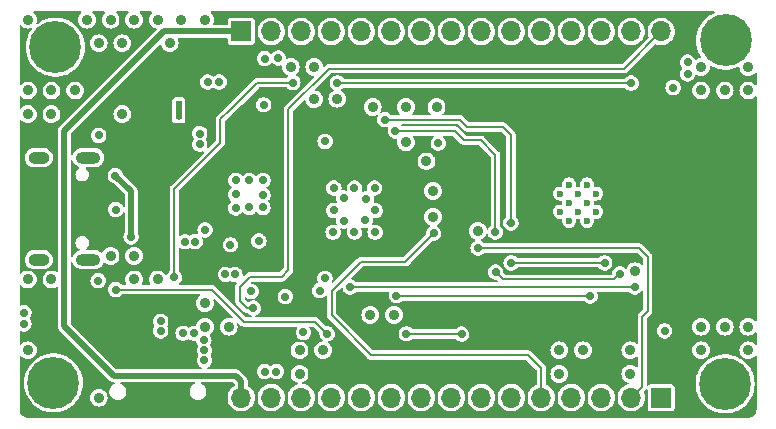
<source format=gbr>
%TF.GenerationSoftware,KiCad,Pcbnew,7.0.5-0*%
%TF.CreationDate,2024-04-27T19:16:13+02:00*%
%TF.ProjectId,esp32-eter,65737033-322d-4657-9465-722e6b696361,rev?*%
%TF.SameCoordinates,Original*%
%TF.FileFunction,Copper,L4,Bot*%
%TF.FilePolarity,Positive*%
%FSLAX46Y46*%
G04 Gerber Fmt 4.6, Leading zero omitted, Abs format (unit mm)*
G04 Created by KiCad (PCBNEW 7.0.5-0) date 2024-04-27 19:16:13*
%MOMM*%
%LPD*%
G01*
G04 APERTURE LIST*
%TA.AperFunction,ComponentPad*%
%ADD10R,1.700000X1.700000*%
%TD*%
%TA.AperFunction,ComponentPad*%
%ADD11O,1.700000X1.700000*%
%TD*%
%TA.AperFunction,HeatsinkPad*%
%ADD12C,0.600000*%
%TD*%
%TA.AperFunction,ComponentPad*%
%ADD13C,0.500000*%
%TD*%
%TA.AperFunction,SMDPad,CuDef*%
%ADD14R,0.500000X1.600000*%
%TD*%
%TA.AperFunction,ComponentPad*%
%ADD15C,0.700000*%
%TD*%
%TA.AperFunction,ComponentPad*%
%ADD16C,4.400000*%
%TD*%
%TA.AperFunction,ComponentPad*%
%ADD17O,2.100000X1.000000*%
%TD*%
%TA.AperFunction,ComponentPad*%
%ADD18O,1.800000X1.000000*%
%TD*%
%TA.AperFunction,ViaPad*%
%ADD19C,0.700000*%
%TD*%
%TA.AperFunction,ViaPad*%
%ADD20C,0.900000*%
%TD*%
%TA.AperFunction,Conductor*%
%ADD21C,0.500000*%
%TD*%
%TA.AperFunction,Conductor*%
%ADD22C,0.190000*%
%TD*%
G04 APERTURE END LIST*
D10*
%TO.P,J2,1,Pin_1*%
%TO.N,IO23*%
X121620000Y-83000000D03*
D11*
%TO.P,J2,2,Pin_2*%
%TO.N,IO22*%
X119080000Y-83000000D03*
%TO.P,J2,3,Pin_3*%
%TO.N,TXD0*%
X116540000Y-83000000D03*
%TO.P,J2,4,Pin_4*%
%TO.N,RXD0*%
X114000000Y-83000000D03*
%TO.P,J2,5,Pin_5*%
%TO.N,IO21*%
X111460000Y-83000000D03*
%TO.P,J2,6,Pin_6*%
%TO.N,IO19*%
X108920000Y-83000000D03*
%TO.P,J2,7,Pin_7*%
%TO.N,IO18*%
X106380000Y-83000000D03*
%TO.P,J2,8,Pin_8*%
%TO.N,IO5*%
X103840000Y-83000000D03*
%TO.P,J2,9,Pin_9*%
%TO.N,UART2_TX*%
X101300000Y-83000000D03*
%TO.P,J2,10,Pin_10*%
%TO.N,UART2_RX*%
X98760000Y-83000000D03*
%TO.P,J2,11,Pin_11*%
%TO.N,IO4*%
X96220000Y-83000000D03*
%TO.P,J2,12,Pin_12*%
%TO.N,IO2*%
X93680000Y-83000000D03*
%TO.P,J2,13,Pin_13*%
%TO.N,IO15*%
X91140000Y-83000000D03*
%TO.P,J2,14,Pin_14*%
%TO.N,GND*%
X88600000Y-83000000D03*
%TO.P,J2,15,Pin_15*%
%TO.N,+BATT*%
X86060000Y-83000000D03*
%TD*%
D10*
%TO.P,J3,1,Pin_1*%
%TO.N,+BATT*%
X86060000Y-52000000D03*
D11*
%TO.P,J3,2,Pin_2*%
%TO.N,GND*%
X88600000Y-52000000D03*
%TO.P,J3,3,Pin_3*%
%TO.N,IO13*%
X91140000Y-52000000D03*
%TO.P,J3,4,Pin_4*%
%TO.N,IO12*%
X93680000Y-52000000D03*
%TO.P,J3,5,Pin_5*%
%TO.N,IO14*%
X96220000Y-52000000D03*
%TO.P,J3,6,Pin_6*%
%TO.N,IO27*%
X98760000Y-52000000D03*
%TO.P,J3,7,Pin_7*%
%TO.N,IO26*%
X101300000Y-52000000D03*
%TO.P,J3,8,Pin_8*%
%TO.N,IO25*%
X103840000Y-52000000D03*
%TO.P,J3,9,Pin_9*%
%TO.N,IO33*%
X106380000Y-52000000D03*
%TO.P,J3,10,Pin_10*%
%TO.N,IO32*%
X108920000Y-52000000D03*
%TO.P,J3,11,Pin_11*%
%TO.N,IO35*%
X111460000Y-52000000D03*
%TO.P,J3,12,Pin_12*%
%TO.N,IO34*%
X114000000Y-52000000D03*
%TO.P,J3,13,Pin_13*%
%TO.N,VN*%
X116540000Y-52000000D03*
%TO.P,J3,14,Pin_14*%
%TO.N,VP*%
X119080000Y-52000000D03*
%TO.P,J3,15,Pin_15*%
%TO.N,BME280_ADDRESS*%
X121620000Y-52000000D03*
%TD*%
D12*
%TO.P,U1,39,GND*%
%TO.N,GND*%
X115342500Y-64965000D03*
X113817500Y-64965000D03*
X116105000Y-65727500D03*
X114580000Y-65727500D03*
X113055000Y-65727500D03*
X115342500Y-66490000D03*
X113817500Y-66490000D03*
X116105000Y-67252500D03*
X114580000Y-67252500D03*
X113055000Y-67252500D03*
X115342500Y-68015000D03*
X113817500Y-68015000D03*
%TD*%
D13*
%TO.P,U4,7,PAD*%
%TO.N,GND*%
X80762500Y-59240000D03*
D14*
X80762500Y-58690000D03*
D13*
X80762500Y-58140000D03*
%TD*%
D15*
%TO.P,H4,1,1*%
%TO.N,GND*%
X125383274Y-81833274D03*
X125866548Y-80666548D03*
X125866548Y-83000000D03*
X127033274Y-80183274D03*
D16*
X127033274Y-81833274D03*
D15*
X127033274Y-83483274D03*
X128200000Y-80666548D03*
X128200000Y-83000000D03*
X128683274Y-81833274D03*
%TD*%
D17*
%TO.P,J1,S1,SHIELD*%
%TO.N,GND*%
X73105000Y-62680000D03*
D18*
X68925000Y-62680000D03*
D17*
X73105000Y-71320000D03*
D18*
X68925000Y-71320000D03*
%TD*%
D15*
%TO.P,H2,1,1*%
%TO.N,GND*%
X125430000Y-52750000D03*
X125913274Y-51583274D03*
X125913274Y-53916726D03*
X127080000Y-51100000D03*
D16*
X127080000Y-52750000D03*
D15*
X127080000Y-54400000D03*
X128246726Y-51583274D03*
X128246726Y-53916726D03*
X128730000Y-52750000D03*
%TD*%
%TO.P,H3,1,1*%
%TO.N,GND*%
X68516726Y-81750000D03*
X69000000Y-80583274D03*
X69000000Y-82916726D03*
X70166726Y-80100000D03*
D16*
X70166726Y-81750000D03*
D15*
X70166726Y-83400000D03*
X71333452Y-80583274D03*
X71333452Y-82916726D03*
X71816726Y-81750000D03*
%TD*%
%TO.P,H1,1,1*%
%TO.N,GND*%
X68683274Y-53333274D03*
X69166548Y-52166548D03*
X69166548Y-54500000D03*
X70333274Y-51683274D03*
D16*
X70333274Y-53333274D03*
D15*
X70333274Y-54983274D03*
X71500000Y-52166548D03*
X71500000Y-54500000D03*
X71983274Y-53333274D03*
%TD*%
D19*
%TO.N,+3V3*%
X121010000Y-59870000D03*
X85370000Y-60620000D03*
X86350000Y-60620000D03*
X87040000Y-80410000D03*
X81290000Y-65930000D03*
X120170000Y-59880000D03*
X82040000Y-65900000D03*
X90850000Y-73060000D03*
X94430000Y-61210000D03*
X78350000Y-75300000D03*
%TO.N,GND*%
X93850000Y-69000000D03*
X102750000Y-61460000D03*
D20*
X94200000Y-57700000D03*
D19*
X121910000Y-77350000D03*
X94750000Y-68050000D03*
X122640000Y-56750000D03*
X82550000Y-61550000D03*
X87560000Y-69750000D03*
D20*
X129000000Y-77000000D03*
D19*
X82950000Y-79000000D03*
X85150000Y-70060000D03*
D20*
X77000000Y-51000000D03*
X79000000Y-51000000D03*
X102300000Y-67700000D03*
D19*
X82150000Y-69800000D03*
X75440000Y-67080000D03*
D20*
X77000000Y-73000000D03*
D19*
X91325000Y-77485000D03*
D20*
X75000000Y-51000000D03*
D19*
X82950000Y-79850000D03*
D20*
X79000000Y-73000000D03*
D19*
X73950000Y-73100000D03*
D20*
X125000000Y-57000000D03*
X100000000Y-58400000D03*
D19*
X92700000Y-73950000D03*
X93900000Y-67150000D03*
X87970000Y-58210000D03*
X84730000Y-72560000D03*
D20*
X129000000Y-79000000D03*
X92250000Y-55000000D03*
D19*
X87900000Y-66900000D03*
D20*
X99000000Y-76000000D03*
X75000000Y-71000000D03*
X113000000Y-81000000D03*
X119000000Y-79000000D03*
X127000000Y-57000000D03*
X76000000Y-59000000D03*
D19*
X88050000Y-80800000D03*
D20*
X80000000Y-53000000D03*
D19*
X84200000Y-56270000D03*
D20*
X83000000Y-75000000D03*
D19*
X94750000Y-66100000D03*
D20*
X74000000Y-53000000D03*
X77000000Y-71000000D03*
D19*
X93170000Y-61300000D03*
X87900000Y-65850000D03*
X82550000Y-60650000D03*
X74000000Y-60800000D03*
D20*
X97000000Y-76000000D03*
X92250000Y-57750000D03*
D19*
X96650000Y-66150000D03*
X86750000Y-64600000D03*
D20*
X83000000Y-77000000D03*
X74000000Y-83000000D03*
X85000000Y-77000000D03*
D19*
X85600000Y-66950000D03*
X123850000Y-54600000D03*
D20*
X97200000Y-58400000D03*
X68000000Y-59000000D03*
X70000000Y-57000000D03*
D19*
X95650000Y-65250000D03*
D20*
X127000000Y-77000000D03*
X102600000Y-58400000D03*
D19*
X83220000Y-56280000D03*
X89200000Y-54250000D03*
X97400000Y-69000000D03*
D20*
X129000000Y-57000000D03*
D19*
X95650000Y-69000000D03*
X83000000Y-68800000D03*
X81150000Y-77550000D03*
D20*
X119000000Y-81000000D03*
X115000000Y-79000000D03*
D19*
X79250000Y-77350000D03*
D20*
X68000000Y-57000000D03*
X70000000Y-73000000D03*
X125000000Y-79000000D03*
D19*
X85600000Y-65800000D03*
D20*
X68000000Y-73000000D03*
X129000000Y-55000000D03*
D19*
X97400000Y-67150000D03*
X82900000Y-78150000D03*
D20*
X68000000Y-79000000D03*
X72000000Y-57000000D03*
X125000000Y-55000000D03*
D19*
X123850000Y-55600000D03*
D20*
X81000000Y-51000000D03*
D19*
X86750000Y-66900000D03*
X82100000Y-77550000D03*
D20*
X93000000Y-79000000D03*
X68000000Y-51000000D03*
D19*
X85530000Y-72560000D03*
D20*
X102300000Y-65500000D03*
D19*
X87900000Y-64600000D03*
X86900000Y-74000000D03*
X89050000Y-80800000D03*
X96550000Y-68000000D03*
D20*
X101750000Y-63000000D03*
X100000000Y-61400000D03*
X106100000Y-68900000D03*
X113000000Y-79000000D03*
D19*
X89800000Y-74450000D03*
X88050000Y-54300000D03*
D20*
X90250000Y-55000000D03*
X91000000Y-79000000D03*
X125000000Y-77000000D03*
D19*
X85600000Y-64600000D03*
D20*
X76000000Y-53000000D03*
X70000000Y-59000000D03*
D19*
X67670000Y-76760000D03*
X93150000Y-72900000D03*
D20*
X73000000Y-51000000D03*
X119400000Y-72300000D03*
D19*
X79250000Y-76550000D03*
D20*
X83000000Y-51000000D03*
D19*
X97350000Y-65250000D03*
D20*
X91000000Y-81000000D03*
D19*
X67670000Y-75810000D03*
X81300000Y-69810000D03*
X93900000Y-65250000D03*
%TO.N,+5V*%
X75405000Y-64205000D03*
X76740000Y-69390000D03*
%TO.N,IO22*%
X106120000Y-70330000D03*
%TO.N,TXD0*%
X107580000Y-68980000D03*
X99120000Y-60430000D03*
X107600000Y-72370000D03*
X118120000Y-72530000D03*
%TO.N,RXD0*%
X98230000Y-59470000D03*
X108900000Y-68210000D03*
X108920000Y-71590000D03*
X116840000Y-71590000D03*
%TO.N,IO21*%
X102350000Y-69080000D03*
%TO.N,BME280_ADDRESS*%
X87100000Y-75430000D03*
%TO.N,I2C0_SCL*%
X95290000Y-73630000D03*
X119370000Y-73640000D03*
%TO.N,I2C0_SDA*%
X115600000Y-74400000D03*
X99200000Y-74375000D03*
%TO.N,/BOOT*%
X93340000Y-77600000D03*
X104720000Y-77630000D03*
X75450000Y-73850000D03*
X100040000Y-77600000D03*
%TO.N,/EN*%
X80400000Y-72810000D03*
X90430000Y-56330000D03*
X94200000Y-56350000D03*
X119080000Y-56380000D03*
%TD*%
D21*
%TO.N,+5V*%
X76740000Y-69390000D02*
X76740000Y-65540000D01*
X76740000Y-65540000D02*
X75405000Y-64205000D01*
%TO.N,+BATT*%
X79510000Y-52000000D02*
X86060000Y-52000000D01*
X85580000Y-81150000D02*
X75290000Y-81150000D01*
X71100000Y-76960000D02*
X71100000Y-60410000D01*
X71100000Y-60410000D02*
X79510000Y-52000000D01*
X75290000Y-81150000D02*
X71100000Y-76960000D01*
X86060000Y-83000000D02*
X86060000Y-81630000D01*
X86060000Y-81630000D02*
X85580000Y-81150000D01*
D22*
%TO.N,IO22*%
X120470000Y-71060000D02*
X119740000Y-70330000D01*
X120470000Y-75680000D02*
X120470000Y-71060000D01*
X119740000Y-70330000D02*
X106120000Y-70330000D01*
X120015000Y-82065000D02*
X120015000Y-76135000D01*
X120015000Y-76135000D02*
X120470000Y-75680000D01*
X119080000Y-83000000D02*
X120015000Y-82065000D01*
%TO.N,TXD0*%
X107580000Y-62430000D02*
X107580000Y-68980000D01*
X104160000Y-60430000D02*
X104940000Y-61210000D01*
X118120000Y-72530000D02*
X117665000Y-72985000D01*
X99120000Y-60430000D02*
X104160000Y-60430000D01*
X106360000Y-61210000D02*
X107580000Y-62430000D01*
X117665000Y-72985000D02*
X108215000Y-72985000D01*
X108215000Y-72985000D02*
X107600000Y-72370000D01*
X104940000Y-61210000D02*
X106360000Y-61210000D01*
%TO.N,RXD0*%
X98230000Y-59470000D02*
X104580000Y-59470000D01*
X108900000Y-60740000D02*
X108900000Y-68210000D01*
X105210000Y-60100000D02*
X108260000Y-60100000D01*
X108900000Y-68210000D02*
X108587832Y-68210000D01*
X104580000Y-59470000D02*
X105210000Y-60100000D01*
X116840000Y-71590000D02*
X108920000Y-71590000D01*
X108260000Y-60100000D02*
X108900000Y-60740000D01*
%TO.N,IO21*%
X96170000Y-71500000D02*
X93710000Y-73960000D01*
X93710000Y-76040000D02*
X97070000Y-79400000D01*
X97070000Y-79400000D02*
X110350000Y-79400000D01*
X93710000Y-73960000D02*
X93710000Y-76040000D01*
X102350000Y-69080000D02*
X99930000Y-71500000D01*
X110350000Y-79400000D02*
X111460000Y-80510000D01*
X99930000Y-71500000D02*
X96170000Y-71500000D01*
X111460000Y-80510000D02*
X111460000Y-83000000D01*
%TO.N,BME280_ADDRESS*%
X87100000Y-75430000D02*
X86560000Y-75430000D01*
X90060000Y-58590000D02*
X93500000Y-55150000D01*
X86560000Y-75430000D02*
X85950000Y-74820000D01*
X85950000Y-74820000D02*
X85950000Y-73610000D01*
X118470000Y-55150000D02*
X121620000Y-52000000D01*
X85950000Y-73610000D02*
X86780000Y-72780000D01*
X93500000Y-55150000D02*
X118470000Y-55150000D01*
X86780000Y-72780000D02*
X89490000Y-72780000D01*
X89490000Y-72780000D02*
X90060000Y-72210000D01*
X90060000Y-72210000D02*
X90060000Y-58590000D01*
%TO.N,I2C0_SCL*%
X95300000Y-73640000D02*
X95290000Y-73630000D01*
X119370000Y-73640000D02*
X95300000Y-73640000D01*
%TO.N,I2C0_SDA*%
X99225000Y-74400000D02*
X99200000Y-74375000D01*
X115600000Y-74400000D02*
X99225000Y-74400000D01*
%TO.N,/BOOT*%
X104720000Y-77630000D02*
X100070000Y-77630000D01*
X83560000Y-73850000D02*
X75450000Y-73850000D01*
X86300000Y-76590000D02*
X84220000Y-74510000D01*
X100070000Y-77630000D02*
X100040000Y-77600000D01*
X92330000Y-76590000D02*
X86300000Y-76590000D01*
X93340000Y-77600000D02*
X92330000Y-76590000D01*
X84220000Y-74510000D02*
X83560000Y-73850000D01*
%TO.N,/EN*%
X87410000Y-56330000D02*
X85100000Y-58640000D01*
X80400000Y-65310000D02*
X80400000Y-72810000D01*
X84290000Y-61420000D02*
X80400000Y-65310000D01*
X84290000Y-59450000D02*
X84290000Y-61420000D01*
X85100000Y-58640000D02*
X84290000Y-59450000D01*
X119080000Y-56380000D02*
X94230000Y-56380000D01*
X90430000Y-56330000D02*
X87410000Y-56330000D01*
X94230000Y-56380000D02*
X94200000Y-56350000D01*
%TD*%
%TA.AperFunction,Conductor*%
%TO.N,+3V3*%
G36*
X72507048Y-50317813D02*
G01*
X72532358Y-50361650D01*
X72523568Y-50411500D01*
X72511811Y-50426821D01*
X72455630Y-50483003D01*
X72409520Y-50529113D01*
X72409519Y-50529114D01*
X72319544Y-50672308D01*
X72263689Y-50831932D01*
X72263687Y-50831940D01*
X72244751Y-51000000D01*
X72263687Y-51168059D01*
X72263689Y-51168067D01*
X72319544Y-51327691D01*
X72409519Y-51470885D01*
X72409521Y-51470887D01*
X72409523Y-51470890D01*
X72529110Y-51590477D01*
X72529112Y-51590478D01*
X72529114Y-51590480D01*
X72672308Y-51680455D01*
X72672310Y-51680456D01*
X72831941Y-51736313D01*
X73000000Y-51755249D01*
X73168059Y-51736313D01*
X73327690Y-51680456D01*
X73470890Y-51590477D01*
X73590477Y-51470890D01*
X73680456Y-51327690D01*
X73736313Y-51168059D01*
X73755249Y-51000000D01*
X73736313Y-50831941D01*
X73731967Y-50819522D01*
X73699202Y-50725883D01*
X73680456Y-50672310D01*
X73646209Y-50617806D01*
X73590480Y-50529114D01*
X73590478Y-50529112D01*
X73590477Y-50529110D01*
X73488191Y-50426824D01*
X73466800Y-50380950D01*
X73479901Y-50332055D01*
X73521365Y-50303021D01*
X73540518Y-50300500D01*
X74459482Y-50300500D01*
X74507048Y-50317813D01*
X74532358Y-50361650D01*
X74523568Y-50411500D01*
X74511811Y-50426821D01*
X74455630Y-50483003D01*
X74409520Y-50529113D01*
X74409519Y-50529114D01*
X74319544Y-50672308D01*
X74263689Y-50831932D01*
X74263687Y-50831940D01*
X74244751Y-51000000D01*
X74263687Y-51168059D01*
X74263689Y-51168067D01*
X74319544Y-51327691D01*
X74409519Y-51470885D01*
X74409521Y-51470887D01*
X74409523Y-51470890D01*
X74529110Y-51590477D01*
X74529112Y-51590478D01*
X74529114Y-51590480D01*
X74672308Y-51680455D01*
X74672310Y-51680456D01*
X74831941Y-51736313D01*
X75000000Y-51755249D01*
X75168059Y-51736313D01*
X75327690Y-51680456D01*
X75470890Y-51590477D01*
X75590477Y-51470890D01*
X75680456Y-51327690D01*
X75736313Y-51168059D01*
X75755249Y-51000000D01*
X75736313Y-50831941D01*
X75731967Y-50819522D01*
X75699202Y-50725883D01*
X75680456Y-50672310D01*
X75646209Y-50617806D01*
X75590480Y-50529114D01*
X75590478Y-50529112D01*
X75590477Y-50529110D01*
X75488191Y-50426824D01*
X75466800Y-50380950D01*
X75479901Y-50332055D01*
X75521365Y-50303021D01*
X75540518Y-50300500D01*
X76459482Y-50300500D01*
X76507048Y-50317813D01*
X76532358Y-50361650D01*
X76523568Y-50411500D01*
X76511811Y-50426821D01*
X76455630Y-50483003D01*
X76409520Y-50529113D01*
X76409519Y-50529114D01*
X76319544Y-50672308D01*
X76263689Y-50831932D01*
X76263687Y-50831940D01*
X76244751Y-51000000D01*
X76263687Y-51168059D01*
X76263689Y-51168067D01*
X76319544Y-51327691D01*
X76409519Y-51470885D01*
X76409521Y-51470887D01*
X76409523Y-51470890D01*
X76529110Y-51590477D01*
X76529112Y-51590478D01*
X76529114Y-51590480D01*
X76672308Y-51680455D01*
X76672310Y-51680456D01*
X76831941Y-51736313D01*
X77000000Y-51755249D01*
X77168059Y-51736313D01*
X77327690Y-51680456D01*
X77470890Y-51590477D01*
X77590477Y-51470890D01*
X77680456Y-51327690D01*
X77736313Y-51168059D01*
X77755249Y-51000000D01*
X77736313Y-50831941D01*
X77731967Y-50819522D01*
X77699202Y-50725883D01*
X77680456Y-50672310D01*
X77646209Y-50617806D01*
X77590480Y-50529114D01*
X77590478Y-50529112D01*
X77590477Y-50529110D01*
X77488191Y-50426824D01*
X77466800Y-50380950D01*
X77479901Y-50332055D01*
X77521365Y-50303021D01*
X77540518Y-50300500D01*
X78459482Y-50300500D01*
X78507048Y-50317813D01*
X78532358Y-50361650D01*
X78523568Y-50411500D01*
X78511811Y-50426821D01*
X78455630Y-50483003D01*
X78409520Y-50529113D01*
X78409519Y-50529114D01*
X78319544Y-50672308D01*
X78263689Y-50831932D01*
X78263687Y-50831940D01*
X78244751Y-51000000D01*
X78263687Y-51168059D01*
X78263689Y-51168067D01*
X78319544Y-51327691D01*
X78409519Y-51470885D01*
X78409521Y-51470887D01*
X78409523Y-51470890D01*
X78529110Y-51590477D01*
X78529112Y-51590478D01*
X78529114Y-51590480D01*
X78672308Y-51680455D01*
X78672310Y-51680456D01*
X78831941Y-51736313D01*
X78831951Y-51736314D01*
X78834285Y-51736847D01*
X78835253Y-51737472D01*
X78835864Y-51737686D01*
X78835812Y-51737833D01*
X78876810Y-51764305D01*
X78891737Y-51812673D01*
X78872081Y-51859320D01*
X78870154Y-51861320D01*
X70717827Y-60013646D01*
X70716919Y-60014524D01*
X70668954Y-60059321D01*
X70668952Y-60059324D01*
X70645292Y-60098231D01*
X70643160Y-60101364D01*
X70615642Y-60137652D01*
X70615635Y-60137665D01*
X70607484Y-60158334D01*
X70601873Y-60169632D01*
X70590327Y-60188618D01*
X70578040Y-60232470D01*
X70576832Y-60236062D01*
X70560125Y-60278429D01*
X70560123Y-60278439D01*
X70557849Y-60300543D01*
X70555496Y-60312928D01*
X70549500Y-60334335D01*
X70549500Y-60379877D01*
X70549306Y-60383663D01*
X70544648Y-60428969D01*
X70544648Y-60428972D01*
X70548424Y-60450872D01*
X70549500Y-60463445D01*
X70549500Y-72325023D01*
X70532187Y-72372589D01*
X70488350Y-72397899D01*
X70438500Y-72389109D01*
X70436130Y-72387681D01*
X70327690Y-72319543D01*
X70168067Y-72263689D01*
X70168059Y-72263687D01*
X70000000Y-72244751D01*
X69831940Y-72263687D01*
X69831932Y-72263689D01*
X69672308Y-72319544D01*
X69529114Y-72409519D01*
X69409519Y-72529114D01*
X69319544Y-72672308D01*
X69263689Y-72831932D01*
X69263687Y-72831940D01*
X69244751Y-73000000D01*
X69263687Y-73168059D01*
X69263689Y-73168067D01*
X69319544Y-73327691D01*
X69409519Y-73470885D01*
X69409521Y-73470887D01*
X69409523Y-73470890D01*
X69529110Y-73590477D01*
X69529112Y-73590478D01*
X69529114Y-73590480D01*
X69672308Y-73680455D01*
X69672310Y-73680456D01*
X69831941Y-73736313D01*
X70000000Y-73755249D01*
X70168059Y-73736313D01*
X70327690Y-73680456D01*
X70436128Y-73612319D01*
X70485616Y-73601671D01*
X70530369Y-73625323D01*
X70549448Y-73672209D01*
X70549500Y-73674976D01*
X70549500Y-76949966D01*
X70549478Y-76951229D01*
X70547237Y-77016824D01*
X70558019Y-77061066D01*
X70558726Y-77064790D01*
X70560386Y-77076863D01*
X70564930Y-77109920D01*
X70567341Y-77115470D01*
X70573783Y-77130302D01*
X70577805Y-77142261D01*
X70583067Y-77163852D01*
X70605391Y-77203557D01*
X70607072Y-77206941D01*
X70625217Y-77248716D01*
X70625219Y-77248719D01*
X70639243Y-77265957D01*
X70646343Y-77276389D01*
X70657233Y-77295758D01*
X70689441Y-77327966D01*
X70691981Y-77330781D01*
X70720722Y-77366108D01*
X70738875Y-77378922D01*
X70748526Y-77387051D01*
X74893646Y-81532171D01*
X74894523Y-81533079D01*
X74939320Y-81581044D01*
X74978229Y-81604705D01*
X74981363Y-81606838D01*
X75017658Y-81634361D01*
X75017659Y-81634361D01*
X75017660Y-81634362D01*
X75017659Y-81634362D01*
X75038330Y-81642513D01*
X75049632Y-81648126D01*
X75068618Y-81659672D01*
X75112494Y-81671965D01*
X75116055Y-81673163D01*
X75158433Y-81689875D01*
X75158436Y-81689876D01*
X75180540Y-81692148D01*
X75192932Y-81694503D01*
X75214335Y-81700500D01*
X75259878Y-81700500D01*
X75263662Y-81700693D01*
X75294192Y-81703832D01*
X75299128Y-81704340D01*
X75344675Y-81726426D01*
X75365369Y-81772622D01*
X75351527Y-81821312D01*
X75317803Y-81847143D01*
X75267388Y-81866263D01*
X75125391Y-81964276D01*
X75010975Y-82093427D01*
X74943710Y-82221590D01*
X74930792Y-82246203D01*
X74889500Y-82413730D01*
X74889500Y-82586270D01*
X74930792Y-82753797D01*
X75010976Y-82906574D01*
X75125391Y-83035723D01*
X75267389Y-83133737D01*
X75428717Y-83194921D01*
X75428720Y-83194921D01*
X75428722Y-83194922D01*
X75557015Y-83210499D01*
X75557025Y-83210500D01*
X75642975Y-83210500D01*
X75642984Y-83210499D01*
X75771277Y-83194922D01*
X75771277Y-83194921D01*
X75771283Y-83194921D01*
X75932611Y-83133737D01*
X76074609Y-83035723D01*
X76189024Y-82906574D01*
X76269208Y-82753797D01*
X76310500Y-82586270D01*
X76310500Y-82413730D01*
X76269208Y-82246203D01*
X76189024Y-82093426D01*
X76074609Y-81964277D01*
X76036122Y-81937711D01*
X75932610Y-81866262D01*
X75873094Y-81843691D01*
X75834758Y-81810636D01*
X75826638Y-81760673D01*
X75852534Y-81717179D01*
X75899335Y-81700500D01*
X82100665Y-81700500D01*
X82148231Y-81717813D01*
X82173541Y-81761650D01*
X82164751Y-81811500D01*
X82126906Y-81843691D01*
X82067389Y-81866262D01*
X81925391Y-81964276D01*
X81810975Y-82093427D01*
X81743710Y-82221590D01*
X81730792Y-82246203D01*
X81689500Y-82413730D01*
X81689500Y-82586270D01*
X81730792Y-82753797D01*
X81810976Y-82906574D01*
X81925391Y-83035723D01*
X82067389Y-83133737D01*
X82228717Y-83194921D01*
X82228720Y-83194921D01*
X82228722Y-83194922D01*
X82357015Y-83210499D01*
X82357025Y-83210500D01*
X82442975Y-83210500D01*
X82442984Y-83210499D01*
X82571277Y-83194922D01*
X82571277Y-83194921D01*
X82571283Y-83194921D01*
X82732611Y-83133737D01*
X82874609Y-83035723D01*
X82989024Y-82906574D01*
X83069208Y-82753797D01*
X83110500Y-82586270D01*
X83110500Y-82413730D01*
X83069208Y-82246203D01*
X82989024Y-82093426D01*
X82874609Y-81964277D01*
X82836122Y-81937711D01*
X82732610Y-81866262D01*
X82673094Y-81843691D01*
X82634758Y-81810636D01*
X82626638Y-81760673D01*
X82652534Y-81717179D01*
X82699335Y-81700500D01*
X85321323Y-81700500D01*
X85368889Y-81717813D01*
X85373649Y-81722174D01*
X85487826Y-81836351D01*
X85509218Y-81882227D01*
X85509500Y-81888677D01*
X85509500Y-81946452D01*
X85492187Y-81994018D01*
X85474457Y-82009368D01*
X85363698Y-82077948D01*
X85206130Y-82221590D01*
X85077636Y-82391741D01*
X85077632Y-82391747D01*
X84982596Y-82582606D01*
X84982593Y-82582616D01*
X84924243Y-82787690D01*
X84924242Y-82787696D01*
X84904571Y-82999996D01*
X84904571Y-83000003D01*
X84924242Y-83212303D01*
X84924243Y-83212309D01*
X84982593Y-83417383D01*
X84982596Y-83417393D01*
X85077632Y-83608252D01*
X85077634Y-83608255D01*
X85206128Y-83778407D01*
X85363698Y-83922052D01*
X85544981Y-84034298D01*
X85743802Y-84111321D01*
X85953390Y-84150500D01*
X86166610Y-84150500D01*
X86376198Y-84111321D01*
X86575019Y-84034298D01*
X86756302Y-83922052D01*
X86913872Y-83778407D01*
X87042366Y-83608255D01*
X87137405Y-83417389D01*
X87195756Y-83212310D01*
X87197368Y-83194922D01*
X87215429Y-83000003D01*
X87444571Y-83000003D01*
X87464242Y-83212303D01*
X87464243Y-83212309D01*
X87522593Y-83417383D01*
X87522596Y-83417393D01*
X87617632Y-83608252D01*
X87617634Y-83608255D01*
X87746128Y-83778407D01*
X87903698Y-83922052D01*
X88084981Y-84034298D01*
X88283802Y-84111321D01*
X88493390Y-84150500D01*
X88706610Y-84150500D01*
X88916198Y-84111321D01*
X89115019Y-84034298D01*
X89296302Y-83922052D01*
X89453872Y-83778407D01*
X89582366Y-83608255D01*
X89677405Y-83417389D01*
X89735756Y-83212310D01*
X89737368Y-83194922D01*
X89755429Y-83000003D01*
X89984571Y-83000003D01*
X90004242Y-83212303D01*
X90004243Y-83212309D01*
X90062593Y-83417383D01*
X90062596Y-83417393D01*
X90157632Y-83608252D01*
X90157634Y-83608255D01*
X90286128Y-83778407D01*
X90443698Y-83922052D01*
X90624981Y-84034298D01*
X90823802Y-84111321D01*
X91033390Y-84150500D01*
X91246610Y-84150500D01*
X91456198Y-84111321D01*
X91655019Y-84034298D01*
X91836302Y-83922052D01*
X91993872Y-83778407D01*
X92122366Y-83608255D01*
X92217405Y-83417389D01*
X92275756Y-83212310D01*
X92277368Y-83194922D01*
X92295429Y-83000003D01*
X92524571Y-83000003D01*
X92544242Y-83212303D01*
X92544243Y-83212309D01*
X92602593Y-83417383D01*
X92602596Y-83417393D01*
X92697632Y-83608252D01*
X92697634Y-83608255D01*
X92826128Y-83778407D01*
X92983698Y-83922052D01*
X93164981Y-84034298D01*
X93363802Y-84111321D01*
X93573390Y-84150500D01*
X93786610Y-84150500D01*
X93996198Y-84111321D01*
X94195019Y-84034298D01*
X94376302Y-83922052D01*
X94533872Y-83778407D01*
X94662366Y-83608255D01*
X94757405Y-83417389D01*
X94815756Y-83212310D01*
X94817368Y-83194922D01*
X94835429Y-83000003D01*
X95064571Y-83000003D01*
X95084242Y-83212303D01*
X95084243Y-83212309D01*
X95142593Y-83417383D01*
X95142596Y-83417393D01*
X95237632Y-83608252D01*
X95237634Y-83608255D01*
X95366128Y-83778407D01*
X95523698Y-83922052D01*
X95704981Y-84034298D01*
X95903802Y-84111321D01*
X96113390Y-84150500D01*
X96326610Y-84150500D01*
X96536198Y-84111321D01*
X96735019Y-84034298D01*
X96916302Y-83922052D01*
X97073872Y-83778407D01*
X97202366Y-83608255D01*
X97297405Y-83417389D01*
X97355756Y-83212310D01*
X97357368Y-83194922D01*
X97375429Y-83000003D01*
X97604571Y-83000003D01*
X97624242Y-83212303D01*
X97624243Y-83212309D01*
X97682593Y-83417383D01*
X97682596Y-83417393D01*
X97777632Y-83608252D01*
X97777634Y-83608255D01*
X97906128Y-83778407D01*
X98063698Y-83922052D01*
X98244981Y-84034298D01*
X98443802Y-84111321D01*
X98653390Y-84150500D01*
X98866610Y-84150500D01*
X99076198Y-84111321D01*
X99275019Y-84034298D01*
X99456302Y-83922052D01*
X99613872Y-83778407D01*
X99742366Y-83608255D01*
X99837405Y-83417389D01*
X99895756Y-83212310D01*
X99897368Y-83194922D01*
X99915429Y-83000003D01*
X100144571Y-83000003D01*
X100164242Y-83212303D01*
X100164243Y-83212309D01*
X100222593Y-83417383D01*
X100222596Y-83417393D01*
X100317632Y-83608252D01*
X100317634Y-83608255D01*
X100446128Y-83778407D01*
X100603698Y-83922052D01*
X100784981Y-84034298D01*
X100983802Y-84111321D01*
X101193390Y-84150500D01*
X101406610Y-84150500D01*
X101616198Y-84111321D01*
X101815019Y-84034298D01*
X101996302Y-83922052D01*
X102153872Y-83778407D01*
X102282366Y-83608255D01*
X102377405Y-83417389D01*
X102435756Y-83212310D01*
X102437368Y-83194922D01*
X102455429Y-83000003D01*
X102684571Y-83000003D01*
X102704242Y-83212303D01*
X102704243Y-83212309D01*
X102762593Y-83417383D01*
X102762596Y-83417393D01*
X102857632Y-83608252D01*
X102857634Y-83608255D01*
X102986128Y-83778407D01*
X103143698Y-83922052D01*
X103324981Y-84034298D01*
X103523802Y-84111321D01*
X103733390Y-84150500D01*
X103946610Y-84150500D01*
X104156198Y-84111321D01*
X104355019Y-84034298D01*
X104536302Y-83922052D01*
X104693872Y-83778407D01*
X104822366Y-83608255D01*
X104917405Y-83417389D01*
X104975756Y-83212310D01*
X104977368Y-83194922D01*
X104995429Y-83000003D01*
X105224571Y-83000003D01*
X105244242Y-83212303D01*
X105244243Y-83212309D01*
X105302593Y-83417383D01*
X105302596Y-83417393D01*
X105397632Y-83608252D01*
X105397634Y-83608255D01*
X105526128Y-83778407D01*
X105683698Y-83922052D01*
X105864981Y-84034298D01*
X106063802Y-84111321D01*
X106273390Y-84150500D01*
X106486610Y-84150500D01*
X106696198Y-84111321D01*
X106895019Y-84034298D01*
X107076302Y-83922052D01*
X107233872Y-83778407D01*
X107362366Y-83608255D01*
X107457405Y-83417389D01*
X107515756Y-83212310D01*
X107517368Y-83194922D01*
X107535429Y-83000003D01*
X107764571Y-83000003D01*
X107784242Y-83212303D01*
X107784243Y-83212309D01*
X107842593Y-83417383D01*
X107842596Y-83417393D01*
X107937632Y-83608252D01*
X107937634Y-83608255D01*
X108066128Y-83778407D01*
X108223698Y-83922052D01*
X108404981Y-84034298D01*
X108603802Y-84111321D01*
X108813390Y-84150500D01*
X109026610Y-84150500D01*
X109236198Y-84111321D01*
X109435019Y-84034298D01*
X109616302Y-83922052D01*
X109773872Y-83778407D01*
X109902366Y-83608255D01*
X109997405Y-83417389D01*
X110055756Y-83212310D01*
X110057368Y-83194922D01*
X110075429Y-83000003D01*
X110075429Y-82999996D01*
X110055757Y-82787696D01*
X110055756Y-82787690D01*
X109998446Y-82586270D01*
X109997405Y-82582611D01*
X109987665Y-82563051D01*
X109902367Y-82391747D01*
X109902363Y-82391741D01*
X109812156Y-82272289D01*
X109773872Y-82221593D01*
X109616302Y-82077948D01*
X109593820Y-82064028D01*
X109577506Y-82053926D01*
X109435019Y-81965702D01*
X109236198Y-81888679D01*
X109144150Y-81871472D01*
X109026613Y-81849500D01*
X109026610Y-81849500D01*
X108813390Y-81849500D01*
X108813386Y-81849500D01*
X108659362Y-81878293D01*
X108603802Y-81888679D01*
X108603800Y-81888679D01*
X108603798Y-81888680D01*
X108471238Y-81940034D01*
X108404981Y-81965702D01*
X108404976Y-81965704D01*
X108404976Y-81965705D01*
X108223700Y-82077946D01*
X108066130Y-82221590D01*
X107937636Y-82391741D01*
X107937632Y-82391747D01*
X107842596Y-82582606D01*
X107842593Y-82582616D01*
X107784243Y-82787690D01*
X107784242Y-82787696D01*
X107764571Y-82999996D01*
X107764571Y-83000003D01*
X107535429Y-83000003D01*
X107535429Y-82999996D01*
X107515757Y-82787696D01*
X107515756Y-82787690D01*
X107458446Y-82586270D01*
X107457405Y-82582611D01*
X107447665Y-82563051D01*
X107362367Y-82391747D01*
X107362363Y-82391741D01*
X107272156Y-82272289D01*
X107233872Y-82221593D01*
X107076302Y-82077948D01*
X107053820Y-82064028D01*
X107037506Y-82053926D01*
X106895019Y-81965702D01*
X106696198Y-81888679D01*
X106604150Y-81871472D01*
X106486613Y-81849500D01*
X106486610Y-81849500D01*
X106273390Y-81849500D01*
X106273386Y-81849500D01*
X106119362Y-81878293D01*
X106063802Y-81888679D01*
X106063800Y-81888679D01*
X106063798Y-81888680D01*
X105931238Y-81940034D01*
X105864981Y-81965702D01*
X105864976Y-81965704D01*
X105864976Y-81965705D01*
X105683700Y-82077946D01*
X105526130Y-82221590D01*
X105397636Y-82391741D01*
X105397632Y-82391747D01*
X105302596Y-82582606D01*
X105302593Y-82582616D01*
X105244243Y-82787690D01*
X105244242Y-82787696D01*
X105224571Y-82999996D01*
X105224571Y-83000003D01*
X104995429Y-83000003D01*
X104995429Y-82999996D01*
X104975757Y-82787696D01*
X104975756Y-82787690D01*
X104918446Y-82586270D01*
X104917405Y-82582611D01*
X104907665Y-82563051D01*
X104822367Y-82391747D01*
X104822363Y-82391741D01*
X104732156Y-82272289D01*
X104693872Y-82221593D01*
X104536302Y-82077948D01*
X104513820Y-82064028D01*
X104497506Y-82053926D01*
X104355019Y-81965702D01*
X104156198Y-81888679D01*
X104064150Y-81871472D01*
X103946613Y-81849500D01*
X103946610Y-81849500D01*
X103733390Y-81849500D01*
X103733386Y-81849500D01*
X103579362Y-81878293D01*
X103523802Y-81888679D01*
X103523800Y-81888679D01*
X103523798Y-81888680D01*
X103391238Y-81940034D01*
X103324981Y-81965702D01*
X103324976Y-81965704D01*
X103324976Y-81965705D01*
X103143700Y-82077946D01*
X102986130Y-82221590D01*
X102857636Y-82391741D01*
X102857632Y-82391747D01*
X102762596Y-82582606D01*
X102762593Y-82582616D01*
X102704243Y-82787690D01*
X102704242Y-82787696D01*
X102684571Y-82999996D01*
X102684571Y-83000003D01*
X102455429Y-83000003D01*
X102455429Y-82999996D01*
X102435757Y-82787696D01*
X102435756Y-82787690D01*
X102378446Y-82586270D01*
X102377405Y-82582611D01*
X102367665Y-82563051D01*
X102282367Y-82391747D01*
X102282363Y-82391741D01*
X102192156Y-82272289D01*
X102153872Y-82221593D01*
X101996302Y-82077948D01*
X101973820Y-82064028D01*
X101957506Y-82053926D01*
X101815019Y-81965702D01*
X101616198Y-81888679D01*
X101524150Y-81871472D01*
X101406613Y-81849500D01*
X101406610Y-81849500D01*
X101193390Y-81849500D01*
X101193386Y-81849500D01*
X101039362Y-81878293D01*
X100983802Y-81888679D01*
X100983800Y-81888679D01*
X100983798Y-81888680D01*
X100851238Y-81940034D01*
X100784981Y-81965702D01*
X100784976Y-81965704D01*
X100784976Y-81965705D01*
X100603700Y-82077946D01*
X100446130Y-82221590D01*
X100317636Y-82391741D01*
X100317632Y-82391747D01*
X100222596Y-82582606D01*
X100222593Y-82582616D01*
X100164243Y-82787690D01*
X100164242Y-82787696D01*
X100144571Y-82999996D01*
X100144571Y-83000003D01*
X99915429Y-83000003D01*
X99915429Y-82999996D01*
X99895757Y-82787696D01*
X99895756Y-82787690D01*
X99838446Y-82586270D01*
X99837405Y-82582611D01*
X99827665Y-82563051D01*
X99742367Y-82391747D01*
X99742363Y-82391741D01*
X99652156Y-82272289D01*
X99613872Y-82221593D01*
X99456302Y-82077948D01*
X99433820Y-82064028D01*
X99417506Y-82053926D01*
X99275019Y-81965702D01*
X99076198Y-81888679D01*
X98984150Y-81871472D01*
X98866613Y-81849500D01*
X98866610Y-81849500D01*
X98653390Y-81849500D01*
X98653386Y-81849500D01*
X98499362Y-81878293D01*
X98443802Y-81888679D01*
X98443800Y-81888679D01*
X98443798Y-81888680D01*
X98311238Y-81940034D01*
X98244981Y-81965702D01*
X98244976Y-81965704D01*
X98244976Y-81965705D01*
X98063700Y-82077946D01*
X97906130Y-82221590D01*
X97777636Y-82391741D01*
X97777632Y-82391747D01*
X97682596Y-82582606D01*
X97682593Y-82582616D01*
X97624243Y-82787690D01*
X97624242Y-82787696D01*
X97604571Y-82999996D01*
X97604571Y-83000003D01*
X97375429Y-83000003D01*
X97375429Y-82999996D01*
X97355757Y-82787696D01*
X97355756Y-82787690D01*
X97298446Y-82586270D01*
X97297405Y-82582611D01*
X97287665Y-82563051D01*
X97202367Y-82391747D01*
X97202363Y-82391741D01*
X97112156Y-82272289D01*
X97073872Y-82221593D01*
X96916302Y-82077948D01*
X96893820Y-82064028D01*
X96877506Y-82053926D01*
X96735019Y-81965702D01*
X96536198Y-81888679D01*
X96444150Y-81871472D01*
X96326613Y-81849500D01*
X96326610Y-81849500D01*
X96113390Y-81849500D01*
X96113386Y-81849500D01*
X95959362Y-81878293D01*
X95903802Y-81888679D01*
X95903800Y-81888679D01*
X95903798Y-81888680D01*
X95771238Y-81940034D01*
X95704981Y-81965702D01*
X95704976Y-81965704D01*
X95704976Y-81965705D01*
X95523700Y-82077946D01*
X95366130Y-82221590D01*
X95237636Y-82391741D01*
X95237632Y-82391747D01*
X95142596Y-82582606D01*
X95142593Y-82582616D01*
X95084243Y-82787690D01*
X95084242Y-82787696D01*
X95064571Y-82999996D01*
X95064571Y-83000003D01*
X94835429Y-83000003D01*
X94835429Y-82999996D01*
X94815757Y-82787696D01*
X94815756Y-82787690D01*
X94758446Y-82586270D01*
X94757405Y-82582611D01*
X94747665Y-82563051D01*
X94662367Y-82391747D01*
X94662363Y-82391741D01*
X94572156Y-82272289D01*
X94533872Y-82221593D01*
X94376302Y-82077948D01*
X94353820Y-82064028D01*
X94337506Y-82053926D01*
X94195019Y-81965702D01*
X93996198Y-81888679D01*
X93904150Y-81871472D01*
X93786613Y-81849500D01*
X93786610Y-81849500D01*
X93573390Y-81849500D01*
X93573386Y-81849500D01*
X93419362Y-81878293D01*
X93363802Y-81888679D01*
X93363800Y-81888679D01*
X93363798Y-81888680D01*
X93231238Y-81940034D01*
X93164981Y-81965702D01*
X93164976Y-81965704D01*
X93164976Y-81965705D01*
X92983700Y-82077946D01*
X92826130Y-82221590D01*
X92697636Y-82391741D01*
X92697632Y-82391747D01*
X92602596Y-82582606D01*
X92602593Y-82582616D01*
X92544243Y-82787690D01*
X92544242Y-82787696D01*
X92524571Y-82999996D01*
X92524571Y-83000003D01*
X92295429Y-83000003D01*
X92295429Y-82999996D01*
X92275757Y-82787696D01*
X92275756Y-82787690D01*
X92218446Y-82586270D01*
X92217405Y-82582611D01*
X92207665Y-82563051D01*
X92122367Y-82391747D01*
X92122363Y-82391741D01*
X92032156Y-82272289D01*
X91993872Y-82221593D01*
X91836302Y-82077948D01*
X91813820Y-82064028D01*
X91797506Y-82053926D01*
X91655019Y-81965702D01*
X91456198Y-81888679D01*
X91376919Y-81873859D01*
X91257243Y-81851487D01*
X91213668Y-81825728D01*
X91196845Y-81777987D01*
X91214645Y-81730601D01*
X91246397Y-81708901D01*
X91327690Y-81680456D01*
X91327692Y-81680454D01*
X91327694Y-81680454D01*
X91448246Y-81604705D01*
X91470890Y-81590477D01*
X91590477Y-81470890D01*
X91680456Y-81327690D01*
X91736313Y-81168059D01*
X91755249Y-81000000D01*
X91736313Y-80831941D01*
X91725137Y-80800003D01*
X91696777Y-80718954D01*
X91680456Y-80672310D01*
X91676266Y-80665641D01*
X91590480Y-80529114D01*
X91590478Y-80529112D01*
X91590477Y-80529110D01*
X91470890Y-80409523D01*
X91470887Y-80409521D01*
X91470885Y-80409519D01*
X91327691Y-80319544D01*
X91168067Y-80263689D01*
X91168059Y-80263687D01*
X91000000Y-80244751D01*
X90831940Y-80263687D01*
X90831932Y-80263689D01*
X90672308Y-80319544D01*
X90529114Y-80409519D01*
X90409519Y-80529114D01*
X90319544Y-80672308D01*
X90263689Y-80831932D01*
X90263687Y-80831940D01*
X90244751Y-80999999D01*
X90263687Y-81168059D01*
X90263689Y-81168067D01*
X90319544Y-81327691D01*
X90409519Y-81470885D01*
X90409521Y-81470887D01*
X90409523Y-81470890D01*
X90529110Y-81590477D01*
X90529112Y-81590478D01*
X90529114Y-81590480D01*
X90672308Y-81680455D01*
X90672310Y-81680456D01*
X90831941Y-81736313D01*
X90843880Y-81737658D01*
X90889208Y-81760185D01*
X90909452Y-81806579D01*
X90895138Y-81855132D01*
X90852964Y-81883125D01*
X90849196Y-81883932D01*
X90823797Y-81888680D01*
X90674671Y-81946452D01*
X90624981Y-81965702D01*
X90624976Y-81965704D01*
X90624976Y-81965705D01*
X90443700Y-82077946D01*
X90286130Y-82221590D01*
X90157636Y-82391741D01*
X90157632Y-82391747D01*
X90062596Y-82582606D01*
X90062593Y-82582616D01*
X90004243Y-82787690D01*
X90004242Y-82787696D01*
X89984571Y-82999996D01*
X89984571Y-83000003D01*
X89755429Y-83000003D01*
X89755429Y-82999996D01*
X89735757Y-82787696D01*
X89735756Y-82787690D01*
X89678446Y-82586270D01*
X89677405Y-82582611D01*
X89667665Y-82563051D01*
X89582367Y-82391747D01*
X89582363Y-82391741D01*
X89492156Y-82272289D01*
X89453872Y-82221593D01*
X89296302Y-82077948D01*
X89273820Y-82064028D01*
X89257506Y-82053926D01*
X89115019Y-81965702D01*
X88916198Y-81888679D01*
X88824150Y-81871472D01*
X88706613Y-81849500D01*
X88706610Y-81849500D01*
X88493390Y-81849500D01*
X88493386Y-81849500D01*
X88339362Y-81878293D01*
X88283802Y-81888679D01*
X88283800Y-81888679D01*
X88283798Y-81888680D01*
X88151238Y-81940034D01*
X88084981Y-81965702D01*
X88084976Y-81965704D01*
X88084976Y-81965705D01*
X87903700Y-82077946D01*
X87746130Y-82221590D01*
X87617636Y-82391741D01*
X87617632Y-82391747D01*
X87522596Y-82582606D01*
X87522593Y-82582616D01*
X87464243Y-82787690D01*
X87464242Y-82787696D01*
X87444571Y-82999996D01*
X87444571Y-83000003D01*
X87215429Y-83000003D01*
X87215429Y-82999996D01*
X87195757Y-82787696D01*
X87195756Y-82787690D01*
X87138446Y-82586270D01*
X87137405Y-82582611D01*
X87127665Y-82563051D01*
X87042367Y-82391747D01*
X87042363Y-82391741D01*
X86952156Y-82272289D01*
X86913872Y-82221593D01*
X86756302Y-82077948D01*
X86645543Y-82009368D01*
X86614216Y-81969607D01*
X86610500Y-81946452D01*
X86610500Y-81640061D01*
X86610522Y-81638798D01*
X86612763Y-81573176D01*
X86606335Y-81546800D01*
X86601976Y-81528913D01*
X86601270Y-81525195D01*
X86600455Y-81519268D01*
X86595070Y-81480080D01*
X86586217Y-81459699D01*
X86582194Y-81447734D01*
X86576936Y-81426155D01*
X86576933Y-81426147D01*
X86554608Y-81386441D01*
X86552929Y-81383062D01*
X86534780Y-81341280D01*
X86520753Y-81324039D01*
X86513657Y-81313611D01*
X86502766Y-81294241D01*
X86470557Y-81262031D01*
X86468017Y-81259217D01*
X86439279Y-81223893D01*
X86439276Y-81223890D01*
X86421125Y-81211078D01*
X86411474Y-81202949D01*
X86008528Y-80800003D01*
X87394722Y-80800003D01*
X87413761Y-80956808D01*
X87413764Y-80956822D01*
X87469778Y-81104521D01*
X87552174Y-81223892D01*
X87559517Y-81234530D01*
X87677760Y-81339283D01*
X87817635Y-81412696D01*
X87971015Y-81450500D01*
X87971019Y-81450500D01*
X88128981Y-81450500D01*
X88128985Y-81450500D01*
X88282365Y-81412696D01*
X88422240Y-81339283D01*
X88500929Y-81269570D01*
X88548014Y-81250988D01*
X88596028Y-81267017D01*
X88599062Y-81269563D01*
X88677760Y-81339283D01*
X88817635Y-81412696D01*
X88971015Y-81450500D01*
X88971019Y-81450500D01*
X89128981Y-81450500D01*
X89128985Y-81450500D01*
X89282365Y-81412696D01*
X89422240Y-81339283D01*
X89540483Y-81234530D01*
X89630220Y-81104523D01*
X89686237Y-80956818D01*
X89701401Y-80831932D01*
X89705278Y-80800003D01*
X89705278Y-80799996D01*
X89687326Y-80652148D01*
X89686237Y-80643182D01*
X89661451Y-80577826D01*
X89630221Y-80495478D01*
X89540483Y-80365470D01*
X89532253Y-80358179D01*
X89422240Y-80260717D01*
X89391820Y-80244751D01*
X89282366Y-80187304D01*
X89128987Y-80149500D01*
X89128985Y-80149500D01*
X88971015Y-80149500D01*
X88971012Y-80149500D01*
X88817633Y-80187304D01*
X88677760Y-80260716D01*
X88677757Y-80260718D01*
X88599070Y-80330428D01*
X88551986Y-80349011D01*
X88503972Y-80332981D01*
X88500930Y-80330428D01*
X88422242Y-80260718D01*
X88422239Y-80260716D01*
X88282366Y-80187304D01*
X88128987Y-80149500D01*
X88128985Y-80149500D01*
X87971015Y-80149500D01*
X87971012Y-80149500D01*
X87817633Y-80187304D01*
X87677761Y-80260716D01*
X87559516Y-80365470D01*
X87469779Y-80495478D01*
X87469778Y-80495478D01*
X87413764Y-80643177D01*
X87413761Y-80643191D01*
X87394722Y-80799996D01*
X87394722Y-80800003D01*
X86008528Y-80800003D01*
X85976352Y-80767827D01*
X85975475Y-80766919D01*
X85930678Y-80718954D01*
X85891766Y-80695291D01*
X85888632Y-80693158D01*
X85861139Y-80672310D01*
X85852342Y-80665639D01*
X85831666Y-80657485D01*
X85820371Y-80651875D01*
X85801380Y-80640327D01*
X85801378Y-80640326D01*
X85757519Y-80628037D01*
X85753927Y-80626829D01*
X85711566Y-80610124D01*
X85689452Y-80607850D01*
X85677060Y-80605494D01*
X85655666Y-80599500D01*
X85655665Y-80599500D01*
X85610122Y-80599500D01*
X85606337Y-80599306D01*
X85591869Y-80597818D01*
X85561030Y-80594648D01*
X85561027Y-80594648D01*
X85539128Y-80598424D01*
X85526555Y-80599500D01*
X83221936Y-80599500D01*
X83174370Y-80582187D01*
X83149060Y-80538350D01*
X83157850Y-80488500D01*
X83187544Y-80459977D01*
X83322240Y-80389283D01*
X83440483Y-80284530D01*
X83530220Y-80154523D01*
X83586237Y-80006818D01*
X83593288Y-79948742D01*
X83605278Y-79850003D01*
X83605278Y-79849996D01*
X83586238Y-79693191D01*
X83586237Y-79693182D01*
X83564311Y-79635367D01*
X83530221Y-79545478D01*
X83490679Y-79488192D01*
X83476075Y-79467035D01*
X83463304Y-79418055D01*
X83476076Y-79382964D01*
X83530220Y-79304523D01*
X83586237Y-79156818D01*
X83597782Y-79061737D01*
X83605278Y-79000003D01*
X83605278Y-79000000D01*
X90244751Y-79000000D01*
X90263687Y-79168059D01*
X90263689Y-79168067D01*
X90319544Y-79327691D01*
X90409519Y-79470885D01*
X90409521Y-79470887D01*
X90409523Y-79470890D01*
X90529110Y-79590477D01*
X90529112Y-79590478D01*
X90529114Y-79590480D01*
X90672308Y-79680455D01*
X90672310Y-79680456D01*
X90831941Y-79736313D01*
X91000000Y-79755249D01*
X91168059Y-79736313D01*
X91327690Y-79680456D01*
X91470890Y-79590477D01*
X91590477Y-79470890D01*
X91680456Y-79327690D01*
X91736313Y-79168059D01*
X91755249Y-79000000D01*
X91736313Y-78831941D01*
X91680456Y-78672310D01*
X91680455Y-78672308D01*
X91590480Y-78529114D01*
X91590478Y-78529112D01*
X91590477Y-78529110D01*
X91470890Y-78409523D01*
X91470887Y-78409521D01*
X91470885Y-78409519D01*
X91327691Y-78319544D01*
X91210537Y-78278550D01*
X91174230Y-78248848D01*
X91151464Y-78260029D01*
X91135247Y-78259990D01*
X91000000Y-78244751D01*
X90831940Y-78263687D01*
X90831932Y-78263689D01*
X90672308Y-78319544D01*
X90529114Y-78409519D01*
X90409519Y-78529114D01*
X90319544Y-78672308D01*
X90263689Y-78831932D01*
X90263687Y-78831940D01*
X90244751Y-79000000D01*
X83605278Y-79000000D01*
X83605278Y-78999996D01*
X83586238Y-78843191D01*
X83586237Y-78843182D01*
X83578213Y-78822025D01*
X83530221Y-78695478D01*
X83484597Y-78629381D01*
X83451075Y-78580816D01*
X83438304Y-78531836D01*
X83451077Y-78496743D01*
X83463576Y-78478635D01*
X83480220Y-78454523D01*
X83536237Y-78306818D01*
X83544023Y-78242695D01*
X83555278Y-78150003D01*
X83555278Y-78149996D01*
X83539292Y-78018343D01*
X83536237Y-77993182D01*
X83502613Y-77904523D01*
X83480221Y-77845478D01*
X83441598Y-77789523D01*
X83398519Y-77727112D01*
X83385748Y-77678134D01*
X83407447Y-77632402D01*
X83420048Y-77622422D01*
X83470890Y-77590477D01*
X83590477Y-77470890D01*
X83680456Y-77327690D01*
X83736313Y-77168059D01*
X83755249Y-77000000D01*
X83736313Y-76831941D01*
X83728886Y-76810717D01*
X83702850Y-76736310D01*
X83680456Y-76672310D01*
X83680455Y-76672308D01*
X83590480Y-76529114D01*
X83590478Y-76529112D01*
X83590477Y-76529110D01*
X83470890Y-76409523D01*
X83470887Y-76409521D01*
X83470885Y-76409519D01*
X83327691Y-76319544D01*
X83168067Y-76263689D01*
X83168059Y-76263687D01*
X83000000Y-76244751D01*
X82831940Y-76263687D01*
X82831932Y-76263689D01*
X82672308Y-76319544D01*
X82529114Y-76409519D01*
X82409519Y-76529114D01*
X82319544Y-76672308D01*
X82263687Y-76831938D01*
X82263686Y-76831943D01*
X82263391Y-76834565D01*
X82262831Y-76835691D01*
X82262763Y-76835990D01*
X82262690Y-76835973D01*
X82240859Y-76879893D01*
X82194463Y-76900133D01*
X82180944Y-76899737D01*
X82178991Y-76899500D01*
X82178985Y-76899500D01*
X82021015Y-76899500D01*
X82021012Y-76899500D01*
X81867637Y-76937303D01*
X81727759Y-77010717D01*
X81674068Y-77058281D01*
X81626984Y-77076863D01*
X81578970Y-77060833D01*
X81575928Y-77058280D01*
X81522244Y-77010720D01*
X81522235Y-77010714D01*
X81382366Y-76937304D01*
X81228987Y-76899500D01*
X81228985Y-76899500D01*
X81071015Y-76899500D01*
X81071012Y-76899500D01*
X80917633Y-76937304D01*
X80777761Y-77010716D01*
X80659516Y-77115470D01*
X80569779Y-77245478D01*
X80569778Y-77245478D01*
X80513764Y-77393177D01*
X80513761Y-77393191D01*
X80494722Y-77549996D01*
X80494722Y-77550003D01*
X80513761Y-77706808D01*
X80513764Y-77706822D01*
X80569778Y-77854521D01*
X80644445Y-77962695D01*
X80659517Y-77984530D01*
X80777760Y-78089283D01*
X80917635Y-78162696D01*
X81071015Y-78200500D01*
X81071019Y-78200500D01*
X81228981Y-78200500D01*
X81228985Y-78200500D01*
X81382365Y-78162696D01*
X81522240Y-78089283D01*
X81575929Y-78041718D01*
X81623013Y-78023135D01*
X81671027Y-78039164D01*
X81674054Y-78041704D01*
X81727760Y-78089283D01*
X81867635Y-78162696D01*
X82021015Y-78200500D01*
X82021019Y-78200500D01*
X82183461Y-78200500D01*
X82183461Y-78202477D01*
X82225635Y-78212260D01*
X82256057Y-78252717D01*
X82258728Y-78265359D01*
X82263761Y-78306808D01*
X82263764Y-78306822D01*
X82319778Y-78454521D01*
X82336423Y-78478635D01*
X82398923Y-78569182D01*
X82411695Y-78618162D01*
X82398923Y-78653254D01*
X82369781Y-78695473D01*
X82369778Y-78695478D01*
X82313764Y-78843177D01*
X82313761Y-78843191D01*
X82294722Y-78999996D01*
X82294722Y-79000003D01*
X82313761Y-79156808D01*
X82313764Y-79156822D01*
X82369778Y-79304521D01*
X82369781Y-79304526D01*
X82423922Y-79382964D01*
X82436694Y-79431945D01*
X82423922Y-79467036D01*
X82369781Y-79545473D01*
X82369778Y-79545478D01*
X82313764Y-79693177D01*
X82313761Y-79693191D01*
X82294722Y-79849996D01*
X82294722Y-79850003D01*
X82313761Y-80006808D01*
X82313764Y-80006822D01*
X82369778Y-80154521D01*
X82454552Y-80277337D01*
X82459517Y-80284530D01*
X82577760Y-80389283D01*
X82712455Y-80459977D01*
X82746526Y-80497412D01*
X82748564Y-80547989D01*
X82717614Y-80588044D01*
X82678064Y-80599500D01*
X75548677Y-80599500D01*
X75501111Y-80582187D01*
X75496351Y-80577826D01*
X72268528Y-77350003D01*
X78594722Y-77350003D01*
X78613761Y-77506808D01*
X78613764Y-77506822D01*
X78669778Y-77654521D01*
X78759516Y-77784529D01*
X78759517Y-77784530D01*
X78877760Y-77889283D01*
X79017635Y-77962696D01*
X79171015Y-78000500D01*
X79171019Y-78000500D01*
X79328981Y-78000500D01*
X79328985Y-78000500D01*
X79482365Y-77962696D01*
X79622240Y-77889283D01*
X79740483Y-77784530D01*
X79830220Y-77654523D01*
X79835039Y-77641818D01*
X79869862Y-77549996D01*
X79886237Y-77506818D01*
X79900035Y-77393182D01*
X79905278Y-77350003D01*
X79905278Y-77349996D01*
X79886401Y-77194530D01*
X79886237Y-77193182D01*
X79856765Y-77115470D01*
X79830221Y-77045478D01*
X79793333Y-76992037D01*
X79780561Y-76943056D01*
X79793333Y-76907963D01*
X79793334Y-76907962D01*
X79830220Y-76854523D01*
X79838784Y-76831943D01*
X79848892Y-76805288D01*
X79886237Y-76706818D01*
X79893288Y-76648742D01*
X79905278Y-76550003D01*
X79905278Y-76549996D01*
X79886238Y-76393191D01*
X79886237Y-76393182D01*
X79861152Y-76327037D01*
X79830221Y-76245478D01*
X79740483Y-76115470D01*
X79704396Y-76083500D01*
X79622240Y-76010717D01*
X79601821Y-76000000D01*
X79482366Y-75937304D01*
X79328987Y-75899500D01*
X79328985Y-75899500D01*
X79171015Y-75899500D01*
X79171012Y-75899500D01*
X79017633Y-75937304D01*
X78877761Y-76010716D01*
X78759516Y-76115470D01*
X78669779Y-76245478D01*
X78669778Y-76245478D01*
X78613764Y-76393177D01*
X78613761Y-76393191D01*
X78594722Y-76549996D01*
X78594722Y-76550003D01*
X78613761Y-76706808D01*
X78613764Y-76706822D01*
X78662211Y-76834565D01*
X78669780Y-76854523D01*
X78701262Y-76900133D01*
X78706666Y-76907962D01*
X78719438Y-76956943D01*
X78706667Y-76992035D01*
X78669778Y-77045478D01*
X78613764Y-77193177D01*
X78613761Y-77193191D01*
X78594722Y-77349996D01*
X78594722Y-77350003D01*
X72268528Y-77350003D01*
X71672174Y-76753649D01*
X71650782Y-76707773D01*
X71650500Y-76701323D01*
X71650500Y-73850003D01*
X74794722Y-73850003D01*
X74813761Y-74006808D01*
X74813764Y-74006822D01*
X74869778Y-74154521D01*
X74956735Y-74280500D01*
X74959517Y-74284530D01*
X75077760Y-74389283D01*
X75217635Y-74462696D01*
X75371015Y-74500500D01*
X75371019Y-74500500D01*
X75528981Y-74500500D01*
X75528985Y-74500500D01*
X75682365Y-74462696D01*
X75822240Y-74389283D01*
X75940483Y-74284530D01*
X75945360Y-74277463D01*
X75986628Y-74248152D01*
X76006261Y-74245500D01*
X82533291Y-74245500D01*
X82580857Y-74262813D01*
X82606167Y-74306650D01*
X82597377Y-74356500D01*
X82572661Y-74382158D01*
X82529113Y-74409520D01*
X82409519Y-74529114D01*
X82319544Y-74672308D01*
X82263689Y-74831932D01*
X82263687Y-74831940D01*
X82244751Y-75000000D01*
X82263687Y-75168059D01*
X82263689Y-75168067D01*
X82319544Y-75327691D01*
X82409519Y-75470885D01*
X82409521Y-75470887D01*
X82409523Y-75470890D01*
X82529110Y-75590477D01*
X82529112Y-75590478D01*
X82529114Y-75590480D01*
X82672308Y-75680455D01*
X82672310Y-75680456D01*
X82778929Y-75717763D01*
X82826819Y-75734521D01*
X82831941Y-75736313D01*
X83000000Y-75755249D01*
X83168059Y-75736313D01*
X83327690Y-75680456D01*
X83470890Y-75590477D01*
X83590477Y-75470890D01*
X83680456Y-75327690D01*
X83736313Y-75168059D01*
X83755249Y-75000000D01*
X83736313Y-74831941D01*
X83734746Y-74827464D01*
X83710818Y-74759080D01*
X83711449Y-74708465D01*
X83744467Y-74670097D01*
X83794422Y-74661929D01*
X83832991Y-74682313D01*
X85317686Y-76167008D01*
X85339078Y-76212884D01*
X85325977Y-76261779D01*
X85284513Y-76290813D01*
X85240920Y-76289182D01*
X85209123Y-76278056D01*
X85168059Y-76263687D01*
X85000000Y-76244751D01*
X84999999Y-76244751D01*
X84831940Y-76263687D01*
X84831932Y-76263689D01*
X84672308Y-76319544D01*
X84529114Y-76409519D01*
X84409519Y-76529114D01*
X84319544Y-76672308D01*
X84263689Y-76831932D01*
X84263687Y-76831940D01*
X84246182Y-76987304D01*
X84244751Y-77000000D01*
X84245959Y-77010717D01*
X84263687Y-77168059D01*
X84263689Y-77168067D01*
X84319544Y-77327691D01*
X84409519Y-77470885D01*
X84409521Y-77470887D01*
X84409523Y-77470890D01*
X84529110Y-77590477D01*
X84529112Y-77590478D01*
X84529114Y-77590480D01*
X84672308Y-77680455D01*
X84672310Y-77680456D01*
X84831941Y-77736313D01*
X85000000Y-77755249D01*
X85168059Y-77736313D01*
X85327690Y-77680456D01*
X85470890Y-77590477D01*
X85590477Y-77470890D01*
X85680456Y-77327690D01*
X85736313Y-77168059D01*
X85755249Y-77000000D01*
X85736313Y-76831941D01*
X85728886Y-76810717D01*
X85710818Y-76759080D01*
X85711449Y-76708465D01*
X85744467Y-76670097D01*
X85794422Y-76661929D01*
X85832991Y-76682313D01*
X86064634Y-76913956D01*
X86087523Y-76925618D01*
X86097421Y-76931682D01*
X86118208Y-76946786D01*
X86142643Y-76954725D01*
X86153360Y-76959163D01*
X86176260Y-76970832D01*
X86176259Y-76970832D01*
X86201636Y-76974851D01*
X86212924Y-76977561D01*
X86237359Y-76985500D01*
X86268872Y-76985500D01*
X90738367Y-76985500D01*
X90785933Y-77002813D01*
X90811243Y-77046650D01*
X90802453Y-77096500D01*
X90799268Y-77101537D01*
X90744779Y-77180478D01*
X90688764Y-77328177D01*
X90688761Y-77328191D01*
X90669722Y-77484996D01*
X90669722Y-77485003D01*
X90688761Y-77641808D01*
X90688764Y-77641822D01*
X90744778Y-77789521D01*
X90789646Y-77854523D01*
X90834517Y-77919530D01*
X90952760Y-78024283D01*
X91092635Y-78097696D01*
X91161240Y-78114605D01*
X91203281Y-78142798D01*
X91204207Y-78145996D01*
X91234056Y-78134709D01*
X91243902Y-78135243D01*
X91246012Y-78135499D01*
X91246015Y-78135500D01*
X91246018Y-78135500D01*
X91403981Y-78135500D01*
X91403985Y-78135500D01*
X91557365Y-78097696D01*
X91697240Y-78024283D01*
X91815483Y-77919530D01*
X91905220Y-77789523D01*
X91906245Y-77786822D01*
X91928888Y-77727115D01*
X91961237Y-77641818D01*
X91968288Y-77583742D01*
X91980278Y-77485003D01*
X91980278Y-77484996D01*
X91963886Y-77349996D01*
X91961237Y-77328182D01*
X91905220Y-77180477D01*
X91850732Y-77101537D01*
X91837960Y-77052556D01*
X91859660Y-77006824D01*
X91905679Y-76985740D01*
X91911633Y-76985500D01*
X92135526Y-76985500D01*
X92183092Y-77002813D01*
X92187852Y-77007174D01*
X92669633Y-77488955D01*
X92691025Y-77534831D01*
X92690768Y-77550199D01*
X92686646Y-77584151D01*
X92684723Y-77599996D01*
X92684722Y-77600002D01*
X92684722Y-77600003D01*
X92703761Y-77756808D01*
X92703764Y-77756822D01*
X92759778Y-77904521D01*
X92849516Y-78034529D01*
X92849517Y-78034530D01*
X92952510Y-78125773D01*
X92976633Y-78170273D01*
X92966509Y-78219869D01*
X92926873Y-78251353D01*
X92911725Y-78254697D01*
X92831940Y-78263687D01*
X92831932Y-78263689D01*
X92672308Y-78319544D01*
X92529114Y-78409519D01*
X92409519Y-78529114D01*
X92319544Y-78672308D01*
X92263689Y-78831932D01*
X92263687Y-78831940D01*
X92244751Y-79000000D01*
X92263687Y-79168059D01*
X92263689Y-79168067D01*
X92319544Y-79327691D01*
X92409519Y-79470885D01*
X92409521Y-79470887D01*
X92409523Y-79470890D01*
X92529110Y-79590477D01*
X92529112Y-79590478D01*
X92529114Y-79590480D01*
X92672308Y-79680455D01*
X92672310Y-79680456D01*
X92831941Y-79736313D01*
X93000000Y-79755249D01*
X93168059Y-79736313D01*
X93327690Y-79680456D01*
X93470890Y-79590477D01*
X93590477Y-79470890D01*
X93680456Y-79327690D01*
X93736313Y-79168059D01*
X93755249Y-79000000D01*
X93736313Y-78831941D01*
X93680456Y-78672310D01*
X93680455Y-78672308D01*
X93590480Y-78529114D01*
X93590478Y-78529112D01*
X93590477Y-78529110D01*
X93470890Y-78409523D01*
X93470887Y-78409521D01*
X93470885Y-78409519D01*
X93422139Y-78378890D01*
X93391075Y-78338925D01*
X93392968Y-78288341D01*
X93426932Y-78250808D01*
X93443797Y-78244384D01*
X93572365Y-78212696D01*
X93712240Y-78139283D01*
X93830483Y-78034530D01*
X93920220Y-77904523D01*
X93976237Y-77756818D01*
X93990200Y-77641822D01*
X93995278Y-77600003D01*
X93995278Y-77599996D01*
X93976238Y-77443191D01*
X93976237Y-77443182D01*
X93957273Y-77393177D01*
X93920221Y-77295478D01*
X93830483Y-77165470D01*
X93767779Y-77109920D01*
X93712240Y-77060717D01*
X93683203Y-77045477D01*
X93572366Y-76987304D01*
X93418987Y-76949500D01*
X93418985Y-76949500D01*
X93279474Y-76949500D01*
X93231908Y-76932187D01*
X93227148Y-76927826D01*
X92577242Y-76277920D01*
X92577242Y-76277919D01*
X92577238Y-76277917D01*
X92576467Y-76277146D01*
X92565367Y-76266045D01*
X92565366Y-76266044D01*
X92565365Y-76266043D01*
X92542476Y-76254381D01*
X92532575Y-76248314D01*
X92511795Y-76233216D01*
X92511791Y-76233214D01*
X92511788Y-76233213D01*
X92487354Y-76225273D01*
X92476630Y-76220831D01*
X92453740Y-76209168D01*
X92453736Y-76209167D01*
X92428362Y-76205148D01*
X92417074Y-76202438D01*
X92392641Y-76194500D01*
X92361128Y-76194500D01*
X87325918Y-76194500D01*
X87278352Y-76177187D01*
X87253042Y-76133350D01*
X87261832Y-76083500D01*
X87300609Y-76050963D01*
X87308209Y-76048650D01*
X87313330Y-76047387D01*
X87332365Y-76042696D01*
X87472240Y-75969283D01*
X87590483Y-75864530D01*
X87680220Y-75734523D01*
X87736237Y-75586818D01*
X87755278Y-75430000D01*
X87752791Y-75409519D01*
X87736238Y-75273191D01*
X87736237Y-75273182D01*
X87713182Y-75212391D01*
X87680221Y-75125478D01*
X87590483Y-74995470D01*
X87570034Y-74977354D01*
X87472240Y-74890717D01*
X87456853Y-74882641D01*
X87332366Y-74817304D01*
X87178987Y-74779500D01*
X87178985Y-74779500D01*
X87065058Y-74779500D01*
X87017492Y-74762187D01*
X87003254Y-74737528D01*
X86999028Y-74761500D01*
X86960251Y-74794037D01*
X86952653Y-74796349D01*
X86935023Y-74800694D01*
X86867637Y-74817303D01*
X86727759Y-74890717D01*
X86701570Y-74913918D01*
X86654485Y-74932500D01*
X86606472Y-74916470D01*
X86600174Y-74910853D01*
X86485671Y-74796350D01*
X86367174Y-74677852D01*
X86345782Y-74631975D01*
X86345500Y-74625526D01*
X86345500Y-74542236D01*
X86362813Y-74494670D01*
X86406650Y-74469360D01*
X86456500Y-74478150D01*
X86468566Y-74486842D01*
X86527760Y-74539283D01*
X86667635Y-74612696D01*
X86821015Y-74650500D01*
X86821019Y-74650500D01*
X86934942Y-74650500D01*
X86982508Y-74667813D01*
X86996745Y-74692471D01*
X87000972Y-74668500D01*
X87039749Y-74635963D01*
X87047346Y-74633650D01*
X87132365Y-74612696D01*
X87272240Y-74539283D01*
X87373017Y-74450003D01*
X89144722Y-74450003D01*
X89163761Y-74606808D01*
X89163764Y-74606822D01*
X89219778Y-74754521D01*
X89275006Y-74834532D01*
X89309517Y-74884530D01*
X89427760Y-74989283D01*
X89567635Y-75062696D01*
X89721015Y-75100500D01*
X89721019Y-75100500D01*
X89878981Y-75100500D01*
X89878985Y-75100500D01*
X90032365Y-75062696D01*
X90172240Y-74989283D01*
X90290483Y-74884530D01*
X90380220Y-74754523D01*
X90436237Y-74606818D01*
X90449146Y-74500500D01*
X90455278Y-74450003D01*
X90455278Y-74449996D01*
X90436238Y-74293191D01*
X90436237Y-74293182D01*
X90420882Y-74252695D01*
X90380221Y-74145478D01*
X90290483Y-74015470D01*
X90280717Y-74006818D01*
X90216585Y-73950003D01*
X92044722Y-73950003D01*
X92063761Y-74106808D01*
X92063764Y-74106822D01*
X92119778Y-74254521D01*
X92208938Y-74383691D01*
X92209517Y-74384530D01*
X92327760Y-74489283D01*
X92467635Y-74562696D01*
X92621015Y-74600500D01*
X92621019Y-74600500D01*
X92778981Y-74600500D01*
X92778985Y-74600500D01*
X92932365Y-74562696D01*
X93072240Y-74489283D01*
X93190483Y-74384530D01*
X93190484Y-74384527D01*
X93191429Y-74383691D01*
X93238514Y-74365108D01*
X93286527Y-74381137D01*
X93313005Y-74424279D01*
X93314500Y-74439081D01*
X93314500Y-76102641D01*
X93322438Y-76127074D01*
X93325148Y-76138362D01*
X93329167Y-76163736D01*
X93329168Y-76163740D01*
X93340831Y-76186630D01*
X93345273Y-76197354D01*
X93347510Y-76204237D01*
X93353214Y-76221791D01*
X93368318Y-76242581D01*
X93374382Y-76252477D01*
X93379121Y-76261779D01*
X93386045Y-76275367D01*
X93408328Y-76297650D01*
X95073374Y-77962696D01*
X96735636Y-79624957D01*
X96735637Y-79624959D01*
X96746045Y-79635367D01*
X96834633Y-79723955D01*
X96857523Y-79735618D01*
X96867414Y-79741679D01*
X96882498Y-79752638D01*
X96888210Y-79756788D01*
X96900691Y-79760842D01*
X96912649Y-79764727D01*
X96923365Y-79769166D01*
X96946259Y-79780831D01*
X96946259Y-79780832D01*
X96953291Y-79781945D01*
X96971632Y-79784850D01*
X96982912Y-79787557D01*
X97007359Y-79795501D01*
X97007360Y-79795501D01*
X97138600Y-79795501D01*
X97138612Y-79795500D01*
X110155526Y-79795500D01*
X110203092Y-79812813D01*
X110207852Y-79817174D01*
X111042826Y-80652148D01*
X111064218Y-80698024D01*
X111064500Y-80704474D01*
X111064500Y-81868708D01*
X111047187Y-81916274D01*
X111017233Y-81937711D01*
X110944982Y-81965701D01*
X110944976Y-81965705D01*
X110763700Y-82077946D01*
X110606130Y-82221590D01*
X110477636Y-82391741D01*
X110477632Y-82391747D01*
X110382596Y-82582606D01*
X110382593Y-82582616D01*
X110324243Y-82787690D01*
X110324242Y-82787696D01*
X110304571Y-82999996D01*
X110304571Y-83000003D01*
X110324242Y-83212303D01*
X110324243Y-83212309D01*
X110382593Y-83417383D01*
X110382596Y-83417393D01*
X110477632Y-83608252D01*
X110477634Y-83608255D01*
X110606128Y-83778407D01*
X110763698Y-83922052D01*
X110944981Y-84034298D01*
X111143802Y-84111321D01*
X111353390Y-84150500D01*
X111566610Y-84150500D01*
X111776198Y-84111321D01*
X111975019Y-84034298D01*
X112156302Y-83922052D01*
X112313872Y-83778407D01*
X112442366Y-83608255D01*
X112537405Y-83417389D01*
X112595756Y-83212310D01*
X112597368Y-83194922D01*
X112615429Y-83000003D01*
X112844571Y-83000003D01*
X112864242Y-83212303D01*
X112864243Y-83212309D01*
X112922593Y-83417383D01*
X112922596Y-83417393D01*
X113017632Y-83608252D01*
X113017634Y-83608255D01*
X113146128Y-83778407D01*
X113303698Y-83922052D01*
X113484981Y-84034298D01*
X113683802Y-84111321D01*
X113893390Y-84150500D01*
X114106610Y-84150500D01*
X114316198Y-84111321D01*
X114515019Y-84034298D01*
X114696302Y-83922052D01*
X114853872Y-83778407D01*
X114982366Y-83608255D01*
X115077405Y-83417389D01*
X115135756Y-83212310D01*
X115137368Y-83194922D01*
X115155429Y-83000003D01*
X115384571Y-83000003D01*
X115404242Y-83212303D01*
X115404243Y-83212309D01*
X115462593Y-83417383D01*
X115462596Y-83417393D01*
X115557632Y-83608252D01*
X115557634Y-83608255D01*
X115686128Y-83778407D01*
X115843698Y-83922052D01*
X116024981Y-84034298D01*
X116223802Y-84111321D01*
X116433390Y-84150500D01*
X116646610Y-84150500D01*
X116856198Y-84111321D01*
X117055019Y-84034298D01*
X117236302Y-83922052D01*
X117393872Y-83778407D01*
X117522366Y-83608255D01*
X117617405Y-83417389D01*
X117675756Y-83212310D01*
X117677368Y-83194922D01*
X117695429Y-83000003D01*
X117695429Y-82999996D01*
X117675757Y-82787696D01*
X117675756Y-82787690D01*
X117618446Y-82586270D01*
X117617405Y-82582611D01*
X117607665Y-82563051D01*
X117522367Y-82391747D01*
X117522363Y-82391741D01*
X117432156Y-82272289D01*
X117393872Y-82221593D01*
X117236302Y-82077948D01*
X117213820Y-82064028D01*
X117197506Y-82053926D01*
X117055019Y-81965702D01*
X116856198Y-81888679D01*
X116764150Y-81871472D01*
X116646613Y-81849500D01*
X116646610Y-81849500D01*
X116433390Y-81849500D01*
X116433386Y-81849500D01*
X116279362Y-81878293D01*
X116223802Y-81888679D01*
X116223800Y-81888679D01*
X116223798Y-81888680D01*
X116091238Y-81940034D01*
X116024981Y-81965702D01*
X116024976Y-81965704D01*
X116024976Y-81965705D01*
X115843700Y-82077946D01*
X115686130Y-82221590D01*
X115557636Y-82391741D01*
X115557632Y-82391747D01*
X115462596Y-82582606D01*
X115462593Y-82582616D01*
X115404243Y-82787690D01*
X115404242Y-82787696D01*
X115384571Y-82999996D01*
X115384571Y-83000003D01*
X115155429Y-83000003D01*
X115155429Y-82999996D01*
X115135757Y-82787696D01*
X115135756Y-82787690D01*
X115078446Y-82586270D01*
X115077405Y-82582611D01*
X115067665Y-82563051D01*
X114982367Y-82391747D01*
X114982363Y-82391741D01*
X114892156Y-82272289D01*
X114853872Y-82221593D01*
X114696302Y-82077948D01*
X114673820Y-82064028D01*
X114657506Y-82053926D01*
X114515019Y-81965702D01*
X114316198Y-81888679D01*
X114224150Y-81871472D01*
X114106613Y-81849500D01*
X114106610Y-81849500D01*
X113893390Y-81849500D01*
X113893386Y-81849500D01*
X113739362Y-81878293D01*
X113683802Y-81888679D01*
X113683800Y-81888679D01*
X113683798Y-81888680D01*
X113551238Y-81940034D01*
X113484981Y-81965702D01*
X113484976Y-81965704D01*
X113484976Y-81965705D01*
X113303700Y-82077946D01*
X113146130Y-82221590D01*
X113017636Y-82391741D01*
X113017632Y-82391747D01*
X112922596Y-82582606D01*
X112922593Y-82582616D01*
X112864243Y-82787690D01*
X112864242Y-82787696D01*
X112844571Y-82999996D01*
X112844571Y-83000003D01*
X112615429Y-83000003D01*
X112615429Y-82999996D01*
X112595757Y-82787696D01*
X112595756Y-82787690D01*
X112538446Y-82586270D01*
X112537405Y-82582611D01*
X112527665Y-82563051D01*
X112442367Y-82391747D01*
X112442363Y-82391741D01*
X112352156Y-82272289D01*
X112313872Y-82221593D01*
X112156302Y-82077948D01*
X112133820Y-82064028D01*
X112117506Y-82053926D01*
X111975019Y-81965702D01*
X111975017Y-81965701D01*
X111902767Y-81937711D01*
X111864668Y-81904384D01*
X111855500Y-81868708D01*
X111855500Y-80999999D01*
X112244751Y-80999999D01*
X112263687Y-81168059D01*
X112263689Y-81168067D01*
X112319544Y-81327691D01*
X112409519Y-81470885D01*
X112409521Y-81470887D01*
X112409523Y-81470890D01*
X112529110Y-81590477D01*
X112529112Y-81590478D01*
X112529114Y-81590480D01*
X112672308Y-81680455D01*
X112672310Y-81680456D01*
X112831941Y-81736313D01*
X113000000Y-81755249D01*
X113168059Y-81736313D01*
X113327690Y-81680456D01*
X113470890Y-81590477D01*
X113590477Y-81470890D01*
X113680456Y-81327690D01*
X113736313Y-81168059D01*
X113755249Y-81000000D01*
X113736313Y-80831941D01*
X113725137Y-80800003D01*
X113696777Y-80718954D01*
X113680456Y-80672310D01*
X113676266Y-80665641D01*
X113590480Y-80529114D01*
X113590478Y-80529112D01*
X113590477Y-80529110D01*
X113470890Y-80409523D01*
X113470887Y-80409521D01*
X113470885Y-80409519D01*
X113327691Y-80319544D01*
X113168067Y-80263689D01*
X113168059Y-80263687D01*
X113141691Y-80260716D01*
X113000000Y-80244751D01*
X112999999Y-80244751D01*
X112831940Y-80263687D01*
X112831932Y-80263689D01*
X112672308Y-80319544D01*
X112529114Y-80409519D01*
X112409519Y-80529114D01*
X112319544Y-80672308D01*
X112263689Y-80831932D01*
X112263687Y-80831940D01*
X112244751Y-80999999D01*
X111855500Y-80999999D01*
X111855500Y-80447359D01*
X111850447Y-80431808D01*
X111847561Y-80422924D01*
X111844851Y-80411636D01*
X111840832Y-80386259D01*
X111836811Y-80378369D01*
X111829164Y-80363361D01*
X111824726Y-80352645D01*
X111816786Y-80328208D01*
X111810491Y-80319544D01*
X111801683Y-80307420D01*
X111795615Y-80297518D01*
X111783955Y-80274633D01*
X110597242Y-79087920D01*
X110597242Y-79087919D01*
X110597238Y-79087917D01*
X110585365Y-79076043D01*
X110562476Y-79064381D01*
X110552575Y-79058314D01*
X110531795Y-79043216D01*
X110531791Y-79043214D01*
X110531788Y-79043213D01*
X110507354Y-79035273D01*
X110496630Y-79030831D01*
X110473740Y-79019168D01*
X110473736Y-79019167D01*
X110448362Y-79015148D01*
X110437074Y-79012438D01*
X110412641Y-79004500D01*
X110381128Y-79004500D01*
X97264474Y-79004500D01*
X97252111Y-79000000D01*
X112244751Y-79000000D01*
X112263687Y-79168059D01*
X112263689Y-79168067D01*
X112319544Y-79327691D01*
X112409519Y-79470885D01*
X112409521Y-79470887D01*
X112409523Y-79470890D01*
X112529110Y-79590477D01*
X112529112Y-79590478D01*
X112529114Y-79590480D01*
X112672308Y-79680455D01*
X112672310Y-79680456D01*
X112831941Y-79736313D01*
X113000000Y-79755249D01*
X113168059Y-79736313D01*
X113327690Y-79680456D01*
X113470890Y-79590477D01*
X113590477Y-79470890D01*
X113680456Y-79327690D01*
X113736313Y-79168059D01*
X113755249Y-79000000D01*
X114244751Y-79000000D01*
X114263687Y-79168059D01*
X114263689Y-79168067D01*
X114319544Y-79327691D01*
X114409519Y-79470885D01*
X114409521Y-79470887D01*
X114409523Y-79470890D01*
X114529110Y-79590477D01*
X114529112Y-79590478D01*
X114529114Y-79590480D01*
X114672308Y-79680455D01*
X114672310Y-79680456D01*
X114831941Y-79736313D01*
X115000000Y-79755249D01*
X115168059Y-79736313D01*
X115327690Y-79680456D01*
X115470890Y-79590477D01*
X115590477Y-79470890D01*
X115680456Y-79327690D01*
X115736313Y-79168059D01*
X115755249Y-79000000D01*
X115736313Y-78831941D01*
X115680456Y-78672310D01*
X115680455Y-78672308D01*
X115590480Y-78529114D01*
X115590478Y-78529112D01*
X115590477Y-78529110D01*
X115470890Y-78409523D01*
X115470887Y-78409521D01*
X115470885Y-78409519D01*
X115327691Y-78319544D01*
X115168067Y-78263689D01*
X115168059Y-78263687D01*
X115000000Y-78244751D01*
X114831940Y-78263687D01*
X114831932Y-78263689D01*
X114672308Y-78319544D01*
X114529114Y-78409519D01*
X114409519Y-78529114D01*
X114319544Y-78672308D01*
X114263689Y-78831932D01*
X114263687Y-78831940D01*
X114244751Y-79000000D01*
X113755249Y-79000000D01*
X113736313Y-78831941D01*
X113680456Y-78672310D01*
X113680455Y-78672308D01*
X113590480Y-78529114D01*
X113590478Y-78529112D01*
X113590477Y-78529110D01*
X113470890Y-78409523D01*
X113470887Y-78409521D01*
X113470885Y-78409519D01*
X113327691Y-78319544D01*
X113168067Y-78263689D01*
X113168059Y-78263687D01*
X113135248Y-78259990D01*
X113000000Y-78244751D01*
X112999999Y-78244751D01*
X112831940Y-78263687D01*
X112831932Y-78263689D01*
X112672308Y-78319544D01*
X112529114Y-78409519D01*
X112409519Y-78529114D01*
X112319544Y-78672308D01*
X112263689Y-78831932D01*
X112263687Y-78831940D01*
X112244751Y-79000000D01*
X97252111Y-79000000D01*
X97216908Y-78987187D01*
X97212148Y-78982826D01*
X95829325Y-77600003D01*
X99384722Y-77600003D01*
X99403761Y-77756808D01*
X99403764Y-77756822D01*
X99459778Y-77904521D01*
X99549516Y-78034529D01*
X99549517Y-78034530D01*
X99667760Y-78139283D01*
X99807635Y-78212696D01*
X99961015Y-78250500D01*
X99961019Y-78250500D01*
X100118981Y-78250500D01*
X100118985Y-78250500D01*
X100272365Y-78212696D01*
X100412240Y-78139283D01*
X100519669Y-78044109D01*
X100566754Y-78025527D01*
X100568740Y-78025500D01*
X104163739Y-78025500D01*
X104211305Y-78042813D01*
X104224639Y-78057462D01*
X104229517Y-78064530D01*
X104347760Y-78169283D01*
X104487635Y-78242696D01*
X104641015Y-78280500D01*
X104641019Y-78280500D01*
X104798981Y-78280500D01*
X104798985Y-78280500D01*
X104952365Y-78242696D01*
X105092240Y-78169283D01*
X105210483Y-78064530D01*
X105300220Y-77934523D01*
X105305907Y-77919529D01*
X105333990Y-77845478D01*
X105356237Y-77786818D01*
X105369434Y-77678134D01*
X105375278Y-77630003D01*
X105375278Y-77629996D01*
X105356238Y-77473191D01*
X105356237Y-77473182D01*
X105332465Y-77410499D01*
X105300221Y-77325478D01*
X105210483Y-77195470D01*
X105209421Y-77194529D01*
X105092240Y-77090717D01*
X105042332Y-77064523D01*
X104952366Y-77017304D01*
X104798987Y-76979500D01*
X104798985Y-76979500D01*
X104641015Y-76979500D01*
X104641012Y-76979500D01*
X104487633Y-77017304D01*
X104347761Y-77090716D01*
X104229519Y-77195467D01*
X104229515Y-77195472D01*
X104224640Y-77202536D01*
X104183372Y-77231848D01*
X104163739Y-77234500D01*
X100616969Y-77234500D01*
X100569403Y-77217187D01*
X100556068Y-77202536D01*
X100530484Y-77165471D01*
X100530483Y-77165470D01*
X100412240Y-77060717D01*
X100383203Y-77045477D01*
X100272366Y-76987304D01*
X100118987Y-76949500D01*
X100118985Y-76949500D01*
X99961015Y-76949500D01*
X99961012Y-76949500D01*
X99807633Y-76987304D01*
X99667761Y-77060716D01*
X99549516Y-77165470D01*
X99459779Y-77295478D01*
X99459778Y-77295478D01*
X99403764Y-77443177D01*
X99403761Y-77443191D01*
X99384722Y-77599996D01*
X99384722Y-77600003D01*
X95829325Y-77600003D01*
X94229322Y-76000000D01*
X96244751Y-76000000D01*
X96263687Y-76168059D01*
X96263689Y-76168067D01*
X96319544Y-76327691D01*
X96409519Y-76470885D01*
X96409521Y-76470887D01*
X96409523Y-76470890D01*
X96529110Y-76590477D01*
X96529112Y-76590478D01*
X96529114Y-76590480D01*
X96672308Y-76680455D01*
X96672310Y-76680456D01*
X96726735Y-76699500D01*
X96819543Y-76731975D01*
X96831941Y-76736313D01*
X97000000Y-76755249D01*
X97168059Y-76736313D01*
X97327690Y-76680456D01*
X97470890Y-76590477D01*
X97590477Y-76470890D01*
X97680456Y-76327690D01*
X97736313Y-76168059D01*
X97755249Y-76000000D01*
X98244751Y-76000000D01*
X98263687Y-76168059D01*
X98263689Y-76168067D01*
X98319544Y-76327691D01*
X98409519Y-76470885D01*
X98409521Y-76470887D01*
X98409523Y-76470890D01*
X98529110Y-76590477D01*
X98529112Y-76590478D01*
X98529114Y-76590480D01*
X98672308Y-76680455D01*
X98672310Y-76680456D01*
X98726735Y-76699500D01*
X98819543Y-76731975D01*
X98831941Y-76736313D01*
X99000000Y-76755249D01*
X99168059Y-76736313D01*
X99327690Y-76680456D01*
X99470890Y-76590477D01*
X99590477Y-76470890D01*
X99680456Y-76327690D01*
X99736313Y-76168059D01*
X99755249Y-76000000D01*
X99736313Y-75831941D01*
X99680456Y-75672310D01*
X99680455Y-75672308D01*
X99590480Y-75529114D01*
X99590478Y-75529112D01*
X99590477Y-75529110D01*
X99470890Y-75409523D01*
X99470887Y-75409521D01*
X99470885Y-75409519D01*
X99327691Y-75319544D01*
X99168067Y-75263689D01*
X99168059Y-75263687D01*
X99168058Y-75263686D01*
X99000000Y-75244751D01*
X98999999Y-75244751D01*
X98831940Y-75263687D01*
X98831932Y-75263689D01*
X98672308Y-75319544D01*
X98529114Y-75409519D01*
X98409519Y-75529114D01*
X98319544Y-75672308D01*
X98263689Y-75831932D01*
X98263687Y-75831940D01*
X98244751Y-76000000D01*
X97755249Y-76000000D01*
X97736313Y-75831941D01*
X97680456Y-75672310D01*
X97680455Y-75672308D01*
X97590480Y-75529114D01*
X97590478Y-75529112D01*
X97590477Y-75529110D01*
X97470890Y-75409523D01*
X97470887Y-75409521D01*
X97470885Y-75409519D01*
X97327691Y-75319544D01*
X97168067Y-75263689D01*
X97168059Y-75263687D01*
X97000000Y-75244751D01*
X96831940Y-75263687D01*
X96831932Y-75263689D01*
X96672308Y-75319544D01*
X96529114Y-75409519D01*
X96409519Y-75529114D01*
X96319544Y-75672308D01*
X96263689Y-75831932D01*
X96263687Y-75831940D01*
X96244751Y-76000000D01*
X94229322Y-76000000D01*
X94127174Y-75897852D01*
X94105782Y-75851976D01*
X94105500Y-75845526D01*
X94105500Y-74154473D01*
X94122813Y-74106907D01*
X94127174Y-74102147D01*
X94318605Y-73910716D01*
X94523422Y-73705898D01*
X94569297Y-73684507D01*
X94618192Y-73697608D01*
X94647225Y-73739072D01*
X94649207Y-73749304D01*
X94653761Y-73786808D01*
X94653764Y-73786822D01*
X94709778Y-73934521D01*
X94799516Y-74064529D01*
X94799517Y-74064530D01*
X94917760Y-74169283D01*
X95057635Y-74242696D01*
X95211015Y-74280500D01*
X95211019Y-74280500D01*
X95368981Y-74280500D01*
X95368985Y-74280500D01*
X95522365Y-74242696D01*
X95662240Y-74169283D01*
X95780483Y-74064530D01*
X95780485Y-74064526D01*
X95783453Y-74061178D01*
X95785172Y-74062701D01*
X95819703Y-74038158D01*
X95839359Y-74035500D01*
X98525838Y-74035500D01*
X98573404Y-74052813D01*
X98598714Y-74096650D01*
X98595029Y-74135739D01*
X98567500Y-74208328D01*
X98563764Y-74218180D01*
X98563761Y-74218191D01*
X98544722Y-74374996D01*
X98544722Y-74375003D01*
X98563761Y-74531808D01*
X98563764Y-74531822D01*
X98619778Y-74679521D01*
X98709516Y-74809529D01*
X98709517Y-74809530D01*
X98827760Y-74914283D01*
X98967635Y-74987696D01*
X99121015Y-75025500D01*
X99121019Y-75025500D01*
X99278981Y-75025500D01*
X99278985Y-75025500D01*
X99432365Y-74987696D01*
X99572240Y-74914283D01*
X99685313Y-74814109D01*
X99732398Y-74795527D01*
X99734384Y-74795500D01*
X115043739Y-74795500D01*
X115091305Y-74812813D01*
X115104639Y-74827462D01*
X115109517Y-74834530D01*
X115227760Y-74939283D01*
X115367635Y-75012696D01*
X115521015Y-75050500D01*
X115521019Y-75050500D01*
X115678981Y-75050500D01*
X115678985Y-75050500D01*
X115832365Y-75012696D01*
X115972240Y-74939283D01*
X116090483Y-74834530D01*
X116180220Y-74704523D01*
X116236237Y-74556818D01*
X116246856Y-74469360D01*
X116255278Y-74400003D01*
X116255278Y-74399996D01*
X116236238Y-74243191D01*
X116236237Y-74243182D01*
X116202613Y-74154523D01*
X116195490Y-74135740D01*
X116194810Y-74085126D01*
X116226824Y-74045916D01*
X116264681Y-74035500D01*
X118813739Y-74035500D01*
X118861305Y-74052813D01*
X118874639Y-74067462D01*
X118879516Y-74074529D01*
X118879519Y-74074532D01*
X118903162Y-74095477D01*
X118997760Y-74179283D01*
X119137635Y-74252696D01*
X119291015Y-74290500D01*
X119291019Y-74290500D01*
X119448981Y-74290500D01*
X119448985Y-74290500D01*
X119602365Y-74252696D01*
X119742240Y-74179283D01*
X119860483Y-74074530D01*
X119939599Y-73959909D01*
X119980868Y-73930599D01*
X120031323Y-73934672D01*
X120067355Y-73970224D01*
X120074500Y-74001947D01*
X120074500Y-75485525D01*
X120057187Y-75533091D01*
X120052826Y-75537851D01*
X119691044Y-75899633D01*
X119679379Y-75922526D01*
X119673315Y-75932422D01*
X119658216Y-75953205D01*
X119658213Y-75953210D01*
X119650274Y-75977642D01*
X119645832Y-75988364D01*
X119634167Y-76011258D01*
X119634167Y-76011259D01*
X119630146Y-76036641D01*
X119627437Y-76047925D01*
X119619500Y-76072354D01*
X119619500Y-78379482D01*
X119602187Y-78427048D01*
X119558350Y-78452358D01*
X119508500Y-78443568D01*
X119493178Y-78431811D01*
X119470890Y-78409523D01*
X119470887Y-78409521D01*
X119470885Y-78409519D01*
X119327691Y-78319544D01*
X119168067Y-78263689D01*
X119168059Y-78263687D01*
X119000000Y-78244751D01*
X118831940Y-78263687D01*
X118831932Y-78263689D01*
X118672308Y-78319544D01*
X118529114Y-78409519D01*
X118409519Y-78529114D01*
X118319544Y-78672308D01*
X118263689Y-78831932D01*
X118263687Y-78831940D01*
X118244751Y-79000000D01*
X118263687Y-79168059D01*
X118263689Y-79168067D01*
X118319544Y-79327691D01*
X118409519Y-79470885D01*
X118409521Y-79470887D01*
X118409523Y-79470890D01*
X118529110Y-79590477D01*
X118529112Y-79590478D01*
X118529114Y-79590480D01*
X118672308Y-79680455D01*
X118672310Y-79680456D01*
X118831941Y-79736313D01*
X119000000Y-79755249D01*
X119168059Y-79736313D01*
X119327690Y-79680456D01*
X119470890Y-79590477D01*
X119493175Y-79568191D01*
X119539050Y-79546800D01*
X119587945Y-79559901D01*
X119616979Y-79601365D01*
X119619500Y-79620518D01*
X119619500Y-80379482D01*
X119602187Y-80427048D01*
X119558350Y-80452358D01*
X119508500Y-80443568D01*
X119493178Y-80431811D01*
X119470890Y-80409523D01*
X119470887Y-80409521D01*
X119470885Y-80409519D01*
X119327691Y-80319544D01*
X119168067Y-80263689D01*
X119168059Y-80263687D01*
X119000000Y-80244751D01*
X118831940Y-80263687D01*
X118831932Y-80263689D01*
X118672308Y-80319544D01*
X118529114Y-80409519D01*
X118409519Y-80529114D01*
X118319544Y-80672308D01*
X118263689Y-80831932D01*
X118263687Y-80831940D01*
X118244751Y-80999999D01*
X118263687Y-81168059D01*
X118263689Y-81168067D01*
X118319544Y-81327691D01*
X118409519Y-81470885D01*
X118409521Y-81470887D01*
X118409523Y-81470890D01*
X118529110Y-81590477D01*
X118529112Y-81590478D01*
X118529114Y-81590480D01*
X118672308Y-81680455D01*
X118672310Y-81680456D01*
X118699231Y-81689876D01*
X118830205Y-81735706D01*
X118869384Y-81767757D01*
X118878794Y-81817493D01*
X118854033Y-81861643D01*
X118819362Y-81878292D01*
X118763802Y-81888679D01*
X118763800Y-81888679D01*
X118763798Y-81888680D01*
X118631238Y-81940034D01*
X118564981Y-81965702D01*
X118564976Y-81965704D01*
X118564976Y-81965705D01*
X118383700Y-82077946D01*
X118226130Y-82221590D01*
X118097636Y-82391741D01*
X118097632Y-82391747D01*
X118002596Y-82582606D01*
X118002593Y-82582616D01*
X117944243Y-82787690D01*
X117944242Y-82787696D01*
X117924571Y-82999996D01*
X117924571Y-83000003D01*
X117944242Y-83212303D01*
X117944243Y-83212309D01*
X118002593Y-83417383D01*
X118002596Y-83417393D01*
X118097632Y-83608252D01*
X118097634Y-83608255D01*
X118226128Y-83778407D01*
X118383698Y-83922052D01*
X118564981Y-84034298D01*
X118763802Y-84111321D01*
X118973390Y-84150500D01*
X119186610Y-84150500D01*
X119396198Y-84111321D01*
X119595019Y-84034298D01*
X119776302Y-83922052D01*
X119933872Y-83778407D01*
X120062366Y-83608255D01*
X120157405Y-83417389D01*
X120215756Y-83212310D01*
X120217368Y-83194922D01*
X120235429Y-83000003D01*
X120235429Y-82999996D01*
X120215757Y-82787696D01*
X120215756Y-82787690D01*
X120158446Y-82586270D01*
X120157405Y-82582611D01*
X120147664Y-82563050D01*
X120141960Y-82512754D01*
X120161581Y-82477740D01*
X120182971Y-82456350D01*
X120316672Y-82322650D01*
X120316671Y-82322650D01*
X120338955Y-82300367D01*
X120338956Y-82300364D01*
X120343174Y-82296147D01*
X120389050Y-82274755D01*
X120437945Y-82287856D01*
X120466979Y-82329320D01*
X120469500Y-82348473D01*
X120469500Y-83894863D01*
X120472414Y-83919986D01*
X120472415Y-83919992D01*
X120486727Y-83952405D01*
X120517794Y-84022765D01*
X120597235Y-84102206D01*
X120700009Y-84147585D01*
X120725135Y-84150500D01*
X122514864Y-84150499D01*
X122539991Y-84147585D01*
X122642765Y-84102206D01*
X122722206Y-84022765D01*
X122767585Y-83919991D01*
X122770500Y-83894865D01*
X122770499Y-82105136D01*
X122767585Y-82080009D01*
X122722206Y-81977235D01*
X122642765Y-81897794D01*
X122539991Y-81852415D01*
X122539990Y-81852414D01*
X122539988Y-81852414D01*
X122518659Y-81849940D01*
X122514865Y-81849500D01*
X122514864Y-81849500D01*
X120725136Y-81849500D01*
X120700013Y-81852414D01*
X120700007Y-81852415D01*
X120597234Y-81897794D01*
X120536826Y-81958202D01*
X120490949Y-81979594D01*
X120442055Y-81966493D01*
X120413021Y-81925028D01*
X120410500Y-81905876D01*
X120410500Y-81833274D01*
X124527830Y-81833274D01*
X124547585Y-82147279D01*
X124547588Y-82147302D01*
X124606542Y-82456350D01*
X124606546Y-82456366D01*
X124703766Y-82755578D01*
X124703768Y-82755582D01*
X124703770Y-82755586D01*
X124703771Y-82755589D01*
X124739695Y-82831932D01*
X124837737Y-83040282D01*
X125006326Y-83305936D01*
X125206880Y-83548364D01*
X125206883Y-83548366D01*
X125206884Y-83548368D01*
X125436244Y-83763752D01*
X125690790Y-83948690D01*
X125966508Y-84100268D01*
X125971772Y-84102352D01*
X126259034Y-84216088D01*
X126259046Y-84216091D01*
X126259049Y-84216093D01*
X126259052Y-84216093D01*
X126259056Y-84216095D01*
X126324359Y-84232861D01*
X126563801Y-84294340D01*
X126875956Y-84333774D01*
X126875957Y-84333774D01*
X127190591Y-84333774D01*
X127190592Y-84333774D01*
X127502747Y-84294340D01*
X127807499Y-84216093D01*
X127807506Y-84216090D01*
X127807513Y-84216088D01*
X127973168Y-84150500D01*
X128100040Y-84100268D01*
X128375758Y-83948690D01*
X128630304Y-83763752D01*
X128859664Y-83548368D01*
X129060221Y-83305937D01*
X129228811Y-83040281D01*
X129362777Y-82755589D01*
X129363360Y-82753797D01*
X129460001Y-82456366D01*
X129460001Y-82456363D01*
X129460005Y-82456353D01*
X129518962Y-82147289D01*
X129538718Y-81833274D01*
X129518962Y-81519259D01*
X129460005Y-81210195D01*
X129460002Y-81210188D01*
X129460001Y-81210181D01*
X129362781Y-80910969D01*
X129362779Y-80910965D01*
X129362778Y-80910964D01*
X129362777Y-80910959D01*
X129228811Y-80626267D01*
X129218566Y-80610124D01*
X129060221Y-80360611D01*
X128859667Y-80118183D01*
X128859664Y-80118180D01*
X128630304Y-79902796D01*
X128515687Y-79819522D01*
X128375763Y-79717861D01*
X128330872Y-79693182D01*
X128100040Y-79566280D01*
X128100033Y-79566277D01*
X127807513Y-79450459D01*
X127807491Y-79450452D01*
X127502747Y-79372208D01*
X127502736Y-79372206D01*
X127190599Y-79332774D01*
X127190592Y-79332774D01*
X126875956Y-79332774D01*
X126875948Y-79332774D01*
X126563811Y-79372206D01*
X126563800Y-79372208D01*
X126259056Y-79450452D01*
X126259034Y-79450459D01*
X125966514Y-79566277D01*
X125966507Y-79566280D01*
X125690784Y-79717861D01*
X125436245Y-79902795D01*
X125206880Y-80118183D01*
X125006326Y-80360611D01*
X124837737Y-80626265D01*
X124703768Y-80910965D01*
X124703766Y-80910969D01*
X124606546Y-81210181D01*
X124606542Y-81210197D01*
X124547588Y-81519245D01*
X124547585Y-81519268D01*
X124527830Y-81833273D01*
X124527830Y-81833274D01*
X120410500Y-81833274D01*
X120410500Y-79000000D01*
X124244751Y-79000000D01*
X124263687Y-79168059D01*
X124263689Y-79168067D01*
X124319544Y-79327691D01*
X124409519Y-79470885D01*
X124409521Y-79470887D01*
X124409523Y-79470890D01*
X124529110Y-79590477D01*
X124529112Y-79590478D01*
X124529114Y-79590480D01*
X124672308Y-79680455D01*
X124672310Y-79680456D01*
X124831941Y-79736313D01*
X125000000Y-79755249D01*
X125168059Y-79736313D01*
X125327690Y-79680456D01*
X125470890Y-79590477D01*
X125590477Y-79470890D01*
X125680456Y-79327690D01*
X125736313Y-79168059D01*
X125755249Y-79000000D01*
X125736313Y-78831941D01*
X125680456Y-78672310D01*
X125680455Y-78672308D01*
X125590480Y-78529114D01*
X125590478Y-78529112D01*
X125590477Y-78529110D01*
X125470890Y-78409523D01*
X125470887Y-78409521D01*
X125470885Y-78409519D01*
X125327691Y-78319544D01*
X125168067Y-78263689D01*
X125168059Y-78263687D01*
X125135248Y-78259990D01*
X125000000Y-78244751D01*
X124999999Y-78244751D01*
X124831940Y-78263687D01*
X124831932Y-78263689D01*
X124672308Y-78319544D01*
X124529114Y-78409519D01*
X124409519Y-78529114D01*
X124319544Y-78672308D01*
X124263689Y-78831932D01*
X124263687Y-78831940D01*
X124244751Y-79000000D01*
X120410500Y-79000000D01*
X120410500Y-77350003D01*
X121254722Y-77350003D01*
X121273761Y-77506808D01*
X121273764Y-77506822D01*
X121329778Y-77654521D01*
X121419516Y-77784529D01*
X121419517Y-77784530D01*
X121537760Y-77889283D01*
X121677635Y-77962696D01*
X121831015Y-78000500D01*
X121831019Y-78000500D01*
X121988981Y-78000500D01*
X121988985Y-78000500D01*
X122142365Y-77962696D01*
X122282240Y-77889283D01*
X122400483Y-77784530D01*
X122490220Y-77654523D01*
X122495039Y-77641818D01*
X122529862Y-77549996D01*
X122546237Y-77506818D01*
X122560035Y-77393182D01*
X122565278Y-77350003D01*
X122565278Y-77349996D01*
X122546401Y-77194530D01*
X122546237Y-77193182D01*
X122516765Y-77115470D01*
X122490221Y-77045478D01*
X122458830Y-77000000D01*
X124244751Y-77000000D01*
X124245959Y-77010717D01*
X124263687Y-77168059D01*
X124263689Y-77168067D01*
X124319544Y-77327691D01*
X124409519Y-77470885D01*
X124409521Y-77470887D01*
X124409523Y-77470890D01*
X124529110Y-77590477D01*
X124529112Y-77590478D01*
X124529114Y-77590480D01*
X124672308Y-77680455D01*
X124672310Y-77680456D01*
X124831941Y-77736313D01*
X125000000Y-77755249D01*
X125168059Y-77736313D01*
X125327690Y-77680456D01*
X125470890Y-77590477D01*
X125590477Y-77470890D01*
X125680456Y-77327690D01*
X125736313Y-77168059D01*
X125755249Y-77000000D01*
X126244751Y-77000000D01*
X126245959Y-77010717D01*
X126263687Y-77168059D01*
X126263689Y-77168067D01*
X126319544Y-77327691D01*
X126409519Y-77470885D01*
X126409521Y-77470887D01*
X126409523Y-77470890D01*
X126529110Y-77590477D01*
X126529112Y-77590478D01*
X126529114Y-77590480D01*
X126672308Y-77680455D01*
X126672310Y-77680456D01*
X126831941Y-77736313D01*
X127000000Y-77755249D01*
X127168059Y-77736313D01*
X127327690Y-77680456D01*
X127470890Y-77590477D01*
X127590477Y-77470890D01*
X127680456Y-77327690D01*
X127736313Y-77168059D01*
X127755249Y-77000000D01*
X127736313Y-76831941D01*
X127728886Y-76810717D01*
X127702850Y-76736310D01*
X127680456Y-76672310D01*
X127680455Y-76672308D01*
X127590480Y-76529114D01*
X127590478Y-76529112D01*
X127590477Y-76529110D01*
X127470890Y-76409523D01*
X127470887Y-76409521D01*
X127470885Y-76409519D01*
X127327691Y-76319544D01*
X127168067Y-76263689D01*
X127168059Y-76263687D01*
X127000000Y-76244751D01*
X126831940Y-76263687D01*
X126831932Y-76263689D01*
X126672308Y-76319544D01*
X126529114Y-76409519D01*
X126409519Y-76529114D01*
X126319544Y-76672308D01*
X126263689Y-76831932D01*
X126263687Y-76831940D01*
X126246182Y-76987304D01*
X126244751Y-77000000D01*
X125755249Y-77000000D01*
X125736313Y-76831941D01*
X125728886Y-76810717D01*
X125702850Y-76736310D01*
X125680456Y-76672310D01*
X125680455Y-76672308D01*
X125590480Y-76529114D01*
X125590478Y-76529112D01*
X125590477Y-76529110D01*
X125470890Y-76409523D01*
X125470887Y-76409521D01*
X125470885Y-76409519D01*
X125327691Y-76319544D01*
X125168067Y-76263689D01*
X125168059Y-76263687D01*
X125085467Y-76254381D01*
X125000000Y-76244751D01*
X124999999Y-76244751D01*
X124831940Y-76263687D01*
X124831932Y-76263689D01*
X124672308Y-76319544D01*
X124529114Y-76409519D01*
X124409519Y-76529114D01*
X124319544Y-76672308D01*
X124263689Y-76831932D01*
X124263687Y-76831940D01*
X124246182Y-76987304D01*
X124244751Y-77000000D01*
X122458830Y-77000000D01*
X122400483Y-76915470D01*
X122331685Y-76854521D01*
X122282240Y-76810717D01*
X122185614Y-76760003D01*
X122142366Y-76737304D01*
X121988987Y-76699500D01*
X121988985Y-76699500D01*
X121831015Y-76699500D01*
X121831012Y-76699500D01*
X121677633Y-76737304D01*
X121537761Y-76810716D01*
X121419516Y-76915470D01*
X121329779Y-77045478D01*
X121329778Y-77045478D01*
X121273764Y-77193177D01*
X121273761Y-77193191D01*
X121254722Y-77349996D01*
X121254722Y-77350003D01*
X120410500Y-77350003D01*
X120410500Y-76329472D01*
X120427813Y-76281906D01*
X120432163Y-76277157D01*
X120694958Y-76014361D01*
X120694961Y-76014360D01*
X120705366Y-76003955D01*
X120705367Y-76003955D01*
X120793955Y-75915367D01*
X120805621Y-75892469D01*
X120811685Y-75882575D01*
X120816333Y-75876178D01*
X120826786Y-75861792D01*
X120834725Y-75837354D01*
X120839165Y-75826636D01*
X120850832Y-75803740D01*
X120854851Y-75778362D01*
X120857562Y-75767070D01*
X120865500Y-75742642D01*
X120865500Y-73374633D01*
X120865500Y-71028872D01*
X120865500Y-70997359D01*
X120857558Y-70972919D01*
X120854850Y-70961633D01*
X120850832Y-70936261D01*
X120850830Y-70936257D01*
X120839169Y-70913371D01*
X120834723Y-70902639D01*
X120826785Y-70878207D01*
X120811686Y-70857425D01*
X120805618Y-70847523D01*
X120793955Y-70824633D01*
X120694960Y-70725638D01*
X120694957Y-70725636D01*
X119997650Y-70028328D01*
X119975366Y-70006044D01*
X119952477Y-69994382D01*
X119942581Y-69988318D01*
X119921791Y-69973214D01*
X119921788Y-69973213D01*
X119897354Y-69965273D01*
X119886630Y-69960831D01*
X119863740Y-69949168D01*
X119863736Y-69949167D01*
X119838362Y-69945148D01*
X119827074Y-69942438D01*
X119802641Y-69934500D01*
X119771128Y-69934500D01*
X106676261Y-69934500D01*
X106628695Y-69917187D01*
X106615360Y-69902536D01*
X106610484Y-69895472D01*
X106610483Y-69895470D01*
X106492240Y-69790717D01*
X106425099Y-69755478D01*
X106376827Y-69730142D01*
X106342755Y-69692707D01*
X106340717Y-69642129D01*
X106371667Y-69602075D01*
X106386769Y-69594774D01*
X106427690Y-69580456D01*
X106427692Y-69580454D01*
X106427694Y-69580454D01*
X106539907Y-69509944D01*
X106570890Y-69490477D01*
X106690477Y-69370890D01*
X106727193Y-69312457D01*
X106780454Y-69227694D01*
X106780455Y-69227691D01*
X106780456Y-69227690D01*
X106808313Y-69148076D01*
X106840363Y-69108900D01*
X106890100Y-69099489D01*
X106934249Y-69124249D01*
X106947351Y-69146278D01*
X106999779Y-69284522D01*
X107076573Y-69395777D01*
X107089517Y-69414530D01*
X107207760Y-69519283D01*
X107347635Y-69592696D01*
X107501015Y-69630500D01*
X107501019Y-69630500D01*
X107658981Y-69630500D01*
X107658985Y-69630500D01*
X107812365Y-69592696D01*
X107952240Y-69519283D01*
X108070483Y-69414530D01*
X108160220Y-69284523D01*
X108162368Y-69278861D01*
X108197090Y-69187304D01*
X108216237Y-69136818D01*
X108230499Y-69019360D01*
X108235278Y-68980003D01*
X108235278Y-68979996D01*
X108219292Y-68848343D01*
X108216237Y-68823182D01*
X108188211Y-68749283D01*
X108160221Y-68675478D01*
X108117055Y-68612942D01*
X108070483Y-68545470D01*
X108000429Y-68483408D01*
X107976306Y-68438907D01*
X107975500Y-68428018D01*
X107975500Y-62498612D01*
X107975501Y-62498599D01*
X107975501Y-62367359D01*
X107975501Y-62367358D01*
X107967557Y-62342912D01*
X107964849Y-62331627D01*
X107964667Y-62330479D01*
X107960832Y-62306260D01*
X107960832Y-62306259D01*
X107956831Y-62298408D01*
X107949166Y-62283365D01*
X107944727Y-62272649D01*
X107940842Y-62260691D01*
X107936788Y-62248210D01*
X107932638Y-62242498D01*
X107921679Y-62227414D01*
X107915618Y-62217523D01*
X107903955Y-62194633D01*
X107815367Y-62106045D01*
X106617650Y-60908328D01*
X106595367Y-60886045D01*
X106595366Y-60886045D01*
X106595366Y-60886044D01*
X106572477Y-60874382D01*
X106562581Y-60868318D01*
X106541791Y-60853214D01*
X106541788Y-60853213D01*
X106517354Y-60845273D01*
X106506630Y-60840831D01*
X106483740Y-60829168D01*
X106483736Y-60829167D01*
X106458362Y-60825148D01*
X106447074Y-60822438D01*
X106422641Y-60814500D01*
X106391128Y-60814500D01*
X105134474Y-60814500D01*
X105086908Y-60797187D01*
X105082148Y-60792826D01*
X104395366Y-60106044D01*
X104372477Y-60094382D01*
X104362581Y-60088318D01*
X104341791Y-60073214D01*
X104341788Y-60073213D01*
X104317354Y-60065273D01*
X104306630Y-60060831D01*
X104283740Y-60049168D01*
X104283736Y-60049167D01*
X104258362Y-60045148D01*
X104247074Y-60042438D01*
X104222641Y-60034500D01*
X104191128Y-60034500D01*
X99676261Y-60034500D01*
X99628695Y-60017187D01*
X99615360Y-60002536D01*
X99610483Y-59995470D01*
X99609828Y-59994890D01*
X99609607Y-59994482D01*
X99607512Y-59992117D01*
X99608061Y-59991630D01*
X99585705Y-59950390D01*
X99595829Y-59900794D01*
X99635464Y-59869309D01*
X99658899Y-59865500D01*
X104385526Y-59865500D01*
X104433092Y-59882813D01*
X104437852Y-59887174D01*
X104886045Y-60335367D01*
X104974633Y-60423955D01*
X104997523Y-60435618D01*
X105007414Y-60441679D01*
X105020068Y-60450872D01*
X105028210Y-60456788D01*
X105040691Y-60460842D01*
X105052649Y-60464727D01*
X105063365Y-60469166D01*
X105086259Y-60480831D01*
X105086259Y-60480832D01*
X105093291Y-60481945D01*
X105111632Y-60484850D01*
X105122912Y-60487557D01*
X105147359Y-60495501D01*
X105147360Y-60495501D01*
X105278600Y-60495501D01*
X105278612Y-60495500D01*
X108065526Y-60495500D01*
X108113092Y-60512813D01*
X108117852Y-60517174D01*
X108482826Y-60882148D01*
X108504218Y-60928024D01*
X108504500Y-60934474D01*
X108504500Y-67658018D01*
X108487187Y-67705584D01*
X108479571Y-67713408D01*
X108409515Y-67775471D01*
X108319780Y-67905476D01*
X108319777Y-67905482D01*
X108317312Y-67911981D01*
X108300450Y-67938059D01*
X108263876Y-67974634D01*
X108206999Y-68086262D01*
X108187402Y-68210000D01*
X108206999Y-68333737D01*
X108206999Y-68333738D01*
X108207000Y-68333740D01*
X108262815Y-68443282D01*
X108263878Y-68445368D01*
X108300450Y-68481940D01*
X108317314Y-68508023D01*
X108319778Y-68514521D01*
X108409516Y-68644529D01*
X108409517Y-68644530D01*
X108527760Y-68749283D01*
X108667635Y-68822696D01*
X108821015Y-68860500D01*
X108821019Y-68860500D01*
X108978981Y-68860500D01*
X108978985Y-68860500D01*
X109132365Y-68822696D01*
X109272240Y-68749283D01*
X109390483Y-68644530D01*
X109480220Y-68514523D01*
X109536237Y-68366818D01*
X109545774Y-68288270D01*
X109555278Y-68210003D01*
X109555278Y-68209996D01*
X109536238Y-68053191D01*
X109536237Y-68053182D01*
X109506448Y-67974634D01*
X109480221Y-67905478D01*
X109447574Y-67858181D01*
X109390483Y-67775470D01*
X109320429Y-67713408D01*
X109296306Y-67668907D01*
X109295500Y-67658018D01*
X109295500Y-67252500D01*
X112449318Y-67252500D01*
X112469955Y-67409260D01*
X112469955Y-67409261D01*
X112530464Y-67555341D01*
X112626715Y-67680779D01*
X112626720Y-67680784D01*
X112691512Y-67730500D01*
X112752159Y-67777036D01*
X112898238Y-67837544D01*
X113055000Y-67858182D01*
X113139980Y-67846994D01*
X113189398Y-67857950D01*
X113220213Y-67898109D01*
X113223005Y-67930019D01*
X113211818Y-68014999D01*
X113232455Y-68171760D01*
X113232455Y-68171761D01*
X113292964Y-68317841D01*
X113389215Y-68443279D01*
X113389220Y-68443284D01*
X113454237Y-68493173D01*
X113514659Y-68539536D01*
X113660738Y-68600044D01*
X113817500Y-68620682D01*
X113974262Y-68600044D01*
X114120341Y-68539536D01*
X114245782Y-68443282D01*
X114342036Y-68317841D01*
X114402544Y-68171762D01*
X114423182Y-68015000D01*
X114411994Y-67930019D01*
X114422950Y-67880601D01*
X114463109Y-67849786D01*
X114495018Y-67846994D01*
X114580000Y-67858182D01*
X114664980Y-67846994D01*
X114714398Y-67857950D01*
X114745213Y-67898109D01*
X114748005Y-67930019D01*
X114736818Y-68014999D01*
X114757455Y-68171760D01*
X114757455Y-68171761D01*
X114817964Y-68317841D01*
X114914215Y-68443279D01*
X114914220Y-68443284D01*
X114979237Y-68493173D01*
X115039659Y-68539536D01*
X115185738Y-68600044D01*
X115342500Y-68620682D01*
X115499262Y-68600044D01*
X115645341Y-68539536D01*
X115770782Y-68443282D01*
X115867036Y-68317841D01*
X115927544Y-68171762D01*
X115948182Y-68015000D01*
X115936994Y-67930019D01*
X115947950Y-67880601D01*
X115988109Y-67849786D01*
X116020018Y-67846994D01*
X116105000Y-67858182D01*
X116261762Y-67837544D01*
X116407841Y-67777036D01*
X116533282Y-67680782D01*
X116629536Y-67555341D01*
X116690044Y-67409262D01*
X116710682Y-67252500D01*
X116690044Y-67095738D01*
X116629536Y-66949659D01*
X116562005Y-66861650D01*
X116533284Y-66824220D01*
X116533279Y-66824215D01*
X116407841Y-66727964D01*
X116261761Y-66667455D01*
X116125636Y-66649534D01*
X116105000Y-66646818D01*
X116104999Y-66646818D01*
X116020019Y-66658005D01*
X115970600Y-66647049D01*
X115939786Y-66606889D01*
X115936994Y-66574979D01*
X115948182Y-66490000D01*
X115936994Y-66405019D01*
X115947950Y-66355601D01*
X115988109Y-66324786D01*
X116020018Y-66321994D01*
X116105000Y-66333182D01*
X116261762Y-66312544D01*
X116407841Y-66252036D01*
X116533282Y-66155782D01*
X116629536Y-66030341D01*
X116690044Y-65884262D01*
X116710682Y-65727500D01*
X116690044Y-65570738D01*
X116629536Y-65424659D01*
X116578180Y-65357730D01*
X116533284Y-65299220D01*
X116533279Y-65299215D01*
X116407841Y-65202964D01*
X116261761Y-65142455D01*
X116125636Y-65124534D01*
X116105000Y-65121818D01*
X116104999Y-65121818D01*
X116020019Y-65133005D01*
X115970600Y-65122049D01*
X115939786Y-65081889D01*
X115936994Y-65049979D01*
X115939028Y-65034529D01*
X115948182Y-64965000D01*
X115927544Y-64808238D01*
X115867036Y-64662159D01*
X115770782Y-64536718D01*
X115770779Y-64536715D01*
X115645341Y-64440464D01*
X115499261Y-64379955D01*
X115342500Y-64359318D01*
X115185739Y-64379955D01*
X115185738Y-64379955D01*
X115039658Y-64440464D01*
X114914220Y-64536715D01*
X114914215Y-64536720D01*
X114817964Y-64662158D01*
X114757455Y-64808238D01*
X114757455Y-64808239D01*
X114736818Y-64965000D01*
X114748005Y-65049980D01*
X114737049Y-65099399D01*
X114696890Y-65130213D01*
X114664980Y-65133005D01*
X114580000Y-65121818D01*
X114495019Y-65133005D01*
X114445600Y-65122049D01*
X114414786Y-65081889D01*
X114411994Y-65049979D01*
X114414028Y-65034529D01*
X114423182Y-64965000D01*
X114402544Y-64808238D01*
X114342036Y-64662159D01*
X114245782Y-64536718D01*
X114245779Y-64536715D01*
X114120341Y-64440464D01*
X113974261Y-64379955D01*
X113817500Y-64359318D01*
X113660739Y-64379955D01*
X113660738Y-64379955D01*
X113514658Y-64440464D01*
X113389220Y-64536715D01*
X113389215Y-64536720D01*
X113292964Y-64662158D01*
X113232455Y-64808238D01*
X113232455Y-64808239D01*
X113211818Y-64965000D01*
X113223005Y-65049980D01*
X113212049Y-65099399D01*
X113171890Y-65130213D01*
X113139980Y-65133005D01*
X113055000Y-65121818D01*
X112898239Y-65142455D01*
X112898238Y-65142455D01*
X112752158Y-65202964D01*
X112626720Y-65299215D01*
X112626715Y-65299220D01*
X112530464Y-65424658D01*
X112469955Y-65570738D01*
X112469955Y-65570739D01*
X112449318Y-65727500D01*
X112469955Y-65884260D01*
X112469955Y-65884261D01*
X112530464Y-66030341D01*
X112626715Y-66155779D01*
X112626720Y-66155784D01*
X112710345Y-66219951D01*
X112752159Y-66252036D01*
X112898238Y-66312544D01*
X113055000Y-66333182D01*
X113139980Y-66321994D01*
X113189398Y-66332950D01*
X113220213Y-66373109D01*
X113223005Y-66405019D01*
X113211818Y-66489999D01*
X113211818Y-66490000D01*
X113223005Y-66574980D01*
X113212049Y-66624399D01*
X113171890Y-66655213D01*
X113139980Y-66658005D01*
X113055000Y-66646818D01*
X112898239Y-66667455D01*
X112898238Y-66667455D01*
X112752158Y-66727964D01*
X112626720Y-66824215D01*
X112626715Y-66824220D01*
X112530464Y-66949658D01*
X112469955Y-67095738D01*
X112469955Y-67095739D01*
X112449318Y-67252500D01*
X109295500Y-67252500D01*
X109295500Y-60808612D01*
X109295501Y-60808599D01*
X109295501Y-60677359D01*
X109292679Y-60668675D01*
X109287557Y-60652912D01*
X109284849Y-60641627D01*
X109284278Y-60638024D01*
X109280832Y-60616260D01*
X109280832Y-60616259D01*
X109276831Y-60608408D01*
X109269166Y-60593365D01*
X109264727Y-60582649D01*
X109260842Y-60570691D01*
X109256788Y-60558210D01*
X109252638Y-60552498D01*
X109241679Y-60537414D01*
X109235618Y-60527523D01*
X109223955Y-60504633D01*
X109135367Y-60416045D01*
X109124960Y-60405638D01*
X109124957Y-60405636D01*
X108825366Y-60106045D01*
X108517650Y-59798328D01*
X108495367Y-59776045D01*
X108495366Y-59776044D01*
X108472477Y-59764382D01*
X108462581Y-59758318D01*
X108441791Y-59743214D01*
X108438686Y-59742205D01*
X108417354Y-59735273D01*
X108406630Y-59730831D01*
X108383740Y-59719168D01*
X108383736Y-59719167D01*
X108358362Y-59715148D01*
X108347074Y-59712438D01*
X108322641Y-59704500D01*
X108291128Y-59704500D01*
X105404474Y-59704500D01*
X105356908Y-59687187D01*
X105352148Y-59682826D01*
X104815366Y-59146044D01*
X104792477Y-59134382D01*
X104782581Y-59128318D01*
X104761791Y-59113214D01*
X104761788Y-59113213D01*
X104737354Y-59105273D01*
X104726630Y-59100831D01*
X104703740Y-59089168D01*
X104703736Y-59089167D01*
X104678362Y-59085148D01*
X104667074Y-59082438D01*
X104642641Y-59074500D01*
X104611128Y-59074500D01*
X103165518Y-59074500D01*
X103117952Y-59057187D01*
X103092642Y-59013350D01*
X103101432Y-58963500D01*
X103113188Y-58948178D01*
X103190477Y-58870890D01*
X103280456Y-58727690D01*
X103336313Y-58568059D01*
X103355249Y-58400000D01*
X103336313Y-58231941D01*
X103280456Y-58072310D01*
X103252420Y-58027691D01*
X103190480Y-57929114D01*
X103190478Y-57929112D01*
X103190477Y-57929110D01*
X103070890Y-57809523D01*
X103070887Y-57809521D01*
X103070885Y-57809519D01*
X102927691Y-57719544D01*
X102768067Y-57663689D01*
X102768059Y-57663687D01*
X102600000Y-57644751D01*
X102431940Y-57663687D01*
X102431932Y-57663689D01*
X102272308Y-57719544D01*
X102129114Y-57809519D01*
X102009519Y-57929114D01*
X101919544Y-58072308D01*
X101863689Y-58231932D01*
X101863687Y-58231940D01*
X101844751Y-58400000D01*
X101863687Y-58568059D01*
X101863689Y-58568067D01*
X101919544Y-58727691D01*
X102009519Y-58870885D01*
X102009520Y-58870886D01*
X102009523Y-58870890D01*
X102086808Y-58948175D01*
X102108200Y-58994050D01*
X102095099Y-59042945D01*
X102053635Y-59071979D01*
X102034482Y-59074500D01*
X100565518Y-59074500D01*
X100517952Y-59057187D01*
X100492642Y-59013350D01*
X100501432Y-58963500D01*
X100513188Y-58948178D01*
X100590477Y-58870890D01*
X100680456Y-58727690D01*
X100736313Y-58568059D01*
X100755249Y-58400000D01*
X100736313Y-58231941D01*
X100680456Y-58072310D01*
X100652420Y-58027691D01*
X100590480Y-57929114D01*
X100590478Y-57929112D01*
X100590477Y-57929110D01*
X100470890Y-57809523D01*
X100470887Y-57809521D01*
X100470885Y-57809519D01*
X100327691Y-57719544D01*
X100168067Y-57663689D01*
X100168059Y-57663687D01*
X100000000Y-57644751D01*
X99831940Y-57663687D01*
X99831932Y-57663689D01*
X99672308Y-57719544D01*
X99529114Y-57809519D01*
X99409519Y-57929114D01*
X99319544Y-58072308D01*
X99263689Y-58231932D01*
X99263687Y-58231940D01*
X99244751Y-58400000D01*
X99263687Y-58568059D01*
X99263689Y-58568067D01*
X99319544Y-58727691D01*
X99409519Y-58870885D01*
X99409520Y-58870886D01*
X99409523Y-58870890D01*
X99486808Y-58948175D01*
X99508200Y-58994050D01*
X99495099Y-59042945D01*
X99453635Y-59071979D01*
X99434482Y-59074500D01*
X98786261Y-59074500D01*
X98738695Y-59057187D01*
X98725360Y-59042536D01*
X98720484Y-59035472D01*
X98720483Y-59035470D01*
X98695514Y-59013350D01*
X98669696Y-58990477D01*
X98602240Y-58930717D01*
X98539235Y-58897649D01*
X98462366Y-58857304D01*
X98308987Y-58819500D01*
X98308985Y-58819500D01*
X98151015Y-58819500D01*
X98151012Y-58819500D01*
X97997637Y-58857303D01*
X97997635Y-58857303D01*
X97997635Y-58857304D01*
X97944421Y-58885233D01*
X97894258Y-58892008D01*
X97851476Y-58864954D01*
X97836092Y-58816730D01*
X97847375Y-58780338D01*
X97866888Y-58749283D01*
X97880456Y-58727690D01*
X97936313Y-58568059D01*
X97955249Y-58400000D01*
X97936313Y-58231941D01*
X97880456Y-58072310D01*
X97852420Y-58027691D01*
X97790480Y-57929114D01*
X97790478Y-57929112D01*
X97790477Y-57929110D01*
X97670890Y-57809523D01*
X97670887Y-57809521D01*
X97670885Y-57809519D01*
X97527691Y-57719544D01*
X97368067Y-57663689D01*
X97368059Y-57663687D01*
X97200000Y-57644751D01*
X97031940Y-57663687D01*
X97031932Y-57663689D01*
X96872308Y-57719544D01*
X96729114Y-57809519D01*
X96609519Y-57929114D01*
X96519544Y-58072308D01*
X96463689Y-58231932D01*
X96463687Y-58231940D01*
X96444751Y-58400000D01*
X96463687Y-58568059D01*
X96463689Y-58568067D01*
X96519544Y-58727691D01*
X96609519Y-58870885D01*
X96609520Y-58870886D01*
X96609523Y-58870890D01*
X96729110Y-58990477D01*
X96729112Y-58990478D01*
X96729114Y-58990480D01*
X96858819Y-59071979D01*
X96872310Y-59080456D01*
X96978929Y-59117763D01*
X97002596Y-59126045D01*
X97031941Y-59136313D01*
X97200000Y-59155249D01*
X97368059Y-59136313D01*
X97527690Y-59080456D01*
X97537169Y-59074500D01*
X97543927Y-59070254D01*
X97593413Y-59059604D01*
X97638167Y-59083256D01*
X97657247Y-59130141D01*
X97650281Y-59160879D01*
X97651367Y-59161291D01*
X97593764Y-59313177D01*
X97593761Y-59313191D01*
X97574722Y-59469996D01*
X97574722Y-59470003D01*
X97593761Y-59626808D01*
X97593764Y-59626822D01*
X97649778Y-59774521D01*
X97736938Y-59900794D01*
X97739517Y-59904530D01*
X97857760Y-60009283D01*
X97997635Y-60082696D01*
X98151015Y-60120500D01*
X98151019Y-60120500D01*
X98308981Y-60120500D01*
X98308985Y-60120500D01*
X98428762Y-60090978D01*
X98479089Y-60096405D01*
X98514154Y-60132911D01*
X98517549Y-60183416D01*
X98515663Y-60189068D01*
X98483763Y-60273182D01*
X98483762Y-60273184D01*
X98483763Y-60273184D01*
X98483761Y-60273191D01*
X98464722Y-60429996D01*
X98464722Y-60430003D01*
X98483761Y-60586808D01*
X98483764Y-60586822D01*
X98539778Y-60734521D01*
X98629516Y-60864529D01*
X98629517Y-60864530D01*
X98747760Y-60969283D01*
X98887635Y-61042696D01*
X99041015Y-61080500D01*
X99041019Y-61080500D01*
X99198981Y-61080500D01*
X99198985Y-61080500D01*
X99198988Y-61080499D01*
X99203429Y-61079960D01*
X99203725Y-61082402D01*
X99245371Y-61086862D01*
X99280462Y-61123343D01*
X99283894Y-61173846D01*
X99282649Y-61177749D01*
X99263688Y-61231937D01*
X99263687Y-61231940D01*
X99249556Y-61357359D01*
X99244751Y-61400000D01*
X99251512Y-61460003D01*
X99263687Y-61568059D01*
X99263689Y-61568067D01*
X99319544Y-61727691D01*
X99409519Y-61870885D01*
X99409521Y-61870887D01*
X99409523Y-61870890D01*
X99529110Y-61990477D01*
X99529112Y-61990478D01*
X99529114Y-61990480D01*
X99659960Y-62072696D01*
X99672310Y-62080456D01*
X99831941Y-62136313D01*
X100000000Y-62155249D01*
X100168059Y-62136313D01*
X100327690Y-62080456D01*
X100470890Y-61990477D01*
X100590477Y-61870890D01*
X100680456Y-61727690D01*
X100736313Y-61568059D01*
X100755249Y-61400000D01*
X100736313Y-61231941D01*
X100680456Y-61072310D01*
X100664453Y-61046841D01*
X100596611Y-60938871D01*
X100585963Y-60889384D01*
X100609615Y-60844631D01*
X100656501Y-60825552D01*
X100659268Y-60825500D01*
X102290116Y-60825500D01*
X102337682Y-60842813D01*
X102362992Y-60886650D01*
X102354202Y-60936500D01*
X102339189Y-60954887D01*
X102322940Y-60969283D01*
X102259516Y-61025470D01*
X102169779Y-61155478D01*
X102169778Y-61155478D01*
X102113764Y-61303177D01*
X102113761Y-61303191D01*
X102094722Y-61459996D01*
X102094722Y-61460003D01*
X102113761Y-61616808D01*
X102113764Y-61616822D01*
X102169778Y-61764521D01*
X102253883Y-61886368D01*
X102259517Y-61894530D01*
X102377760Y-61999283D01*
X102517635Y-62072696D01*
X102671015Y-62110500D01*
X102671019Y-62110500D01*
X102828981Y-62110500D01*
X102828985Y-62110500D01*
X102982365Y-62072696D01*
X103122240Y-61999283D01*
X103240483Y-61894530D01*
X103330220Y-61764523D01*
X103386237Y-61616818D01*
X103396298Y-61533955D01*
X103405278Y-61460003D01*
X103405278Y-61459996D01*
X103386238Y-61303191D01*
X103386237Y-61303182D01*
X103364353Y-61245478D01*
X103330221Y-61155478D01*
X103240483Y-61025470D01*
X103240482Y-61025470D01*
X103160812Y-60954888D01*
X103136690Y-60910389D01*
X103146814Y-60860793D01*
X103186450Y-60829309D01*
X103209884Y-60825500D01*
X103965526Y-60825500D01*
X104013092Y-60842813D01*
X104017852Y-60847174D01*
X104616045Y-61445367D01*
X104704633Y-61533955D01*
X104727523Y-61545618D01*
X104737414Y-61551679D01*
X104752498Y-61562638D01*
X104758210Y-61566788D01*
X104770691Y-61570842D01*
X104782649Y-61574727D01*
X104793365Y-61579166D01*
X104816259Y-61590831D01*
X104816259Y-61590832D01*
X104823291Y-61591945D01*
X104841632Y-61594850D01*
X104852912Y-61597557D01*
X104877359Y-61605501D01*
X104877360Y-61605501D01*
X105008600Y-61605501D01*
X105008612Y-61605500D01*
X106165526Y-61605500D01*
X106213092Y-61622813D01*
X106217852Y-61627174D01*
X107162826Y-62572147D01*
X107184218Y-62618023D01*
X107184500Y-62624473D01*
X107184500Y-68428018D01*
X107167187Y-68475584D01*
X107159571Y-68483408D01*
X107089517Y-68545470D01*
X106999779Y-68675477D01*
X106976470Y-68736939D01*
X106943415Y-68775275D01*
X106893451Y-68783395D01*
X106849958Y-68757499D01*
X106837432Y-68735138D01*
X106780456Y-68572310D01*
X106780456Y-68572308D01*
X106690480Y-68429114D01*
X106690478Y-68429112D01*
X106690477Y-68429110D01*
X106570890Y-68309523D01*
X106570887Y-68309521D01*
X106570885Y-68309519D01*
X106427691Y-68219544D01*
X106268067Y-68163689D01*
X106268059Y-68163687D01*
X106100000Y-68144751D01*
X105931940Y-68163687D01*
X105931932Y-68163689D01*
X105772308Y-68219544D01*
X105629114Y-68309519D01*
X105509519Y-68429114D01*
X105419544Y-68572308D01*
X105363689Y-68731932D01*
X105363687Y-68731940D01*
X105351154Y-68843177D01*
X105344751Y-68900000D01*
X105356019Y-69000003D01*
X105363687Y-69068059D01*
X105363689Y-69068067D01*
X105419544Y-69227691D01*
X105509519Y-69370885D01*
X105509521Y-69370887D01*
X105509523Y-69370890D01*
X105629110Y-69490477D01*
X105629112Y-69490478D01*
X105629114Y-69490480D01*
X105772309Y-69580456D01*
X105837222Y-69603170D01*
X105876401Y-69635221D01*
X105885812Y-69684957D01*
X105861052Y-69729107D01*
X105847172Y-69738540D01*
X105747761Y-69790715D01*
X105629516Y-69895470D01*
X105539779Y-70025478D01*
X105539778Y-70025478D01*
X105483764Y-70173177D01*
X105483761Y-70173191D01*
X105464722Y-70329996D01*
X105464722Y-70330003D01*
X105483761Y-70486808D01*
X105483764Y-70486822D01*
X105539778Y-70634521D01*
X105629515Y-70764527D01*
X105629517Y-70764530D01*
X105747760Y-70869283D01*
X105887635Y-70942696D01*
X106041015Y-70980500D01*
X106041019Y-70980500D01*
X106198981Y-70980500D01*
X106198985Y-70980500D01*
X106352365Y-70942696D01*
X106492240Y-70869283D01*
X106610483Y-70764530D01*
X106615360Y-70757463D01*
X106656628Y-70728152D01*
X106676261Y-70725500D01*
X119545526Y-70725500D01*
X119593092Y-70742813D01*
X119597852Y-70747174D01*
X120052825Y-71202148D01*
X120074217Y-71248025D01*
X120074499Y-71254474D01*
X120074500Y-71734482D01*
X120057187Y-71782048D01*
X120013350Y-71807358D01*
X119963500Y-71798568D01*
X119948178Y-71786811D01*
X119870890Y-71709523D01*
X119870887Y-71709521D01*
X119870885Y-71709519D01*
X119727691Y-71619544D01*
X119568067Y-71563689D01*
X119568059Y-71563687D01*
X119400000Y-71544751D01*
X119231940Y-71563687D01*
X119231932Y-71563689D01*
X119072308Y-71619544D01*
X118929114Y-71709519D01*
X118809519Y-71829114D01*
X118719544Y-71972308D01*
X118697245Y-72036034D01*
X118665194Y-72075213D01*
X118615457Y-72084623D01*
X118578327Y-72066983D01*
X118492240Y-71990717D01*
X118457165Y-71972308D01*
X118352366Y-71917304D01*
X118198987Y-71879500D01*
X118198985Y-71879500D01*
X118041015Y-71879500D01*
X118041012Y-71879500D01*
X117887633Y-71917304D01*
X117747761Y-71990716D01*
X117629516Y-72095470D01*
X117539779Y-72225478D01*
X117539778Y-72225478D01*
X117483764Y-72373177D01*
X117483761Y-72373191D01*
X117465399Y-72524420D01*
X117442480Y-72569552D01*
X117395911Y-72589393D01*
X117391939Y-72589500D01*
X108409473Y-72589500D01*
X108361907Y-72572187D01*
X108357147Y-72567826D01*
X108270365Y-72481043D01*
X108248973Y-72435166D01*
X108249231Y-72419796D01*
X108251248Y-72403191D01*
X108255278Y-72370000D01*
X108253654Y-72356629D01*
X108236238Y-72213191D01*
X108236237Y-72213182D01*
X108210326Y-72144860D01*
X108180221Y-72065478D01*
X108090483Y-71935470D01*
X108090482Y-71935470D01*
X107972240Y-71830717D01*
X107910986Y-71798568D01*
X107832366Y-71757304D01*
X107678987Y-71719500D01*
X107678985Y-71719500D01*
X107521015Y-71719500D01*
X107521012Y-71719500D01*
X107367633Y-71757304D01*
X107227761Y-71830716D01*
X107109516Y-71935470D01*
X107019779Y-72065478D01*
X107019778Y-72065478D01*
X106963764Y-72213177D01*
X106963761Y-72213191D01*
X106944722Y-72369996D01*
X106944722Y-72370003D01*
X106963761Y-72526808D01*
X106963764Y-72526822D01*
X107019778Y-72674521D01*
X107099535Y-72790069D01*
X107109517Y-72804530D01*
X107227760Y-72909283D01*
X107367635Y-72982696D01*
X107521015Y-73020500D01*
X107521019Y-73020500D01*
X107660527Y-73020500D01*
X107708093Y-73037813D01*
X107712853Y-73042174D01*
X107788853Y-73118174D01*
X107810245Y-73164050D01*
X107797144Y-73212945D01*
X107755680Y-73241979D01*
X107736527Y-73244500D01*
X95853164Y-73244500D01*
X95805598Y-73227187D01*
X95792263Y-73212536D01*
X95780484Y-73195471D01*
X95780483Y-73195470D01*
X95662240Y-73090717D01*
X95650067Y-73084328D01*
X95522366Y-73017304D01*
X95429961Y-72994529D01*
X95400776Y-72987335D01*
X95358736Y-72959143D01*
X95344653Y-72910523D01*
X95365117Y-72864225D01*
X95366112Y-72863208D01*
X96312146Y-71917174D01*
X96358024Y-71895782D01*
X96364473Y-71895500D01*
X99992641Y-71895500D01*
X100017074Y-71887560D01*
X100028360Y-71884851D01*
X100053740Y-71880832D01*
X100076637Y-71869164D01*
X100087357Y-71864724D01*
X100111791Y-71856786D01*
X100132583Y-71841678D01*
X100142457Y-71835627D01*
X100165367Y-71823955D01*
X100253955Y-71735367D01*
X100399319Y-71590003D01*
X108264722Y-71590003D01*
X108283761Y-71746808D01*
X108283764Y-71746822D01*
X108339778Y-71894521D01*
X108426884Y-72020716D01*
X108429517Y-72024530D01*
X108547760Y-72129283D01*
X108687635Y-72202696D01*
X108841015Y-72240500D01*
X108841019Y-72240500D01*
X108998981Y-72240500D01*
X108998985Y-72240500D01*
X109152365Y-72202696D01*
X109292240Y-72129283D01*
X109410483Y-72024530D01*
X109415360Y-72017463D01*
X109456628Y-71988152D01*
X109476261Y-71985500D01*
X116283739Y-71985500D01*
X116331305Y-72002813D01*
X116344639Y-72017462D01*
X116349517Y-72024530D01*
X116467760Y-72129283D01*
X116607635Y-72202696D01*
X116761015Y-72240500D01*
X116761019Y-72240500D01*
X116918981Y-72240500D01*
X116918985Y-72240500D01*
X117072365Y-72202696D01*
X117212240Y-72129283D01*
X117330483Y-72024530D01*
X117420220Y-71894523D01*
X117423889Y-71884850D01*
X117472260Y-71757304D01*
X117476237Y-71746818D01*
X117492576Y-71612253D01*
X117495278Y-71590003D01*
X117495278Y-71589996D01*
X117476238Y-71433191D01*
X117476237Y-71433182D01*
X117436230Y-71327691D01*
X117420221Y-71285478D01*
X117330483Y-71155470D01*
X117313862Y-71140745D01*
X117212240Y-71050717D01*
X117200139Y-71044366D01*
X117072366Y-70977304D01*
X116918987Y-70939500D01*
X116918985Y-70939500D01*
X116761015Y-70939500D01*
X116761012Y-70939500D01*
X116607633Y-70977304D01*
X116467761Y-71050716D01*
X116349519Y-71155467D01*
X116349515Y-71155472D01*
X116344640Y-71162536D01*
X116303372Y-71191848D01*
X116283739Y-71194500D01*
X109476261Y-71194500D01*
X109428695Y-71177187D01*
X109415360Y-71162536D01*
X109410483Y-71155470D01*
X109292240Y-71050717D01*
X109280139Y-71044366D01*
X109152366Y-70977304D01*
X108998987Y-70939500D01*
X108998985Y-70939500D01*
X108841015Y-70939500D01*
X108841012Y-70939500D01*
X108687633Y-70977304D01*
X108547761Y-71050716D01*
X108429516Y-71155470D01*
X108339779Y-71285478D01*
X108339778Y-71285478D01*
X108283764Y-71433177D01*
X108283761Y-71433191D01*
X108264722Y-71589996D01*
X108264722Y-71590003D01*
X100399319Y-71590003D01*
X102237147Y-69752173D01*
X102283023Y-69730782D01*
X102289473Y-69730500D01*
X102428981Y-69730500D01*
X102428985Y-69730500D01*
X102582365Y-69692696D01*
X102722240Y-69619283D01*
X102840483Y-69514530D01*
X102930220Y-69384523D01*
X102933654Y-69375470D01*
X102968145Y-69284522D01*
X102986237Y-69236818D01*
X102993930Y-69173462D01*
X103005278Y-69080003D01*
X103005278Y-69079996D01*
X102986238Y-68923191D01*
X102986237Y-68923182D01*
X102962465Y-68860499D01*
X102930221Y-68775478D01*
X102840483Y-68645470D01*
X102839421Y-68644529D01*
X102722240Y-68540717D01*
X102716669Y-68537793D01*
X102645617Y-68500501D01*
X102611545Y-68463066D01*
X102609507Y-68412488D01*
X102640455Y-68372434D01*
X102770890Y-68290477D01*
X102890477Y-68170890D01*
X102980456Y-68027690D01*
X103036313Y-67868059D01*
X103055249Y-67700000D01*
X103036313Y-67531941D01*
X103028886Y-67510717D01*
X102993486Y-67409549D01*
X102980456Y-67372310D01*
X102972347Y-67359404D01*
X102890480Y-67229114D01*
X102890478Y-67229112D01*
X102890477Y-67229110D01*
X102770890Y-67109523D01*
X102770887Y-67109521D01*
X102770885Y-67109519D01*
X102627691Y-67019544D01*
X102468067Y-66963689D01*
X102468059Y-66963687D01*
X102300000Y-66944751D01*
X102131940Y-66963687D01*
X102131932Y-66963689D01*
X101972308Y-67019544D01*
X101829114Y-67109519D01*
X101709519Y-67229114D01*
X101619544Y-67372308D01*
X101563689Y-67531932D01*
X101563687Y-67531940D01*
X101545261Y-67695478D01*
X101544751Y-67700000D01*
X101548188Y-67730500D01*
X101563687Y-67868059D01*
X101563689Y-67868067D01*
X101619544Y-68027691D01*
X101709519Y-68170885D01*
X101709521Y-68170887D01*
X101709523Y-68170890D01*
X101829110Y-68290477D01*
X101829112Y-68290478D01*
X101829114Y-68290480D01*
X101972309Y-68380456D01*
X101998063Y-68389468D01*
X102037243Y-68421519D01*
X102046653Y-68471255D01*
X102021892Y-68515405D01*
X102008014Y-68524838D01*
X101977760Y-68540717D01*
X101859516Y-68645470D01*
X101769779Y-68775478D01*
X101769778Y-68775478D01*
X101713764Y-68923177D01*
X101713761Y-68923191D01*
X101694722Y-69079996D01*
X101694722Y-69080000D01*
X101697088Y-69099489D01*
X101700768Y-69129799D01*
X101689314Y-69179105D01*
X101679633Y-69191043D01*
X99787852Y-71082826D01*
X99741976Y-71104218D01*
X99735526Y-71104500D01*
X96232641Y-71104500D01*
X96107359Y-71104500D01*
X96092612Y-71109291D01*
X96082925Y-71112438D01*
X96071641Y-71115146D01*
X96046264Y-71119166D01*
X96046261Y-71119167D01*
X96023370Y-71130830D01*
X96012649Y-71135271D01*
X95988207Y-71143214D01*
X95967424Y-71158314D01*
X95957526Y-71164380D01*
X95934632Y-71176045D01*
X95850261Y-71260416D01*
X93866491Y-73244185D01*
X93820615Y-73265577D01*
X93771720Y-73252476D01*
X93742686Y-73211012D01*
X93744973Y-73165620D01*
X93786237Y-73056818D01*
X93796365Y-72973404D01*
X93805278Y-72900003D01*
X93805278Y-72899996D01*
X93786238Y-72743191D01*
X93786237Y-72743182D01*
X93776240Y-72716822D01*
X93730221Y-72595478D01*
X93640483Y-72465470D01*
X93629844Y-72456045D01*
X93522240Y-72360717D01*
X93510139Y-72354366D01*
X93382366Y-72287304D01*
X93228987Y-72249500D01*
X93228985Y-72249500D01*
X93071015Y-72249500D01*
X93071012Y-72249500D01*
X92917633Y-72287304D01*
X92777761Y-72360716D01*
X92659516Y-72465470D01*
X92569779Y-72595478D01*
X92569778Y-72595478D01*
X92513764Y-72743177D01*
X92513761Y-72743191D01*
X92494722Y-72899996D01*
X92494722Y-72900003D01*
X92513761Y-73056808D01*
X92513764Y-73056822D01*
X92569778Y-73204521D01*
X92569779Y-73204523D01*
X92572353Y-73208251D01*
X92585127Y-73257232D01*
X92563427Y-73302964D01*
X92529162Y-73322139D01*
X92467633Y-73337304D01*
X92327761Y-73410716D01*
X92209516Y-73515470D01*
X92119779Y-73645478D01*
X92119778Y-73645478D01*
X92063764Y-73793177D01*
X92063761Y-73793191D01*
X92044722Y-73949996D01*
X92044722Y-73950003D01*
X90216585Y-73950003D01*
X90172240Y-73910717D01*
X90056561Y-73850003D01*
X90032366Y-73837304D01*
X89878987Y-73799500D01*
X89878985Y-73799500D01*
X89721015Y-73799500D01*
X89721012Y-73799500D01*
X89567633Y-73837304D01*
X89427761Y-73910716D01*
X89309516Y-74015470D01*
X89219779Y-74145478D01*
X89219778Y-74145478D01*
X89163764Y-74293177D01*
X89163761Y-74293191D01*
X89144722Y-74449996D01*
X89144722Y-74450003D01*
X87373017Y-74450003D01*
X87390483Y-74434530D01*
X87480220Y-74304523D01*
X87487804Y-74284527D01*
X87503480Y-74243191D01*
X87536237Y-74156818D01*
X87546228Y-74074532D01*
X87555278Y-74000003D01*
X87555278Y-73999996D01*
X87536238Y-73843191D01*
X87536237Y-73843182D01*
X87519671Y-73799500D01*
X87480221Y-73695478D01*
X87390483Y-73565470D01*
X87367915Y-73545477D01*
X87272240Y-73460717D01*
X87253137Y-73450691D01*
X87132366Y-73387304D01*
X86978987Y-73349500D01*
X86978985Y-73349500D01*
X86948473Y-73349500D01*
X86900907Y-73332187D01*
X86875597Y-73288350D01*
X86884387Y-73238500D01*
X86896147Y-73223174D01*
X86922147Y-73197174D01*
X86968023Y-73175782D01*
X86974473Y-73175500D01*
X89552641Y-73175500D01*
X89577074Y-73167560D01*
X89588360Y-73164851D01*
X89613740Y-73160832D01*
X89636637Y-73149164D01*
X89647357Y-73144724D01*
X89671791Y-73136786D01*
X89692583Y-73121678D01*
X89702457Y-73115627D01*
X89725367Y-73103955D01*
X89813955Y-73015367D01*
X89813954Y-73015367D01*
X89848906Y-72980415D01*
X89848905Y-72980415D01*
X90361672Y-72467650D01*
X90383955Y-72445367D01*
X90395627Y-72422457D01*
X90401678Y-72412583D01*
X90416786Y-72391791D01*
X90424728Y-72367347D01*
X90429163Y-72356639D01*
X90440832Y-72333740D01*
X90444849Y-72308368D01*
X90447561Y-72297075D01*
X90455501Y-72272642D01*
X90455501Y-72144878D01*
X90455500Y-72144860D01*
X90455500Y-69000003D01*
X93194722Y-69000003D01*
X93213761Y-69156808D01*
X93213764Y-69156822D01*
X93269778Y-69304521D01*
X93359516Y-69434529D01*
X93359517Y-69434530D01*
X93477760Y-69539283D01*
X93617635Y-69612696D01*
X93771015Y-69650500D01*
X93771019Y-69650500D01*
X93928981Y-69650500D01*
X93928985Y-69650500D01*
X94082365Y-69612696D01*
X94222240Y-69539283D01*
X94340483Y-69434530D01*
X94430220Y-69304523D01*
X94437806Y-69284522D01*
X94455348Y-69238266D01*
X94486237Y-69156818D01*
X94497823Y-69061396D01*
X94505278Y-69000003D01*
X94505278Y-68999996D01*
X94486238Y-68843191D01*
X94486237Y-68843182D01*
X94457488Y-68767379D01*
X94456809Y-68716766D01*
X94488823Y-68677557D01*
X94538550Y-68668098D01*
X94544385Y-68669289D01*
X94671015Y-68700500D01*
X94671019Y-68700500D01*
X94828981Y-68700500D01*
X94828985Y-68700500D01*
X94955611Y-68669290D01*
X95005937Y-68674717D01*
X95041002Y-68711223D01*
X95044397Y-68761728D01*
X95042512Y-68767376D01*
X95013763Y-68843182D01*
X95013762Y-68843184D01*
X95013763Y-68843184D01*
X95013761Y-68843191D01*
X94994722Y-68999996D01*
X94994722Y-69000003D01*
X95013761Y-69156808D01*
X95013764Y-69156822D01*
X95069778Y-69304521D01*
X95159516Y-69434529D01*
X95159517Y-69434530D01*
X95277760Y-69539283D01*
X95417635Y-69612696D01*
X95571015Y-69650500D01*
X95571019Y-69650500D01*
X95728981Y-69650500D01*
X95728985Y-69650500D01*
X95882365Y-69612696D01*
X96022240Y-69539283D01*
X96140483Y-69434530D01*
X96230220Y-69304523D01*
X96237806Y-69284522D01*
X96255348Y-69238266D01*
X96286237Y-69156818D01*
X96297823Y-69061396D01*
X96305278Y-69000003D01*
X96305278Y-68999996D01*
X96286238Y-68843191D01*
X96286237Y-68843182D01*
X96278467Y-68822695D01*
X96236572Y-68712224D01*
X96235892Y-68661610D01*
X96267906Y-68622400D01*
X96317634Y-68612942D01*
X96323456Y-68614130D01*
X96471015Y-68650500D01*
X96471019Y-68650500D01*
X96628981Y-68650500D01*
X96628985Y-68650500D01*
X96721372Y-68627729D01*
X96771699Y-68633156D01*
X96806764Y-68669662D01*
X96810159Y-68720167D01*
X96808272Y-68725819D01*
X96763764Y-68843177D01*
X96763761Y-68843191D01*
X96744722Y-68999996D01*
X96744722Y-69000003D01*
X96763761Y-69156808D01*
X96763764Y-69156822D01*
X96819778Y-69304521D01*
X96909516Y-69434529D01*
X96909517Y-69434530D01*
X97027760Y-69539283D01*
X97167635Y-69612696D01*
X97321015Y-69650500D01*
X97321019Y-69650500D01*
X97478981Y-69650500D01*
X97478985Y-69650500D01*
X97632365Y-69612696D01*
X97772240Y-69539283D01*
X97890483Y-69434530D01*
X97980220Y-69304523D01*
X97987806Y-69284522D01*
X98005348Y-69238266D01*
X98036237Y-69156818D01*
X98047823Y-69061396D01*
X98055278Y-69000003D01*
X98055278Y-68999996D01*
X98036238Y-68843191D01*
X98036237Y-68843182D01*
X98028213Y-68822025D01*
X97980221Y-68695478D01*
X97890483Y-68565470D01*
X97861208Y-68539535D01*
X97772240Y-68460717D01*
X97742995Y-68445368D01*
X97632366Y-68387304D01*
X97478987Y-68349500D01*
X97478985Y-68349500D01*
X97321015Y-68349500D01*
X97321010Y-68349500D01*
X97228626Y-68372270D01*
X97178299Y-68366843D01*
X97143235Y-68330336D01*
X97139840Y-68279831D01*
X97141720Y-68274199D01*
X97186237Y-68156818D01*
X97194804Y-68086260D01*
X97205278Y-68000003D01*
X97205278Y-67999996D01*
X97189659Y-67871365D01*
X97201111Y-67822059D01*
X97241578Y-67791650D01*
X97280828Y-67790595D01*
X97321015Y-67800500D01*
X97321019Y-67800500D01*
X97478981Y-67800500D01*
X97478985Y-67800500D01*
X97632365Y-67762696D01*
X97772240Y-67689283D01*
X97890483Y-67584530D01*
X97980220Y-67454523D01*
X98036237Y-67306818D01*
X98044736Y-67236822D01*
X98055278Y-67150003D01*
X98055278Y-67149996D01*
X98036238Y-66993191D01*
X98036237Y-66993182D01*
X98025051Y-66963687D01*
X97980221Y-66845478D01*
X97890483Y-66715470D01*
X97887351Y-66712695D01*
X97772240Y-66610717D01*
X97728793Y-66587914D01*
X97632366Y-66537304D01*
X97478987Y-66499500D01*
X97478985Y-66499500D01*
X97321015Y-66499500D01*
X97320370Y-66499500D01*
X97272804Y-66482187D01*
X97247494Y-66438350D01*
X97251179Y-66399260D01*
X97273925Y-66339283D01*
X97286237Y-66306818D01*
X97304576Y-66155782D01*
X97305278Y-66150003D01*
X97305278Y-66149996D01*
X97286238Y-65993187D01*
X97285997Y-65992209D01*
X97286054Y-65991675D01*
X97285698Y-65988739D01*
X97286380Y-65988656D01*
X97291424Y-65941882D01*
X97327930Y-65906817D01*
X97357847Y-65900500D01*
X97428981Y-65900500D01*
X97428985Y-65900500D01*
X97582365Y-65862696D01*
X97722240Y-65789283D01*
X97840483Y-65684530D01*
X97930220Y-65554523D01*
X97933651Y-65545478D01*
X97950898Y-65500000D01*
X101544751Y-65500000D01*
X101552856Y-65571930D01*
X101563687Y-65668059D01*
X101563689Y-65668067D01*
X101619544Y-65827691D01*
X101709519Y-65970885D01*
X101709521Y-65970887D01*
X101709523Y-65970890D01*
X101829110Y-66090477D01*
X101829112Y-66090478D01*
X101829114Y-66090480D01*
X101972308Y-66180455D01*
X101972310Y-66180456D01*
X102078929Y-66217763D01*
X102126842Y-66234529D01*
X102131941Y-66236313D01*
X102300000Y-66255249D01*
X102468059Y-66236313D01*
X102627690Y-66180456D01*
X102770890Y-66090477D01*
X102890477Y-65970890D01*
X102980456Y-65827690D01*
X103036313Y-65668059D01*
X103055249Y-65500000D01*
X103036313Y-65331941D01*
X103028886Y-65310717D01*
X102996230Y-65217389D01*
X102980456Y-65172310D01*
X102978516Y-65169222D01*
X102890480Y-65029114D01*
X102890478Y-65029112D01*
X102890477Y-65029110D01*
X102770890Y-64909523D01*
X102770887Y-64909521D01*
X102770885Y-64909519D01*
X102627691Y-64819544D01*
X102468067Y-64763689D01*
X102468059Y-64763687D01*
X102407007Y-64756808D01*
X102300000Y-64744751D01*
X102299999Y-64744751D01*
X102131940Y-64763687D01*
X102131932Y-64763689D01*
X101972308Y-64819544D01*
X101829114Y-64909519D01*
X101709519Y-65029114D01*
X101619544Y-65172308D01*
X101563689Y-65331932D01*
X101563687Y-65331940D01*
X101545261Y-65495478D01*
X101544751Y-65500000D01*
X97950898Y-65500000D01*
X97955713Y-65487304D01*
X97986237Y-65406818D01*
X97999302Y-65299215D01*
X98005278Y-65250003D01*
X98005278Y-65249996D01*
X97986238Y-65093191D01*
X97986237Y-65093182D01*
X97951018Y-65000316D01*
X97930221Y-64945478D01*
X97840483Y-64815470D01*
X97832320Y-64808238D01*
X97722240Y-64710717D01*
X97629720Y-64662158D01*
X97582366Y-64637304D01*
X97428987Y-64599500D01*
X97428985Y-64599500D01*
X97271015Y-64599500D01*
X97271012Y-64599500D01*
X97117633Y-64637304D01*
X96977761Y-64710716D01*
X96859516Y-64815470D01*
X96769779Y-64945478D01*
X96769778Y-64945478D01*
X96713764Y-65093177D01*
X96713761Y-65093191D01*
X96694722Y-65249996D01*
X96694722Y-65250003D01*
X96713761Y-65406812D01*
X96714003Y-65407791D01*
X96713945Y-65408324D01*
X96714302Y-65411261D01*
X96713619Y-65411343D01*
X96708576Y-65458118D01*
X96672070Y-65493183D01*
X96642153Y-65499500D01*
X96571012Y-65499500D01*
X96417635Y-65537303D01*
X96364569Y-65565155D01*
X96314406Y-65571930D01*
X96271623Y-65544876D01*
X96256240Y-65496651D01*
X96260988Y-65473393D01*
X96286237Y-65406818D01*
X96299302Y-65299215D01*
X96305278Y-65250003D01*
X96305278Y-65249996D01*
X96286238Y-65093191D01*
X96286237Y-65093182D01*
X96251018Y-65000316D01*
X96230221Y-64945478D01*
X96140483Y-64815470D01*
X96132320Y-64808238D01*
X96022240Y-64710717D01*
X95929720Y-64662158D01*
X95882366Y-64637304D01*
X95728987Y-64599500D01*
X95728985Y-64599500D01*
X95571015Y-64599500D01*
X95571012Y-64599500D01*
X95417633Y-64637304D01*
X95277761Y-64710716D01*
X95159516Y-64815470D01*
X95069779Y-64945478D01*
X95069778Y-64945478D01*
X95013764Y-65093177D01*
X95013761Y-65093191D01*
X94994722Y-65249996D01*
X94994722Y-65250003D01*
X95011883Y-65391338D01*
X95000430Y-65440645D01*
X94959963Y-65471054D01*
X94920715Y-65472108D01*
X94828989Y-65449500D01*
X94828985Y-65449500D01*
X94671015Y-65449500D01*
X94671012Y-65449500D01*
X94630828Y-65459405D01*
X94580501Y-65453978D01*
X94545436Y-65417471D01*
X94539659Y-65378635D01*
X94555278Y-65250003D01*
X94555278Y-65249996D01*
X94536238Y-65093191D01*
X94536237Y-65093182D01*
X94501018Y-65000316D01*
X94480221Y-64945478D01*
X94390483Y-64815470D01*
X94382320Y-64808238D01*
X94272240Y-64710717D01*
X94179720Y-64662158D01*
X94132366Y-64637304D01*
X93978987Y-64599500D01*
X93978985Y-64599500D01*
X93821015Y-64599500D01*
X93821012Y-64599500D01*
X93667633Y-64637304D01*
X93527761Y-64710716D01*
X93409516Y-64815470D01*
X93319779Y-64945478D01*
X93319778Y-64945478D01*
X93263764Y-65093177D01*
X93263761Y-65093191D01*
X93244722Y-65249996D01*
X93244722Y-65250003D01*
X93263761Y-65406808D01*
X93263764Y-65406822D01*
X93319778Y-65554521D01*
X93398148Y-65668059D01*
X93409517Y-65684530D01*
X93527760Y-65789283D01*
X93667635Y-65862696D01*
X93821015Y-65900500D01*
X93821019Y-65900500D01*
X93978981Y-65900500D01*
X93978985Y-65900500D01*
X94019171Y-65890595D01*
X94069497Y-65896020D01*
X94104562Y-65932526D01*
X94110341Y-65971363D01*
X94108231Y-65988739D01*
X94094723Y-66099996D01*
X94094722Y-66100003D01*
X94113761Y-66256808D01*
X94113764Y-66256822D01*
X94169778Y-66404521D01*
X94169780Y-66404525D01*
X94177050Y-66415057D01*
X94189821Y-66464038D01*
X94168120Y-66509769D01*
X94122100Y-66530852D01*
X94098439Y-66528942D01*
X93978987Y-66499500D01*
X93978985Y-66499500D01*
X93821015Y-66499500D01*
X93821012Y-66499500D01*
X93667633Y-66537304D01*
X93527761Y-66610716D01*
X93409516Y-66715470D01*
X93319779Y-66845478D01*
X93319778Y-66845478D01*
X93263764Y-66993177D01*
X93263761Y-66993191D01*
X93244722Y-67149996D01*
X93244722Y-67150003D01*
X93263761Y-67306808D01*
X93263764Y-67306822D01*
X93319778Y-67454521D01*
X93389369Y-67555341D01*
X93409517Y-67584530D01*
X93527760Y-67689283D01*
X93667635Y-67762696D01*
X93821015Y-67800500D01*
X93821019Y-67800500D01*
X93978981Y-67800500D01*
X93978985Y-67800500D01*
X94029537Y-67788040D01*
X94079864Y-67793467D01*
X94114929Y-67829973D01*
X94118324Y-67880478D01*
X94116438Y-67886127D01*
X94113765Y-67893174D01*
X94113761Y-67893191D01*
X94094722Y-68049996D01*
X94094722Y-68050003D01*
X94113761Y-68206808D01*
X94113764Y-68206822D01*
X94142510Y-68282619D01*
X94143190Y-68333233D01*
X94111176Y-68372443D01*
X94061448Y-68381901D01*
X94055610Y-68380709D01*
X93928987Y-68349500D01*
X93928985Y-68349500D01*
X93771015Y-68349500D01*
X93771012Y-68349500D01*
X93617633Y-68387304D01*
X93477761Y-68460716D01*
X93359516Y-68565470D01*
X93269779Y-68695478D01*
X93269778Y-68695478D01*
X93213764Y-68843177D01*
X93213761Y-68843191D01*
X93194722Y-68999996D01*
X93194722Y-69000003D01*
X90455500Y-69000003D01*
X90455500Y-62999999D01*
X100994751Y-62999999D01*
X101013687Y-63168059D01*
X101013689Y-63168067D01*
X101069544Y-63327691D01*
X101159519Y-63470885D01*
X101159521Y-63470887D01*
X101159523Y-63470890D01*
X101279110Y-63590477D01*
X101279112Y-63590478D01*
X101279114Y-63590480D01*
X101398853Y-63665717D01*
X101422310Y-63680456D01*
X101581941Y-63736313D01*
X101750000Y-63755249D01*
X101918059Y-63736313D01*
X102077690Y-63680456D01*
X102220890Y-63590477D01*
X102340477Y-63470890D01*
X102430456Y-63327690D01*
X102486313Y-63168059D01*
X102505249Y-63000000D01*
X102486313Y-62831941D01*
X102430456Y-62672310D01*
X102381138Y-62593821D01*
X102340480Y-62529114D01*
X102340478Y-62529112D01*
X102340477Y-62529110D01*
X102220890Y-62409523D01*
X102220887Y-62409521D01*
X102220885Y-62409519D01*
X102077691Y-62319544D01*
X101918067Y-62263689D01*
X101918059Y-62263687D01*
X101750000Y-62244751D01*
X101581940Y-62263687D01*
X101581932Y-62263689D01*
X101422308Y-62319544D01*
X101279114Y-62409519D01*
X101159519Y-62529114D01*
X101069544Y-62672308D01*
X101013689Y-62831932D01*
X101013687Y-62831940D01*
X100994751Y-62999999D01*
X90455500Y-62999999D01*
X90455500Y-61300003D01*
X92514722Y-61300003D01*
X92533761Y-61456808D01*
X92533764Y-61456822D01*
X92589778Y-61604521D01*
X92674796Y-61727691D01*
X92679517Y-61734530D01*
X92797760Y-61839283D01*
X92937635Y-61912696D01*
X93091015Y-61950500D01*
X93091019Y-61950500D01*
X93248981Y-61950500D01*
X93248985Y-61950500D01*
X93402365Y-61912696D01*
X93542240Y-61839283D01*
X93660483Y-61734530D01*
X93750220Y-61604523D01*
X93806237Y-61456818D01*
X93813964Y-61393177D01*
X93825278Y-61300003D01*
X93825278Y-61299996D01*
X93806238Y-61143191D01*
X93806237Y-61143182D01*
X93768128Y-61042696D01*
X93750221Y-60995478D01*
X93660483Y-60865470D01*
X93646649Y-60853214D01*
X93542240Y-60760717D01*
X93492332Y-60734523D01*
X93402366Y-60687304D01*
X93248987Y-60649500D01*
X93248985Y-60649500D01*
X93091015Y-60649500D01*
X93091012Y-60649500D01*
X92937633Y-60687304D01*
X92797761Y-60760716D01*
X92679516Y-60865470D01*
X92589779Y-60995478D01*
X92589778Y-60995478D01*
X92533764Y-61143177D01*
X92533761Y-61143191D01*
X92514722Y-61299996D01*
X92514722Y-61300003D01*
X90455500Y-61300003D01*
X90455500Y-58784473D01*
X90472813Y-58736907D01*
X90477174Y-58732147D01*
X90918844Y-58290477D01*
X91382508Y-57826812D01*
X91428383Y-57805421D01*
X91477278Y-57818522D01*
X91506312Y-57859986D01*
X91508368Y-57870852D01*
X91513687Y-57918059D01*
X91513689Y-57918067D01*
X91569544Y-58077691D01*
X91659519Y-58220885D01*
X91659521Y-58220887D01*
X91659523Y-58220890D01*
X91779110Y-58340477D01*
X91779112Y-58340478D01*
X91779114Y-58340480D01*
X91888989Y-58409519D01*
X91922310Y-58430456D01*
X91993162Y-58455248D01*
X92059992Y-58478633D01*
X92081941Y-58486313D01*
X92250000Y-58505249D01*
X92418059Y-58486313D01*
X92577690Y-58430456D01*
X92720890Y-58340477D01*
X92840477Y-58220890D01*
X92930456Y-58077690D01*
X92986313Y-57918059D01*
X93005249Y-57750000D01*
X92999615Y-57700000D01*
X93444751Y-57700000D01*
X93458105Y-57818522D01*
X93463687Y-57868059D01*
X93463689Y-57868067D01*
X93519544Y-58027691D01*
X93609519Y-58170885D01*
X93609521Y-58170887D01*
X93609523Y-58170890D01*
X93729110Y-58290477D01*
X93729112Y-58290478D01*
X93729114Y-58290480D01*
X93867647Y-58377526D01*
X93872310Y-58380456D01*
X93892218Y-58387422D01*
X94021449Y-58432642D01*
X94031941Y-58436313D01*
X94200000Y-58455249D01*
X94368059Y-58436313D01*
X94527690Y-58380456D01*
X94670890Y-58290477D01*
X94790477Y-58170890D01*
X94880456Y-58027690D01*
X94936313Y-57868059D01*
X94955249Y-57700000D01*
X94936313Y-57531941D01*
X94880456Y-57372310D01*
X94874415Y-57362696D01*
X94790480Y-57229114D01*
X94790478Y-57229112D01*
X94790477Y-57229110D01*
X94670890Y-57109523D01*
X94670887Y-57109521D01*
X94670885Y-57109519D01*
X94543894Y-57029725D01*
X94512830Y-56989759D01*
X94514723Y-56939176D01*
X94548684Y-56901646D01*
X94572240Y-56889283D01*
X94679669Y-56794109D01*
X94726754Y-56775527D01*
X94728740Y-56775500D01*
X118523739Y-56775500D01*
X118571305Y-56792813D01*
X118584639Y-56807462D01*
X118589517Y-56814530D01*
X118707760Y-56919283D01*
X118847635Y-56992696D01*
X119001015Y-57030500D01*
X119001019Y-57030500D01*
X119158981Y-57030500D01*
X119158985Y-57030500D01*
X119312365Y-56992696D01*
X119452240Y-56919283D01*
X119570483Y-56814530D01*
X119615023Y-56750003D01*
X121984722Y-56750003D01*
X122003761Y-56906808D01*
X122003764Y-56906822D01*
X122059778Y-57054521D01*
X122132253Y-57159519D01*
X122149517Y-57184530D01*
X122267760Y-57289283D01*
X122407635Y-57362696D01*
X122561015Y-57400500D01*
X122561019Y-57400500D01*
X122718981Y-57400500D01*
X122718985Y-57400500D01*
X122872365Y-57362696D01*
X123012240Y-57289283D01*
X123130483Y-57184530D01*
X123220220Y-57054523D01*
X123229668Y-57029612D01*
X123240898Y-57000000D01*
X124244751Y-57000000D01*
X124262725Y-57159519D01*
X124263687Y-57168059D01*
X124263689Y-57168067D01*
X124319544Y-57327691D01*
X124409519Y-57470885D01*
X124409521Y-57470887D01*
X124409523Y-57470890D01*
X124529110Y-57590477D01*
X124529112Y-57590478D01*
X124529114Y-57590480D01*
X124672308Y-57680455D01*
X124672310Y-57680456D01*
X124831941Y-57736313D01*
X125000000Y-57755249D01*
X125168059Y-57736313D01*
X125327690Y-57680456D01*
X125470890Y-57590477D01*
X125590477Y-57470890D01*
X125680456Y-57327690D01*
X125736313Y-57168059D01*
X125755249Y-57000000D01*
X126244751Y-57000000D01*
X126262725Y-57159519D01*
X126263687Y-57168059D01*
X126263689Y-57168067D01*
X126319544Y-57327691D01*
X126409519Y-57470885D01*
X126409521Y-57470887D01*
X126409523Y-57470890D01*
X126529110Y-57590477D01*
X126529112Y-57590478D01*
X126529114Y-57590480D01*
X126672308Y-57680455D01*
X126672310Y-57680456D01*
X126831941Y-57736313D01*
X127000000Y-57755249D01*
X127168059Y-57736313D01*
X127327690Y-57680456D01*
X127470890Y-57590477D01*
X127590477Y-57470890D01*
X127680456Y-57327690D01*
X127736313Y-57168059D01*
X127755249Y-57000000D01*
X127736313Y-56831941D01*
X127680456Y-56672310D01*
X127669280Y-56654523D01*
X127590480Y-56529114D01*
X127590478Y-56529112D01*
X127590477Y-56529110D01*
X127470890Y-56409523D01*
X127470887Y-56409521D01*
X127470885Y-56409519D01*
X127327691Y-56319544D01*
X127168067Y-56263689D01*
X127168059Y-56263687D01*
X127000000Y-56244751D01*
X126831940Y-56263687D01*
X126831932Y-56263689D01*
X126672308Y-56319544D01*
X126529114Y-56409519D01*
X126409519Y-56529114D01*
X126319544Y-56672308D01*
X126263689Y-56831932D01*
X126263687Y-56831940D01*
X126255845Y-56901544D01*
X126244751Y-57000000D01*
X125755249Y-57000000D01*
X125736313Y-56831941D01*
X125680456Y-56672310D01*
X125669280Y-56654523D01*
X125590480Y-56529114D01*
X125590478Y-56529112D01*
X125590477Y-56529110D01*
X125470890Y-56409523D01*
X125470887Y-56409521D01*
X125470885Y-56409519D01*
X125327691Y-56319544D01*
X125168067Y-56263689D01*
X125168059Y-56263687D01*
X125000000Y-56244751D01*
X124831940Y-56263687D01*
X124831932Y-56263689D01*
X124672308Y-56319544D01*
X124529114Y-56409519D01*
X124409519Y-56529114D01*
X124319544Y-56672308D01*
X124263689Y-56831932D01*
X124263687Y-56831940D01*
X124255845Y-56901544D01*
X124244751Y-57000000D01*
X123240898Y-57000000D01*
X123248293Y-56980500D01*
X123276237Y-56906818D01*
X123285330Y-56831932D01*
X123295278Y-56750003D01*
X123295278Y-56749996D01*
X123276238Y-56593191D01*
X123276237Y-56593182D01*
X123249836Y-56523568D01*
X123220221Y-56445478D01*
X123130483Y-56315470D01*
X123130482Y-56315470D01*
X123012240Y-56210717D01*
X123000139Y-56204366D01*
X122872366Y-56137304D01*
X122718987Y-56099500D01*
X122718985Y-56099500D01*
X122561015Y-56099500D01*
X122561012Y-56099500D01*
X122407633Y-56137304D01*
X122267761Y-56210716D01*
X122149516Y-56315470D01*
X122059779Y-56445478D01*
X122059778Y-56445478D01*
X122003764Y-56593177D01*
X122003761Y-56593191D01*
X121984722Y-56749996D01*
X121984722Y-56750003D01*
X119615023Y-56750003D01*
X119660220Y-56684523D01*
X119671598Y-56654523D01*
X119679183Y-56634521D01*
X119716237Y-56536818D01*
X119729593Y-56426822D01*
X119735278Y-56380003D01*
X119735278Y-56379996D01*
X119716238Y-56223191D01*
X119716237Y-56223182D01*
X119697273Y-56173177D01*
X119660221Y-56075478D01*
X119570483Y-55945470D01*
X119536621Y-55915471D01*
X119452240Y-55840717D01*
X119430392Y-55829250D01*
X119312366Y-55767304D01*
X119158987Y-55729500D01*
X119158985Y-55729500D01*
X119001015Y-55729500D01*
X119001012Y-55729500D01*
X118847633Y-55767304D01*
X118707761Y-55840716D01*
X118589519Y-55945467D01*
X118589515Y-55945472D01*
X118584640Y-55952536D01*
X118543372Y-55981848D01*
X118523739Y-55984500D01*
X94776969Y-55984500D01*
X94729403Y-55967187D01*
X94716068Y-55952536D01*
X94690484Y-55915471D01*
X94675883Y-55902536D01*
X94572240Y-55810717D01*
X94550148Y-55799122D01*
X94432366Y-55737304D01*
X94278987Y-55699500D01*
X94278985Y-55699500D01*
X94121015Y-55699500D01*
X94121012Y-55699500D01*
X93967633Y-55737304D01*
X93827761Y-55810716D01*
X93709516Y-55915470D01*
X93619779Y-56045478D01*
X93619778Y-56045478D01*
X93563764Y-56193177D01*
X93563761Y-56193191D01*
X93544722Y-56349996D01*
X93544722Y-56350003D01*
X93563761Y-56506808D01*
X93563764Y-56506822D01*
X93619778Y-56654521D01*
X93709516Y-56784529D01*
X93709517Y-56784530D01*
X93827760Y-56889283D01*
X93851124Y-56901545D01*
X93885195Y-56938978D01*
X93887234Y-56989556D01*
X93856285Y-57029612D01*
X93856105Y-57029725D01*
X93729114Y-57109519D01*
X93609519Y-57229114D01*
X93519544Y-57372308D01*
X93463689Y-57531932D01*
X93463687Y-57531940D01*
X93448051Y-57670716D01*
X93444751Y-57700000D01*
X92999615Y-57700000D01*
X92986313Y-57581941D01*
X92930456Y-57422310D01*
X92899039Y-57372310D01*
X92840480Y-57279114D01*
X92840478Y-57279112D01*
X92840477Y-57279110D01*
X92720890Y-57159523D01*
X92720887Y-57159521D01*
X92720885Y-57159519D01*
X92577691Y-57069544D01*
X92418067Y-57013689D01*
X92418059Y-57013687D01*
X92370852Y-57008368D01*
X92325524Y-56985837D01*
X92305283Y-56939441D01*
X92319600Y-56890889D01*
X92326806Y-56882514D01*
X93642147Y-55567174D01*
X93688025Y-55545782D01*
X93694474Y-55545500D01*
X118532641Y-55545500D01*
X118557074Y-55537560D01*
X118568360Y-55534851D01*
X118593740Y-55530832D01*
X118616637Y-55519164D01*
X118627357Y-55514724D01*
X118651791Y-55506786D01*
X118672583Y-55491678D01*
X118682457Y-55485627D01*
X118705367Y-55473955D01*
X118793955Y-55385367D01*
X121099747Y-53079573D01*
X121145622Y-53058182D01*
X121178803Y-53062896D01*
X121303802Y-53111321D01*
X121513390Y-53150500D01*
X121726610Y-53150500D01*
X121936198Y-53111321D01*
X122135019Y-53034298D01*
X122316302Y-52922052D01*
X122473872Y-52778407D01*
X122602366Y-52608255D01*
X122697405Y-52417389D01*
X122755756Y-52212310D01*
X122763669Y-52126921D01*
X122775429Y-52000003D01*
X122775429Y-51999996D01*
X122755757Y-51787696D01*
X122755756Y-51787690D01*
X122741528Y-51737686D01*
X122697405Y-51582611D01*
X122640157Y-51467641D01*
X122602367Y-51391747D01*
X122602363Y-51391741D01*
X122553993Y-51327690D01*
X122473872Y-51221593D01*
X122316302Y-51077948D01*
X122135019Y-50965702D01*
X121936198Y-50888679D01*
X121844150Y-50871472D01*
X121726613Y-50849500D01*
X121726610Y-50849500D01*
X121513390Y-50849500D01*
X121513386Y-50849500D01*
X121356669Y-50878796D01*
X121303802Y-50888679D01*
X121303800Y-50888679D01*
X121303798Y-50888680D01*
X121161447Y-50943827D01*
X121104981Y-50965702D01*
X121104976Y-50965704D01*
X121104976Y-50965705D01*
X120923700Y-51077946D01*
X120766130Y-51221590D01*
X120637636Y-51391741D01*
X120637632Y-51391747D01*
X120542596Y-51582606D01*
X120542593Y-51582616D01*
X120484243Y-51787690D01*
X120484242Y-51787696D01*
X120464571Y-51999996D01*
X120464571Y-52000003D01*
X120484242Y-52212303D01*
X120484243Y-52212309D01*
X120542593Y-52417383D01*
X120542595Y-52417388D01*
X120552334Y-52436947D01*
X120558039Y-52487244D01*
X120538418Y-52522258D01*
X118327852Y-54732826D01*
X118281976Y-54754218D01*
X118275526Y-54754500D01*
X93568612Y-54754500D01*
X93568600Y-54754499D01*
X93562641Y-54754499D01*
X93437359Y-54754499D01*
X93430252Y-54756808D01*
X93412918Y-54762439D01*
X93401634Y-54765147D01*
X93376264Y-54769166D01*
X93376261Y-54769167D01*
X93353372Y-54780829D01*
X93342650Y-54785270D01*
X93318209Y-54793212D01*
X93318207Y-54793213D01*
X93297419Y-54808316D01*
X93287524Y-54814380D01*
X93264635Y-54826043D01*
X93264634Y-54826044D01*
X93207396Y-54883279D01*
X93207386Y-54883291D01*
X93122555Y-54968122D01*
X93076679Y-54989514D01*
X93027784Y-54976413D01*
X92998750Y-54934949D01*
X92996696Y-54924092D01*
X92986313Y-54831941D01*
X92930456Y-54672310D01*
X92916487Y-54650078D01*
X92840480Y-54529114D01*
X92840478Y-54529112D01*
X92840477Y-54529110D01*
X92720890Y-54409523D01*
X92720887Y-54409521D01*
X92720885Y-54409519D01*
X92577691Y-54319544D01*
X92418067Y-54263689D01*
X92418059Y-54263687D01*
X92346126Y-54255582D01*
X92250000Y-54244751D01*
X92249999Y-54244751D01*
X92081940Y-54263687D01*
X92081932Y-54263689D01*
X91922308Y-54319544D01*
X91779114Y-54409519D01*
X91659519Y-54529114D01*
X91569544Y-54672308D01*
X91513689Y-54831932D01*
X91513687Y-54831940D01*
X91494751Y-55000000D01*
X91513687Y-55168059D01*
X91513689Y-55168067D01*
X91569544Y-55327691D01*
X91659519Y-55470885D01*
X91659521Y-55470887D01*
X91659523Y-55470890D01*
X91779110Y-55590477D01*
X91779112Y-55590478D01*
X91779114Y-55590480D01*
X91922308Y-55680455D01*
X91922310Y-55680456D01*
X91976735Y-55699500D01*
X92081226Y-55736063D01*
X92081941Y-55736313D01*
X92174081Y-55746694D01*
X92219409Y-55769224D01*
X92239651Y-55815619D01*
X92225335Y-55864172D01*
X92218121Y-55872555D01*
X89824633Y-58266045D01*
X89736044Y-58354633D01*
X89724379Y-58377526D01*
X89718315Y-58387422D01*
X89703216Y-58408205D01*
X89703213Y-58408210D01*
X89695274Y-58432642D01*
X89690832Y-58443364D01*
X89679167Y-58466258D01*
X89679167Y-58466259D01*
X89675146Y-58491641D01*
X89672437Y-58502925D01*
X89664500Y-58527354D01*
X89664500Y-72015526D01*
X89647187Y-72063092D01*
X89642826Y-72067852D01*
X89347852Y-72362826D01*
X89301976Y-72384218D01*
X89295526Y-72384500D01*
X86842641Y-72384500D01*
X86717359Y-72384500D01*
X86707568Y-72387681D01*
X86692925Y-72392438D01*
X86681641Y-72395146D01*
X86656264Y-72399166D01*
X86656261Y-72399167D01*
X86633370Y-72410830D01*
X86622649Y-72415271D01*
X86598207Y-72423214D01*
X86577424Y-72438314D01*
X86567526Y-72444380D01*
X86544632Y-72456045D01*
X86456044Y-72544634D01*
X86301615Y-72699061D01*
X86255738Y-72720453D01*
X86206844Y-72707352D01*
X86177810Y-72665887D01*
X86175829Y-72637817D01*
X86185278Y-72560000D01*
X86183412Y-72544634D01*
X86168254Y-72419796D01*
X86166237Y-72403182D01*
X86150932Y-72362826D01*
X86110221Y-72255478D01*
X86020483Y-72125470D01*
X85997789Y-72105365D01*
X85902240Y-72020717D01*
X85845079Y-71990716D01*
X85762366Y-71947304D01*
X85608987Y-71909500D01*
X85608985Y-71909500D01*
X85451015Y-71909500D01*
X85451012Y-71909500D01*
X85297637Y-71947303D01*
X85164390Y-72017237D01*
X85114226Y-72024012D01*
X85095610Y-72017237D01*
X85053750Y-71995267D01*
X84962365Y-71947304D01*
X84962362Y-71947303D01*
X84808987Y-71909500D01*
X84808985Y-71909500D01*
X84651015Y-71909500D01*
X84651012Y-71909500D01*
X84497633Y-71947304D01*
X84357761Y-72020716D01*
X84239516Y-72125470D01*
X84149779Y-72255478D01*
X84149778Y-72255478D01*
X84093764Y-72403177D01*
X84093761Y-72403191D01*
X84074722Y-72559996D01*
X84074722Y-72560003D01*
X84093761Y-72716808D01*
X84093764Y-72716822D01*
X84149778Y-72864521D01*
X84234551Y-72987336D01*
X84239517Y-72994530D01*
X84357760Y-73099283D01*
X84497635Y-73172696D01*
X84651015Y-73210500D01*
X84651019Y-73210500D01*
X84808981Y-73210500D01*
X84808985Y-73210500D01*
X84962365Y-73172696D01*
X85095611Y-73102761D01*
X85145773Y-73095986D01*
X85164385Y-73102760D01*
X85297635Y-73172696D01*
X85451015Y-73210500D01*
X85451019Y-73210500D01*
X85611526Y-73210500D01*
X85659092Y-73227813D01*
X85684402Y-73271650D01*
X85675612Y-73321500D01*
X85663852Y-73336826D01*
X85626044Y-73374633D01*
X85614379Y-73397526D01*
X85608315Y-73407422D01*
X85593216Y-73428205D01*
X85593213Y-73428210D01*
X85585274Y-73452642D01*
X85580832Y-73463364D01*
X85569167Y-73486258D01*
X85569167Y-73486259D01*
X85565146Y-73511641D01*
X85562437Y-73522925D01*
X85554500Y-73547354D01*
X85554500Y-74882641D01*
X85562438Y-74907074D01*
X85565148Y-74918362D01*
X85569167Y-74943736D01*
X85569168Y-74943740D01*
X85580831Y-74966630D01*
X85585273Y-74977354D01*
X85591160Y-74995470D01*
X85593214Y-75001791D01*
X85608318Y-75022581D01*
X85614382Y-75032477D01*
X85626044Y-75055366D01*
X85648328Y-75077650D01*
X86231824Y-75661145D01*
X86231827Y-75661149D01*
X86324634Y-75753956D01*
X86347523Y-75765618D01*
X86357421Y-75771682D01*
X86378208Y-75786786D01*
X86402643Y-75794725D01*
X86413360Y-75799163D01*
X86436260Y-75810832D01*
X86436259Y-75810832D01*
X86461636Y-75814851D01*
X86472924Y-75817561D01*
X86497359Y-75825500D01*
X86528872Y-75825500D01*
X86543739Y-75825500D01*
X86591305Y-75842813D01*
X86604639Y-75857462D01*
X86609517Y-75864530D01*
X86727760Y-75969283D01*
X86867635Y-76042696D01*
X86884890Y-76046949D01*
X86891791Y-76048650D01*
X86933832Y-76076843D01*
X86947915Y-76125463D01*
X86927451Y-76171761D01*
X86882015Y-76194074D01*
X86874082Y-76194500D01*
X86494473Y-76194500D01*
X86446907Y-76177187D01*
X86442147Y-76172826D01*
X85466625Y-75197304D01*
X84477650Y-74208328D01*
X83817650Y-73548328D01*
X83795367Y-73526045D01*
X83795366Y-73526044D01*
X83772477Y-73514382D01*
X83762581Y-73508318D01*
X83741791Y-73493214D01*
X83740985Y-73492952D01*
X83717354Y-73485273D01*
X83706630Y-73480831D01*
X83683740Y-73469168D01*
X83683736Y-73469167D01*
X83658362Y-73465148D01*
X83647074Y-73462438D01*
X83622641Y-73454500D01*
X83591128Y-73454500D01*
X80848596Y-73454500D01*
X80801030Y-73437187D01*
X80775720Y-73393350D01*
X80784510Y-73343500D01*
X80799522Y-73325113D01*
X80890483Y-73244530D01*
X80980220Y-73114523D01*
X80983841Y-73104977D01*
X81015878Y-73020500D01*
X81036237Y-72966818D01*
X81050863Y-72846365D01*
X81055278Y-72810003D01*
X81055278Y-72809996D01*
X81036238Y-72653191D01*
X81036237Y-72653182D01*
X81014353Y-72595478D01*
X80980221Y-72505478D01*
X80948472Y-72459482D01*
X80890483Y-72375470D01*
X80820429Y-72313408D01*
X80796306Y-72268907D01*
X80795500Y-72258018D01*
X80795500Y-70396531D01*
X80812813Y-70348965D01*
X80856650Y-70323655D01*
X80906500Y-70332445D01*
X80918564Y-70341136D01*
X80927760Y-70349283D01*
X81067635Y-70422696D01*
X81221015Y-70460500D01*
X81221019Y-70460500D01*
X81378981Y-70460500D01*
X81378985Y-70460500D01*
X81532365Y-70422696D01*
X81672240Y-70349283D01*
X81681571Y-70341015D01*
X81728654Y-70322431D01*
X81773604Y-70337435D01*
X81774082Y-70336744D01*
X81776467Y-70338390D01*
X81776669Y-70338458D01*
X81777153Y-70338864D01*
X81777758Y-70339282D01*
X81777760Y-70339283D01*
X81917635Y-70412696D01*
X82071015Y-70450500D01*
X82071019Y-70450500D01*
X82228981Y-70450500D01*
X82228985Y-70450500D01*
X82382365Y-70412696D01*
X82522240Y-70339283D01*
X82640483Y-70234530D01*
X82730220Y-70104523D01*
X82747104Y-70060003D01*
X84494722Y-70060003D01*
X84513761Y-70216808D01*
X84513764Y-70216822D01*
X84569778Y-70364521D01*
X84659516Y-70494529D01*
X84659517Y-70494530D01*
X84777760Y-70599283D01*
X84905534Y-70666345D01*
X84916899Y-70672310D01*
X84917635Y-70672696D01*
X85071015Y-70710500D01*
X85071019Y-70710500D01*
X85228981Y-70710500D01*
X85228985Y-70710500D01*
X85382365Y-70672696D01*
X85522240Y-70599283D01*
X85640483Y-70494530D01*
X85730220Y-70364523D01*
X85730914Y-70362695D01*
X85775727Y-70244530D01*
X85786237Y-70216818D01*
X85805278Y-70060000D01*
X85803195Y-70042846D01*
X85789292Y-69928343D01*
X85786237Y-69903182D01*
X85778213Y-69882025D01*
X85730221Y-69755478D01*
X85726442Y-69750003D01*
X86904722Y-69750003D01*
X86923761Y-69906808D01*
X86923764Y-69906822D01*
X86979778Y-70054521D01*
X87061684Y-70173182D01*
X87069517Y-70184530D01*
X87187760Y-70289283D01*
X87327635Y-70362696D01*
X87481015Y-70400500D01*
X87481019Y-70400500D01*
X87638981Y-70400500D01*
X87638985Y-70400500D01*
X87792365Y-70362696D01*
X87932240Y-70289283D01*
X88050483Y-70184530D01*
X88140220Y-70054523D01*
X88144649Y-70042846D01*
X88163028Y-69994382D01*
X88196237Y-69906818D01*
X88203288Y-69848742D01*
X88215278Y-69750003D01*
X88215278Y-69749996D01*
X88196238Y-69593191D01*
X88196237Y-69593182D01*
X88178655Y-69546822D01*
X88140221Y-69445478D01*
X88050483Y-69315470D01*
X88018988Y-69287568D01*
X87932240Y-69210717D01*
X87887629Y-69187303D01*
X87792366Y-69137304D01*
X87638987Y-69099500D01*
X87638985Y-69099500D01*
X87481015Y-69099500D01*
X87481012Y-69099500D01*
X87327633Y-69137304D01*
X87187761Y-69210716D01*
X87069516Y-69315470D01*
X86979779Y-69445478D01*
X86979778Y-69445478D01*
X86923764Y-69593177D01*
X86923761Y-69593191D01*
X86904722Y-69749996D01*
X86904722Y-69750003D01*
X85726442Y-69750003D01*
X85640483Y-69625470D01*
X85614075Y-69602075D01*
X85522240Y-69520717D01*
X85464629Y-69490480D01*
X85382366Y-69447304D01*
X85228987Y-69409500D01*
X85228985Y-69409500D01*
X85071015Y-69409500D01*
X85071012Y-69409500D01*
X84917633Y-69447304D01*
X84777761Y-69520716D01*
X84659516Y-69625470D01*
X84569779Y-69755478D01*
X84569778Y-69755478D01*
X84513764Y-69903177D01*
X84513761Y-69903191D01*
X84494722Y-70059996D01*
X84494722Y-70060003D01*
X82747104Y-70060003D01*
X82786237Y-69956818D01*
X82805278Y-69800000D01*
X82799207Y-69750003D01*
X82787702Y-69655249D01*
X82786237Y-69643182D01*
X82741726Y-69525818D01*
X82741047Y-69475205D01*
X82773061Y-69435996D01*
X82822788Y-69426537D01*
X82828627Y-69427729D01*
X82856217Y-69434529D01*
X82921015Y-69450500D01*
X82921019Y-69450500D01*
X83078981Y-69450500D01*
X83078985Y-69450500D01*
X83232365Y-69412696D01*
X83372240Y-69339283D01*
X83490483Y-69234530D01*
X83580220Y-69104523D01*
X83589522Y-69079997D01*
X83627445Y-68980000D01*
X83636237Y-68956818D01*
X83650035Y-68843180D01*
X83655278Y-68800003D01*
X83655278Y-68799996D01*
X83638475Y-68661610D01*
X83636237Y-68643182D01*
X83599180Y-68545470D01*
X83580221Y-68495478D01*
X83490483Y-68365470D01*
X83460350Y-68338775D01*
X83372240Y-68260717D01*
X83360139Y-68254366D01*
X83232366Y-68187304D01*
X83078987Y-68149500D01*
X83078985Y-68149500D01*
X82921015Y-68149500D01*
X82921012Y-68149500D01*
X82767633Y-68187304D01*
X82627761Y-68260716D01*
X82509516Y-68365470D01*
X82419779Y-68495478D01*
X82419778Y-68495478D01*
X82363764Y-68643177D01*
X82363761Y-68643191D01*
X82344722Y-68799996D01*
X82344722Y-68800003D01*
X82363761Y-68956808D01*
X82363764Y-68956822D01*
X82408272Y-69074180D01*
X82408952Y-69124794D01*
X82376938Y-69164004D01*
X82327210Y-69173462D01*
X82321373Y-69172270D01*
X82228989Y-69149500D01*
X82228985Y-69149500D01*
X82071015Y-69149500D01*
X82071012Y-69149500D01*
X81917637Y-69187303D01*
X81777761Y-69260716D01*
X81768425Y-69268987D01*
X81721339Y-69287568D01*
X81676396Y-69272562D01*
X81675918Y-69273256D01*
X81673523Y-69271602D01*
X81673326Y-69271537D01*
X81672851Y-69271139D01*
X81672241Y-69270717D01*
X81600714Y-69233177D01*
X81532365Y-69197304D01*
X81532362Y-69197303D01*
X81378987Y-69159500D01*
X81378985Y-69159500D01*
X81221015Y-69159500D01*
X81221012Y-69159500D01*
X81067633Y-69197304D01*
X80927761Y-69270716D01*
X80918567Y-69278861D01*
X80871481Y-69297441D01*
X80823468Y-69281409D01*
X80796994Y-69238266D01*
X80795500Y-69223477D01*
X80795500Y-66950003D01*
X84944722Y-66950003D01*
X84963761Y-67106808D01*
X84963764Y-67106822D01*
X85019778Y-67254521D01*
X85109512Y-67384523D01*
X85109517Y-67384530D01*
X85227760Y-67489283D01*
X85367635Y-67562696D01*
X85521015Y-67600500D01*
X85521019Y-67600500D01*
X85678981Y-67600500D01*
X85678985Y-67600500D01*
X85832365Y-67562696D01*
X85972240Y-67489283D01*
X86090483Y-67384530D01*
X86131355Y-67325315D01*
X86172624Y-67296005D01*
X86223079Y-67300078D01*
X86253156Y-67325316D01*
X86259513Y-67334526D01*
X86259515Y-67334528D01*
X86259516Y-67334529D01*
X86259517Y-67334530D01*
X86377760Y-67439283D01*
X86517635Y-67512696D01*
X86671015Y-67550500D01*
X86671019Y-67550500D01*
X86828981Y-67550500D01*
X86828985Y-67550500D01*
X86982365Y-67512696D01*
X87122240Y-67439283D01*
X87240483Y-67334530D01*
X87264099Y-67300315D01*
X87305367Y-67271004D01*
X87355822Y-67275076D01*
X87385901Y-67300316D01*
X87409515Y-67334528D01*
X87409516Y-67334529D01*
X87409517Y-67334530D01*
X87527760Y-67439283D01*
X87667635Y-67512696D01*
X87821015Y-67550500D01*
X87821019Y-67550500D01*
X87978981Y-67550500D01*
X87978985Y-67550500D01*
X88132365Y-67512696D01*
X88272240Y-67439283D01*
X88390483Y-67334530D01*
X88480220Y-67204523D01*
X88536237Y-67056818D01*
X88549207Y-66950000D01*
X88555278Y-66900003D01*
X88555278Y-66899996D01*
X88538606Y-66762695D01*
X88536237Y-66743182D01*
X88499183Y-66645478D01*
X88480221Y-66595478D01*
X88390483Y-66465470D01*
X88350885Y-66430390D01*
X88326762Y-66385889D01*
X88336886Y-66336293D01*
X88350885Y-66319610D01*
X88365320Y-66306822D01*
X88390483Y-66284530D01*
X88480220Y-66154523D01*
X88481936Y-66150000D01*
X88536235Y-66006822D01*
X88536237Y-66006818D01*
X88549146Y-65900500D01*
X88555278Y-65850003D01*
X88555278Y-65849996D01*
X88536238Y-65693191D01*
X88536237Y-65693182D01*
X88517273Y-65643177D01*
X88480221Y-65545478D01*
X88390483Y-65415470D01*
X88390482Y-65415469D01*
X88272240Y-65310717D01*
X88250325Y-65299215D01*
X88233763Y-65290522D01*
X88199692Y-65253086D01*
X88197655Y-65202508D01*
X88228605Y-65162454D01*
X88233736Y-65159491D01*
X88272240Y-65139283D01*
X88390483Y-65034530D01*
X88480220Y-64904523D01*
X88536237Y-64756818D01*
X88550478Y-64639530D01*
X88555278Y-64600003D01*
X88555278Y-64599996D01*
X88536238Y-64443191D01*
X88536237Y-64443182D01*
X88512258Y-64379955D01*
X88480221Y-64295478D01*
X88390483Y-64165470D01*
X88390480Y-64165467D01*
X88272240Y-64060717D01*
X88248347Y-64048177D01*
X88132366Y-63987304D01*
X87978987Y-63949500D01*
X87978985Y-63949500D01*
X87821015Y-63949500D01*
X87821012Y-63949500D01*
X87667633Y-63987304D01*
X87527761Y-64060716D01*
X87409515Y-64165471D01*
X87409513Y-64165473D01*
X87385900Y-64199683D01*
X87344631Y-64228995D01*
X87294176Y-64224921D01*
X87264100Y-64199683D01*
X87240486Y-64165473D01*
X87240484Y-64165471D01*
X87240483Y-64165470D01*
X87122240Y-64060717D01*
X87098347Y-64048177D01*
X86982366Y-63987304D01*
X86828987Y-63949500D01*
X86828985Y-63949500D01*
X86671015Y-63949500D01*
X86671012Y-63949500D01*
X86517633Y-63987304D01*
X86377761Y-64060716D01*
X86259515Y-64165471D01*
X86235899Y-64199685D01*
X86194630Y-64228996D01*
X86144175Y-64224922D01*
X86114098Y-64199683D01*
X86090484Y-64165472D01*
X86090483Y-64165470D01*
X85972240Y-64060717D01*
X85948347Y-64048177D01*
X85832366Y-63987304D01*
X85678987Y-63949500D01*
X85678985Y-63949500D01*
X85521015Y-63949500D01*
X85521012Y-63949500D01*
X85367633Y-63987304D01*
X85227761Y-64060716D01*
X85109516Y-64165470D01*
X85019779Y-64295478D01*
X85019778Y-64295478D01*
X84963764Y-64443177D01*
X84963761Y-64443191D01*
X84944722Y-64599996D01*
X84944722Y-64600003D01*
X84963761Y-64756808D01*
X84963764Y-64756822D01*
X85019778Y-64904521D01*
X85109516Y-65034529D01*
X85109517Y-65034530D01*
X85227760Y-65139283D01*
X85227761Y-65139283D01*
X85231111Y-65142251D01*
X85230346Y-65143113D01*
X85256807Y-65180374D01*
X85252730Y-65230828D01*
X85230612Y-65257186D01*
X85231111Y-65257749D01*
X85227761Y-65260716D01*
X85227760Y-65260717D01*
X85187430Y-65296446D01*
X85109516Y-65365470D01*
X85019779Y-65495478D01*
X85019778Y-65495478D01*
X84963764Y-65643177D01*
X84963761Y-65643191D01*
X84944722Y-65799996D01*
X84944722Y-65800003D01*
X84963761Y-65956808D01*
X84963764Y-65956822D01*
X85019778Y-66104521D01*
X85109516Y-66234529D01*
X85109517Y-66234530D01*
X85205553Y-66319610D01*
X85229676Y-66364110D01*
X85219552Y-66413706D01*
X85205553Y-66430389D01*
X85109517Y-66515470D01*
X85019779Y-66645478D01*
X85019778Y-66645478D01*
X84963764Y-66793177D01*
X84963761Y-66793191D01*
X84944722Y-66949996D01*
X84944722Y-66950003D01*
X80795500Y-66950003D01*
X80795500Y-65504474D01*
X80812813Y-65456908D01*
X80817174Y-65452148D01*
X82698806Y-63570516D01*
X84591672Y-61677650D01*
X84591672Y-61677649D01*
X84613955Y-61655367D01*
X84625620Y-61632470D01*
X84631680Y-61622581D01*
X84646786Y-61601791D01*
X84654728Y-61577347D01*
X84659163Y-61566639D01*
X84670832Y-61543740D01*
X84674849Y-61518368D01*
X84677561Y-61507075D01*
X84685501Y-61482642D01*
X84685501Y-61354878D01*
X84685500Y-61354860D01*
X84685500Y-59644473D01*
X84702813Y-59596907D01*
X84707163Y-59592158D01*
X85401672Y-58897650D01*
X85401672Y-58897649D01*
X86089318Y-58210003D01*
X87314722Y-58210003D01*
X87333761Y-58366808D01*
X87333764Y-58366822D01*
X87389778Y-58514521D01*
X87479516Y-58644529D01*
X87479517Y-58644530D01*
X87597760Y-58749283D01*
X87737635Y-58822696D01*
X87891015Y-58860500D01*
X87891019Y-58860500D01*
X88048981Y-58860500D01*
X88048985Y-58860500D01*
X88202365Y-58822696D01*
X88342240Y-58749283D01*
X88460483Y-58644530D01*
X88550220Y-58514523D01*
X88606237Y-58366818D01*
X88618759Y-58263687D01*
X88625278Y-58210003D01*
X88625278Y-58209996D01*
X88606238Y-58053191D01*
X88606237Y-58053182D01*
X88596569Y-58027690D01*
X88550221Y-57905478D01*
X88460483Y-57775470D01*
X88416280Y-57736310D01*
X88342240Y-57670717D01*
X88292767Y-57644751D01*
X88202366Y-57597304D01*
X88048987Y-57559500D01*
X88048985Y-57559500D01*
X87891015Y-57559500D01*
X87891012Y-57559500D01*
X87737633Y-57597304D01*
X87597761Y-57670716D01*
X87479516Y-57775470D01*
X87389779Y-57905478D01*
X87389778Y-57905478D01*
X87333764Y-58053177D01*
X87333761Y-58053191D01*
X87314722Y-58209996D01*
X87314722Y-58210003D01*
X86089318Y-58210003D01*
X87552147Y-56747174D01*
X87598023Y-56725782D01*
X87604473Y-56725500D01*
X89873739Y-56725500D01*
X89921305Y-56742813D01*
X89934639Y-56757462D01*
X89939517Y-56764530D01*
X90057760Y-56869283D01*
X90197635Y-56942696D01*
X90351015Y-56980500D01*
X90351019Y-56980500D01*
X90508981Y-56980500D01*
X90508985Y-56980500D01*
X90662365Y-56942696D01*
X90802240Y-56869283D01*
X90920483Y-56764530D01*
X91010220Y-56634523D01*
X91066237Y-56486818D01*
X91079207Y-56380000D01*
X91085278Y-56330003D01*
X91085278Y-56329996D01*
X91069292Y-56198343D01*
X91066237Y-56173182D01*
X91047273Y-56123177D01*
X91010221Y-56025478D01*
X90920483Y-55895470D01*
X90802238Y-55790715D01*
X90698141Y-55736080D01*
X90664069Y-55698645D01*
X90662031Y-55648067D01*
X90692978Y-55608014D01*
X90720890Y-55590477D01*
X90840477Y-55470890D01*
X90930456Y-55327690D01*
X90986313Y-55168059D01*
X91005249Y-55000000D01*
X90986313Y-54831941D01*
X90930456Y-54672310D01*
X90916487Y-54650078D01*
X90840480Y-54529114D01*
X90840478Y-54529112D01*
X90840477Y-54529110D01*
X90720890Y-54409523D01*
X90720887Y-54409521D01*
X90720885Y-54409519D01*
X90577691Y-54319544D01*
X90418067Y-54263689D01*
X90418059Y-54263687D01*
X90346126Y-54255582D01*
X90250000Y-54244751D01*
X90249999Y-54244751D01*
X90081940Y-54263687D01*
X90081929Y-54263690D01*
X89952923Y-54308831D01*
X89902308Y-54308200D01*
X89863941Y-54275182D01*
X89855024Y-54247909D01*
X89836237Y-54093182D01*
X89799183Y-53995478D01*
X89780221Y-53945478D01*
X89690483Y-53815470D01*
X89628679Y-53760717D01*
X89572240Y-53710717D01*
X89527631Y-53687304D01*
X89432366Y-53637304D01*
X89278987Y-53599500D01*
X89278985Y-53599500D01*
X89121015Y-53599500D01*
X89121012Y-53599500D01*
X88967633Y-53637304D01*
X88827761Y-53710716D01*
X88709516Y-53815470D01*
X88668644Y-53874684D01*
X88627374Y-53903995D01*
X88576920Y-53899922D01*
X88546842Y-53874683D01*
X88540484Y-53865472D01*
X88540483Y-53865470D01*
X88422240Y-53760717D01*
X88375737Y-53736310D01*
X88282366Y-53687304D01*
X88128987Y-53649500D01*
X88128985Y-53649500D01*
X87971015Y-53649500D01*
X87971012Y-53649500D01*
X87817633Y-53687304D01*
X87677761Y-53760716D01*
X87559516Y-53865470D01*
X87469779Y-53995478D01*
X87469778Y-53995478D01*
X87413764Y-54143177D01*
X87413761Y-54143191D01*
X87394722Y-54299996D01*
X87394722Y-54300003D01*
X87413761Y-54456808D01*
X87413764Y-54456822D01*
X87469778Y-54604521D01*
X87554136Y-54726734D01*
X87559517Y-54734530D01*
X87677760Y-54839283D01*
X87817635Y-54912696D01*
X87971015Y-54950500D01*
X87971019Y-54950500D01*
X88128981Y-54950500D01*
X88128985Y-54950500D01*
X88282365Y-54912696D01*
X88422240Y-54839283D01*
X88540483Y-54734530D01*
X88581355Y-54675315D01*
X88622624Y-54646005D01*
X88673079Y-54650078D01*
X88703156Y-54675316D01*
X88709513Y-54684526D01*
X88709515Y-54684528D01*
X88709516Y-54684529D01*
X88709517Y-54684530D01*
X88827760Y-54789283D01*
X88967635Y-54862696D01*
X89121015Y-54900500D01*
X89121019Y-54900500D01*
X89278981Y-54900500D01*
X89278985Y-54900500D01*
X89409310Y-54868378D01*
X89459635Y-54873805D01*
X89494700Y-54910311D01*
X89500552Y-54948513D01*
X89495216Y-54995870D01*
X89494751Y-55000000D01*
X89509716Y-55132814D01*
X89513687Y-55168059D01*
X89513689Y-55168067D01*
X89569544Y-55327691D01*
X89659519Y-55470885D01*
X89659521Y-55470887D01*
X89659523Y-55470890D01*
X89779110Y-55590477D01*
X89779112Y-55590478D01*
X89779114Y-55590480D01*
X89922305Y-55680454D01*
X89922309Y-55680455D01*
X89922310Y-55680456D01*
X89989635Y-55704014D01*
X90028812Y-55736063D01*
X90038223Y-55785800D01*
X90014264Y-55829250D01*
X89939519Y-55895467D01*
X89939515Y-55895472D01*
X89934640Y-55902536D01*
X89893372Y-55931848D01*
X89873739Y-55934500D01*
X87472641Y-55934500D01*
X87347359Y-55934500D01*
X87330115Y-55940102D01*
X87322925Y-55942438D01*
X87311641Y-55945146D01*
X87286264Y-55949166D01*
X87286261Y-55949167D01*
X87263370Y-55960830D01*
X87252649Y-55965271D01*
X87228207Y-55973214D01*
X87207424Y-55988314D01*
X87197526Y-55994380D01*
X87174632Y-56006045D01*
X83966044Y-59214633D01*
X83954379Y-59237526D01*
X83948315Y-59247422D01*
X83933216Y-59268205D01*
X83933213Y-59268210D01*
X83925274Y-59292642D01*
X83920832Y-59303364D01*
X83909167Y-59326258D01*
X83909167Y-59326259D01*
X83905146Y-59351641D01*
X83902437Y-59362925D01*
X83894500Y-59387354D01*
X83894500Y-61225525D01*
X83877187Y-61273091D01*
X83872826Y-61277851D01*
X83272600Y-61878077D01*
X83226724Y-61899469D01*
X83177829Y-61886368D01*
X83148795Y-61844904D01*
X83151082Y-61799511D01*
X83186237Y-61706818D01*
X83195894Y-61627286D01*
X83205278Y-61550003D01*
X83205278Y-61549996D01*
X83186238Y-61393191D01*
X83186237Y-61393182D01*
X83150898Y-61300000D01*
X83130221Y-61245478D01*
X83083471Y-61177749D01*
X83058819Y-61142035D01*
X83046048Y-61093056D01*
X83058819Y-61057965D01*
X83130220Y-60954523D01*
X83186237Y-60806818D01*
X83201956Y-60677359D01*
X83205278Y-60650003D01*
X83205278Y-60649996D01*
X83187627Y-60504632D01*
X83186237Y-60493182D01*
X83164405Y-60435615D01*
X83130221Y-60345478D01*
X83040483Y-60215470D01*
X82952650Y-60137658D01*
X82922240Y-60110717D01*
X82868851Y-60082696D01*
X82782366Y-60037304D01*
X82628987Y-59999500D01*
X82628985Y-59999500D01*
X82471015Y-59999500D01*
X82471012Y-59999500D01*
X82317633Y-60037304D01*
X82177761Y-60110716D01*
X82059516Y-60215470D01*
X81969779Y-60345478D01*
X81969778Y-60345478D01*
X81913764Y-60493177D01*
X81913761Y-60493191D01*
X81894722Y-60649996D01*
X81894722Y-60650003D01*
X81913761Y-60806808D01*
X81913764Y-60806822D01*
X81953042Y-60910389D01*
X81969780Y-60954523D01*
X81998049Y-60995478D01*
X82041179Y-61057963D01*
X82053951Y-61106944D01*
X82041179Y-61142037D01*
X81969779Y-61245478D01*
X81969778Y-61245478D01*
X81913764Y-61393177D01*
X81913761Y-61393191D01*
X81894722Y-61549996D01*
X81894722Y-61550003D01*
X81913761Y-61706808D01*
X81913764Y-61706822D01*
X81969778Y-61854521D01*
X82038588Y-61954209D01*
X82059517Y-61984530D01*
X82177760Y-62089283D01*
X82317635Y-62162696D01*
X82471015Y-62200500D01*
X82471019Y-62200500D01*
X82628981Y-62200500D01*
X82628985Y-62200500D01*
X82782365Y-62162696D01*
X82784573Y-62161536D01*
X82785892Y-62161358D01*
X82786548Y-62161110D01*
X82786605Y-62161262D01*
X82834736Y-62154758D01*
X82877520Y-62181809D01*
X82892907Y-62230032D01*
X82873697Y-62276864D01*
X82871293Y-62279384D01*
X80076044Y-65074633D01*
X80064379Y-65097526D01*
X80058315Y-65107422D01*
X80043216Y-65128205D01*
X80043213Y-65128210D01*
X80035274Y-65152642D01*
X80030832Y-65163364D01*
X80019167Y-65186258D01*
X80019167Y-65186259D01*
X80015146Y-65211641D01*
X80012437Y-65222925D01*
X80004500Y-65247354D01*
X80004500Y-72258018D01*
X79987187Y-72305584D01*
X79979571Y-72313408D01*
X79909517Y-72375470D01*
X79819779Y-72505477D01*
X79780615Y-72608746D01*
X79747560Y-72647082D01*
X79697597Y-72655202D01*
X79654103Y-72629306D01*
X79648767Y-72621876D01*
X79590480Y-72529114D01*
X79590478Y-72529112D01*
X79590477Y-72529110D01*
X79470890Y-72409523D01*
X79470887Y-72409521D01*
X79470885Y-72409519D01*
X79327691Y-72319544D01*
X79168067Y-72263689D01*
X79168059Y-72263687D01*
X79000000Y-72244751D01*
X78831940Y-72263687D01*
X78831932Y-72263689D01*
X78672308Y-72319544D01*
X78529114Y-72409519D01*
X78409519Y-72529114D01*
X78319544Y-72672308D01*
X78263689Y-72831932D01*
X78263687Y-72831940D01*
X78248748Y-72964530D01*
X78244751Y-73000000D01*
X78256019Y-73100003D01*
X78263687Y-73168059D01*
X78263689Y-73168067D01*
X78319544Y-73327692D01*
X78319545Y-73327693D01*
X78327988Y-73341131D01*
X78338635Y-73390617D01*
X78314982Y-73435370D01*
X78268096Y-73454448D01*
X78265330Y-73454500D01*
X77734670Y-73454500D01*
X77687104Y-73437187D01*
X77661794Y-73393350D01*
X77670584Y-73343500D01*
X77672012Y-73341131D01*
X77680454Y-73327693D01*
X77680455Y-73327692D01*
X77681359Y-73325110D01*
X77736313Y-73168059D01*
X77755249Y-73000000D01*
X77736313Y-72831941D01*
X77729752Y-72813192D01*
X77696026Y-72716808D01*
X77680456Y-72672310D01*
X77676158Y-72665470D01*
X77590480Y-72529114D01*
X77590478Y-72529112D01*
X77590477Y-72529110D01*
X77470890Y-72409523D01*
X77470887Y-72409521D01*
X77470885Y-72409519D01*
X77327691Y-72319544D01*
X77168067Y-72263689D01*
X77168059Y-72263687D01*
X77095194Y-72255477D01*
X77000000Y-72244751D01*
X76999999Y-72244751D01*
X76831940Y-72263687D01*
X76831932Y-72263689D01*
X76672308Y-72319544D01*
X76529114Y-72409519D01*
X76409519Y-72529114D01*
X76319544Y-72672308D01*
X76263689Y-72831932D01*
X76263687Y-72831940D01*
X76248748Y-72964530D01*
X76244751Y-73000000D01*
X76256019Y-73100003D01*
X76263687Y-73168059D01*
X76263689Y-73168067D01*
X76319544Y-73327692D01*
X76319545Y-73327693D01*
X76327988Y-73341131D01*
X76338635Y-73390617D01*
X76314982Y-73435370D01*
X76268096Y-73454448D01*
X76265330Y-73454500D01*
X76006261Y-73454500D01*
X75958695Y-73437187D01*
X75945360Y-73422536D01*
X75940484Y-73415472D01*
X75940483Y-73415470D01*
X75928126Y-73404523D01*
X75865772Y-73349283D01*
X75822240Y-73310717D01*
X75760003Y-73278052D01*
X75682366Y-73237304D01*
X75528987Y-73199500D01*
X75528985Y-73199500D01*
X75371015Y-73199500D01*
X75371012Y-73199500D01*
X75217633Y-73237304D01*
X75077761Y-73310716D01*
X74959516Y-73415470D01*
X74869779Y-73545478D01*
X74869778Y-73545478D01*
X74813764Y-73693177D01*
X74813761Y-73693191D01*
X74794722Y-73849996D01*
X74794722Y-73850003D01*
X71650500Y-73850003D01*
X71650500Y-73100003D01*
X73294722Y-73100003D01*
X73313761Y-73256808D01*
X73313764Y-73256822D01*
X73369778Y-73404521D01*
X73453660Y-73526045D01*
X73459517Y-73534530D01*
X73577760Y-73639283D01*
X73717635Y-73712696D01*
X73871015Y-73750500D01*
X73871019Y-73750500D01*
X74028981Y-73750500D01*
X74028985Y-73750500D01*
X74182365Y-73712696D01*
X74322240Y-73639283D01*
X74440483Y-73534530D01*
X74530220Y-73404523D01*
X74530907Y-73402713D01*
X74561706Y-73321500D01*
X74586237Y-73256818D01*
X74595504Y-73180500D01*
X74605278Y-73100003D01*
X74605278Y-73099996D01*
X74586238Y-72943191D01*
X74586237Y-72943182D01*
X74573381Y-72909283D01*
X74530221Y-72795478D01*
X74440483Y-72665470D01*
X74426623Y-72653191D01*
X74322240Y-72560717D01*
X74291595Y-72544633D01*
X74182366Y-72487304D01*
X74028987Y-72449500D01*
X74028985Y-72449500D01*
X73871015Y-72449500D01*
X73871012Y-72449500D01*
X73717633Y-72487304D01*
X73577761Y-72560716D01*
X73459516Y-72665470D01*
X73369779Y-72795478D01*
X73369778Y-72795478D01*
X73313764Y-72943177D01*
X73313761Y-72943191D01*
X73294722Y-73099996D01*
X73294722Y-73100003D01*
X71650500Y-73100003D01*
X71650500Y-71594328D01*
X71667813Y-71546762D01*
X71711650Y-71521452D01*
X71761500Y-71530242D01*
X71794037Y-71569019D01*
X71794347Y-71569887D01*
X71809171Y-71612253D01*
X71829211Y-71669522D01*
X71925184Y-71822262D01*
X72052738Y-71949816D01*
X72117830Y-71990716D01*
X72205479Y-72045790D01*
X72375736Y-72105365D01*
X72375745Y-72105368D01*
X72510046Y-72120500D01*
X72510050Y-72120500D01*
X73699950Y-72120500D01*
X73699954Y-72120500D01*
X73834255Y-72105368D01*
X73955073Y-72063092D01*
X74004520Y-72045790D01*
X74004522Y-72045789D01*
X74157262Y-71949816D01*
X74284816Y-71822262D01*
X74380789Y-71669522D01*
X74400829Y-71612250D01*
X74432878Y-71573074D01*
X74482614Y-71563663D01*
X74522998Y-71584365D01*
X74529110Y-71590477D01*
X74529112Y-71590478D01*
X74529114Y-71590480D01*
X74672308Y-71680455D01*
X74672310Y-71680456D01*
X74831941Y-71736313D01*
X75000000Y-71755249D01*
X75168059Y-71736313D01*
X75327690Y-71680456D01*
X75470890Y-71590477D01*
X75590477Y-71470890D01*
X75680456Y-71327690D01*
X75736313Y-71168059D01*
X75755249Y-71000000D01*
X76244751Y-71000000D01*
X76263687Y-71168059D01*
X76263689Y-71168067D01*
X76319544Y-71327691D01*
X76409519Y-71470885D01*
X76409521Y-71470887D01*
X76409523Y-71470890D01*
X76529110Y-71590477D01*
X76529112Y-71590478D01*
X76529114Y-71590480D01*
X76672308Y-71680455D01*
X76672310Y-71680456D01*
X76831941Y-71736313D01*
X77000000Y-71755249D01*
X77168059Y-71736313D01*
X77327690Y-71680456D01*
X77470890Y-71590477D01*
X77590477Y-71470890D01*
X77680456Y-71327690D01*
X77736313Y-71168059D01*
X77755249Y-71000000D01*
X77736313Y-70831941D01*
X77680456Y-70672310D01*
X77656713Y-70634523D01*
X77590480Y-70529114D01*
X77590478Y-70529112D01*
X77590477Y-70529110D01*
X77470890Y-70409523D01*
X77470887Y-70409521D01*
X77470885Y-70409519D01*
X77327691Y-70319544D01*
X77168067Y-70263689D01*
X77168059Y-70263687D01*
X77168058Y-70263686D01*
X77000000Y-70244751D01*
X76999999Y-70244751D01*
X76831940Y-70263687D01*
X76831932Y-70263689D01*
X76672308Y-70319544D01*
X76529114Y-70409519D01*
X76409519Y-70529114D01*
X76319544Y-70672308D01*
X76263689Y-70831932D01*
X76263687Y-70831940D01*
X76244751Y-71000000D01*
X75755249Y-71000000D01*
X75736313Y-70831941D01*
X75680456Y-70672310D01*
X75656713Y-70634523D01*
X75590480Y-70529114D01*
X75590478Y-70529112D01*
X75590477Y-70529110D01*
X75470890Y-70409523D01*
X75470887Y-70409521D01*
X75470885Y-70409519D01*
X75327691Y-70319544D01*
X75168067Y-70263689D01*
X75168059Y-70263687D01*
X75000000Y-70244751D01*
X74831940Y-70263687D01*
X74831932Y-70263689D01*
X74672308Y-70319544D01*
X74529114Y-70409519D01*
X74409520Y-70529113D01*
X74319543Y-70672311D01*
X74311741Y-70694608D01*
X74279688Y-70733786D01*
X74229951Y-70743195D01*
X74189570Y-70722492D01*
X74157262Y-70690184D01*
X74118054Y-70665547D01*
X74004520Y-70594209D01*
X73834263Y-70534634D01*
X73834256Y-70534632D01*
X73834255Y-70534632D01*
X73699954Y-70519500D01*
X72964405Y-70519500D01*
X72916839Y-70502187D01*
X72891529Y-70458350D01*
X72900319Y-70408500D01*
X72919356Y-70386792D01*
X73022583Y-70307583D01*
X73116433Y-70185276D01*
X73175429Y-70042846D01*
X73195552Y-69890000D01*
X73175429Y-69737154D01*
X73116433Y-69594724D01*
X73022583Y-69472417D01*
X72915176Y-69390000D01*
X72900275Y-69378566D01*
X72757845Y-69319570D01*
X72670006Y-69308006D01*
X72643373Y-69304500D01*
X72566627Y-69304500D01*
X72542769Y-69307641D01*
X72452154Y-69319570D01*
X72309724Y-69378566D01*
X72187417Y-69472417D01*
X72093566Y-69594724D01*
X72034570Y-69737154D01*
X72014448Y-69890000D01*
X72034570Y-70042845D01*
X72093566Y-70185275D01*
X72093567Y-70185276D01*
X72187417Y-70307583D01*
X72241764Y-70349285D01*
X72309722Y-70401432D01*
X72309723Y-70401432D01*
X72309724Y-70401433D01*
X72335168Y-70411972D01*
X72372488Y-70446168D01*
X72379096Y-70496354D01*
X72351900Y-70539046D01*
X72331291Y-70550186D01*
X72205479Y-70594209D01*
X72052739Y-70690183D01*
X71925183Y-70817739D01*
X71829209Y-70970479D01*
X71794347Y-71070112D01*
X71762296Y-71109291D01*
X71712559Y-71118701D01*
X71668410Y-71093940D01*
X71650506Y-71046593D01*
X71650500Y-71045671D01*
X71650500Y-62954328D01*
X71667813Y-62906762D01*
X71711650Y-62881452D01*
X71761500Y-62890242D01*
X71794037Y-62929019D01*
X71794347Y-62929887D01*
X71829211Y-63029522D01*
X71925184Y-63182262D01*
X72052738Y-63309816D01*
X72205478Y-63405789D01*
X72297723Y-63438066D01*
X72331291Y-63449813D01*
X72370470Y-63481864D01*
X72379880Y-63531600D01*
X72355119Y-63575750D01*
X72335169Y-63588027D01*
X72309723Y-63598567D01*
X72187417Y-63692417D01*
X72093566Y-63814724D01*
X72034570Y-63957154D01*
X72014448Y-64110000D01*
X72034570Y-64262845D01*
X72093566Y-64405275D01*
X72093567Y-64405276D01*
X72187417Y-64527583D01*
X72309724Y-64621433D01*
X72452154Y-64680429D01*
X72566627Y-64695500D01*
X72566629Y-64695500D01*
X72643371Y-64695500D01*
X72643373Y-64695500D01*
X72757846Y-64680429D01*
X72900276Y-64621433D01*
X73022583Y-64527583D01*
X73116433Y-64405276D01*
X73175429Y-64262846D01*
X73183044Y-64205003D01*
X74749722Y-64205003D01*
X74768761Y-64361808D01*
X74768764Y-64361822D01*
X74824778Y-64509521D01*
X74914516Y-64639529D01*
X74914517Y-64639530D01*
X75032760Y-64744283D01*
X75172635Y-64817696D01*
X75172633Y-64817696D01*
X75240903Y-64834522D01*
X75275521Y-64854046D01*
X76167826Y-65746350D01*
X76189218Y-65792226D01*
X76189500Y-65798676D01*
X76189500Y-66818027D01*
X76172187Y-66865593D01*
X76128350Y-66890903D01*
X76078500Y-66882113D01*
X76046309Y-66844268D01*
X76020220Y-66775477D01*
X75930483Y-66645470D01*
X75906698Y-66624399D01*
X75812240Y-66540717D01*
X75781690Y-66524683D01*
X75672366Y-66467304D01*
X75518987Y-66429500D01*
X75518985Y-66429500D01*
X75361015Y-66429500D01*
X75361012Y-66429500D01*
X75207633Y-66467304D01*
X75067761Y-66540716D01*
X74949516Y-66645470D01*
X74859779Y-66775478D01*
X74859778Y-66775478D01*
X74803764Y-66923177D01*
X74803761Y-66923191D01*
X74784722Y-67079996D01*
X74784722Y-67080003D01*
X74803761Y-67236808D01*
X74803764Y-67236822D01*
X74859778Y-67384521D01*
X74932090Y-67489283D01*
X74949517Y-67514530D01*
X75067760Y-67619283D01*
X75207635Y-67692696D01*
X75361015Y-67730500D01*
X75361019Y-67730500D01*
X75518981Y-67730500D01*
X75518985Y-67730500D01*
X75672365Y-67692696D01*
X75812240Y-67619283D01*
X75930483Y-67514530D01*
X76020220Y-67384523D01*
X76029747Y-67359404D01*
X76046309Y-67315732D01*
X76079363Y-67277395D01*
X76129327Y-67269275D01*
X76172820Y-67295171D01*
X76189500Y-67341972D01*
X76189500Y-69019360D01*
X76176402Y-69061394D01*
X76171797Y-69068067D01*
X76159777Y-69085481D01*
X76103764Y-69233177D01*
X76103761Y-69233191D01*
X76084722Y-69389996D01*
X76084722Y-69390003D01*
X76103761Y-69546808D01*
X76103764Y-69546822D01*
X76159778Y-69694521D01*
X76232582Y-69799996D01*
X76249517Y-69824530D01*
X76367760Y-69929283D01*
X76507635Y-70002696D01*
X76661015Y-70040500D01*
X76661019Y-70040500D01*
X76818981Y-70040500D01*
X76818985Y-70040500D01*
X76972365Y-70002696D01*
X77112240Y-69929283D01*
X77230483Y-69824530D01*
X77320220Y-69694523D01*
X77320914Y-69692695D01*
X77351253Y-69612695D01*
X77376237Y-69546818D01*
X77392300Y-69414529D01*
X77395278Y-69390003D01*
X77395278Y-69389996D01*
X77376401Y-69234530D01*
X77376237Y-69233182D01*
X77358838Y-69187304D01*
X77320222Y-69085481D01*
X77320220Y-69085479D01*
X77320220Y-69085477D01*
X77303597Y-69061394D01*
X77290500Y-69019360D01*
X77290500Y-65550032D01*
X77290522Y-65548769D01*
X77292762Y-65483178D01*
X77292761Y-65483177D01*
X77292762Y-65483174D01*
X77281975Y-65438914D01*
X77281273Y-65435218D01*
X77275070Y-65390080D01*
X77266213Y-65369692D01*
X77262193Y-65357738D01*
X77256933Y-65336148D01*
X77254562Y-65331932D01*
X77236168Y-65299218D01*
X77234603Y-65296434D01*
X77232934Y-65293075D01*
X77217590Y-65257749D01*
X77214782Y-65251283D01*
X77214144Y-65250499D01*
X77200751Y-65234038D01*
X77193653Y-65223607D01*
X77190157Y-65217389D01*
X77182765Y-65204241D01*
X77150560Y-65172036D01*
X77148028Y-65169231D01*
X77119278Y-65133892D01*
X77119277Y-65133891D01*
X77119276Y-65133890D01*
X77119274Y-65133888D01*
X77101118Y-65121072D01*
X77091467Y-65112943D01*
X76060576Y-64082051D01*
X76043660Y-64052051D01*
X76042825Y-64052368D01*
X75985220Y-63900477D01*
X75895483Y-63770470D01*
X75807378Y-63692417D01*
X75777240Y-63665717D01*
X75677194Y-63613208D01*
X75637366Y-63592304D01*
X75483987Y-63554500D01*
X75483985Y-63554500D01*
X75326015Y-63554500D01*
X75326012Y-63554500D01*
X75172633Y-63592304D01*
X75032761Y-63665716D01*
X74914516Y-63770470D01*
X74824779Y-63900478D01*
X74824778Y-63900478D01*
X74768764Y-64048177D01*
X74768761Y-64048191D01*
X74749722Y-64204996D01*
X74749722Y-64205003D01*
X73183044Y-64205003D01*
X73195552Y-64110000D01*
X73175429Y-63957154D01*
X73116433Y-63814724D01*
X73022583Y-63692417D01*
X72919355Y-63613207D01*
X72892159Y-63570516D01*
X72898766Y-63520330D01*
X72936087Y-63486133D01*
X72964405Y-63480500D01*
X73699950Y-63480500D01*
X73699954Y-63480500D01*
X73834255Y-63465368D01*
X73902481Y-63441494D01*
X74004520Y-63405790D01*
X74004522Y-63405789D01*
X74157262Y-63309816D01*
X74284816Y-63182262D01*
X74380789Y-63029522D01*
X74440368Y-62859255D01*
X74460565Y-62680000D01*
X74440368Y-62500745D01*
X74439617Y-62498599D01*
X74380790Y-62330479D01*
X74338821Y-62263687D01*
X74284816Y-62177738D01*
X74157262Y-62050184D01*
X74062244Y-61990480D01*
X74004520Y-61954209D01*
X73834263Y-61894634D01*
X73834256Y-61894632D01*
X73834255Y-61894632D01*
X73699954Y-61879500D01*
X72510046Y-61879500D01*
X72376659Y-61894529D01*
X72375745Y-61894632D01*
X72375736Y-61894634D01*
X72205479Y-61954209D01*
X72052739Y-62050183D01*
X71925183Y-62177739D01*
X71829209Y-62330479D01*
X71794347Y-62430112D01*
X71762296Y-62469291D01*
X71712559Y-62478701D01*
X71668410Y-62453940D01*
X71650506Y-62406593D01*
X71650500Y-62405671D01*
X71650500Y-60800003D01*
X73344722Y-60800003D01*
X73363761Y-60956808D01*
X73363764Y-60956822D01*
X73419778Y-61104521D01*
X73507727Y-61231937D01*
X73509517Y-61234530D01*
X73627760Y-61339283D01*
X73767635Y-61412696D01*
X73921015Y-61450500D01*
X73921019Y-61450500D01*
X74078981Y-61450500D01*
X74078985Y-61450500D01*
X74232365Y-61412696D01*
X74372240Y-61339283D01*
X74490483Y-61234530D01*
X74580220Y-61104523D01*
X74581936Y-61100000D01*
X74621575Y-60995478D01*
X74636237Y-60956818D01*
X74645304Y-60882148D01*
X74655278Y-60800003D01*
X74655278Y-60799996D01*
X74636238Y-60643191D01*
X74636237Y-60643182D01*
X74626027Y-60616260D01*
X74580221Y-60495478D01*
X74490483Y-60365470D01*
X74455338Y-60334335D01*
X74372240Y-60260717D01*
X74360139Y-60254366D01*
X74232366Y-60187304D01*
X74078987Y-60149500D01*
X74078985Y-60149500D01*
X73921015Y-60149500D01*
X73921012Y-60149500D01*
X73767633Y-60187304D01*
X73627761Y-60260716D01*
X73509516Y-60365470D01*
X73419779Y-60495478D01*
X73419778Y-60495478D01*
X73363764Y-60643177D01*
X73363761Y-60643191D01*
X73344722Y-60799996D01*
X73344722Y-60800003D01*
X71650500Y-60800003D01*
X71650500Y-60668675D01*
X71667813Y-60621109D01*
X71672163Y-60616360D01*
X73288524Y-58999999D01*
X75244751Y-58999999D01*
X75263687Y-59168059D01*
X75263689Y-59168067D01*
X75319544Y-59327691D01*
X75409519Y-59470885D01*
X75409521Y-59470887D01*
X75409523Y-59470890D01*
X75529110Y-59590477D01*
X75529112Y-59590478D01*
X75529114Y-59590480D01*
X75644155Y-59662765D01*
X75672310Y-59680456D01*
X75741024Y-59704500D01*
X75828968Y-59735273D01*
X75831941Y-59736313D01*
X76000000Y-59755249D01*
X76168059Y-59736313D01*
X76327690Y-59680456D01*
X76470890Y-59590477D01*
X76590477Y-59470890D01*
X76680456Y-59327690D01*
X76711140Y-59240000D01*
X80207250Y-59240000D01*
X80211683Y-59273678D01*
X80212000Y-59278512D01*
X80212000Y-59534863D01*
X80214914Y-59559986D01*
X80214915Y-59559992D01*
X80244417Y-59626808D01*
X80260294Y-59662765D01*
X80339735Y-59742206D01*
X80442509Y-59787585D01*
X80467635Y-59790500D01*
X80723986Y-59790499D01*
X80728822Y-59790816D01*
X80738235Y-59792055D01*
X80762500Y-59795250D01*
X80791007Y-59791496D01*
X80796177Y-59790816D01*
X80801012Y-59790499D01*
X81057363Y-59790499D01*
X81057364Y-59790499D01*
X81082491Y-59787585D01*
X81185265Y-59742206D01*
X81264706Y-59662765D01*
X81310085Y-59559991D01*
X81313000Y-59534865D01*
X81312999Y-59278509D01*
X81313316Y-59273675D01*
X81314270Y-59266423D01*
X81317750Y-59240000D01*
X81313316Y-59206323D01*
X81312999Y-59201488D01*
X81312999Y-58178514D01*
X81313316Y-58173680D01*
X81317750Y-58140000D01*
X81313316Y-58106320D01*
X81312999Y-58101486D01*
X81312999Y-57845136D01*
X81310085Y-57820013D01*
X81310085Y-57820011D01*
X81310085Y-57820009D01*
X81264706Y-57717235D01*
X81185265Y-57637794D01*
X81082491Y-57592415D01*
X81082490Y-57592414D01*
X81082488Y-57592414D01*
X81057365Y-57589500D01*
X80801010Y-57589500D01*
X80796175Y-57589183D01*
X80762500Y-57584750D01*
X80762499Y-57584750D01*
X80728822Y-57589183D01*
X80723988Y-57589500D01*
X80467636Y-57589500D01*
X80442513Y-57592414D01*
X80442507Y-57592415D01*
X80339734Y-57637794D01*
X80260294Y-57717234D01*
X80214914Y-57820011D01*
X80212000Y-57845135D01*
X80212000Y-58101490D01*
X80211683Y-58106325D01*
X80207250Y-58139999D01*
X80211683Y-58173673D01*
X80212000Y-58178508D01*
X80212000Y-59201487D01*
X80211683Y-59206321D01*
X80207250Y-59239999D01*
X80207250Y-59240000D01*
X76711140Y-59240000D01*
X76736313Y-59168059D01*
X76755249Y-59000000D01*
X76736313Y-58831941D01*
X76730990Y-58816730D01*
X76701394Y-58732147D01*
X76680456Y-58672310D01*
X76663000Y-58644529D01*
X76590480Y-58529114D01*
X76590478Y-58529112D01*
X76590477Y-58529110D01*
X76470890Y-58409523D01*
X76470887Y-58409521D01*
X76470885Y-58409519D01*
X76327691Y-58319544D01*
X76168067Y-58263689D01*
X76168059Y-58263687D01*
X76000000Y-58244751D01*
X75831940Y-58263687D01*
X75831932Y-58263689D01*
X75672308Y-58319544D01*
X75529114Y-58409519D01*
X75409519Y-58529114D01*
X75319544Y-58672308D01*
X75263689Y-58831932D01*
X75263687Y-58831940D01*
X75244751Y-58999999D01*
X73288524Y-58999999D01*
X76008520Y-56280003D01*
X82564722Y-56280003D01*
X82583761Y-56436808D01*
X82583764Y-56436822D01*
X82639778Y-56584521D01*
X82725600Y-56708855D01*
X82729517Y-56714530D01*
X82847760Y-56819283D01*
X82987635Y-56892696D01*
X83141015Y-56930500D01*
X83141019Y-56930500D01*
X83298981Y-56930500D01*
X83298985Y-56930500D01*
X83452365Y-56892696D01*
X83592240Y-56819283D01*
X83666574Y-56753428D01*
X83713656Y-56734847D01*
X83761670Y-56750876D01*
X83764713Y-56753430D01*
X83827757Y-56809281D01*
X83827760Y-56809283D01*
X83870913Y-56831932D01*
X83967635Y-56882696D01*
X84121015Y-56920500D01*
X84121019Y-56920500D01*
X84278981Y-56920500D01*
X84278985Y-56920500D01*
X84432365Y-56882696D01*
X84572240Y-56809283D01*
X84690483Y-56704530D01*
X84780220Y-56574523D01*
X84836237Y-56426818D01*
X84845565Y-56349996D01*
X84855278Y-56270003D01*
X84855278Y-56269996D01*
X84836238Y-56113191D01*
X84836237Y-56113182D01*
X84821937Y-56075477D01*
X84780221Y-55965478D01*
X84690483Y-55835470D01*
X84683462Y-55829250D01*
X84572240Y-55730717D01*
X84546684Y-55717304D01*
X84432366Y-55657304D01*
X84278987Y-55619500D01*
X84278985Y-55619500D01*
X84121015Y-55619500D01*
X84121012Y-55619500D01*
X83967633Y-55657304D01*
X83827762Y-55730715D01*
X83753426Y-55796570D01*
X83706342Y-55815152D01*
X83658328Y-55799122D01*
X83655286Y-55796570D01*
X83608642Y-55755248D01*
X83592240Y-55740717D01*
X83592238Y-55740716D01*
X83592237Y-55740715D01*
X83452366Y-55667304D01*
X83298987Y-55629500D01*
X83298985Y-55629500D01*
X83141015Y-55629500D01*
X83141012Y-55629500D01*
X82987633Y-55667304D01*
X82847761Y-55740716D01*
X82729516Y-55845470D01*
X82639779Y-55975478D01*
X82639778Y-55975478D01*
X82583764Y-56123177D01*
X82583761Y-56123191D01*
X82564722Y-56279996D01*
X82564722Y-56280003D01*
X76008520Y-56280003D01*
X79143286Y-53145236D01*
X79189161Y-53123845D01*
X79238056Y-53136946D01*
X79265458Y-53173122D01*
X79319544Y-53327691D01*
X79409519Y-53470885D01*
X79409521Y-53470887D01*
X79409523Y-53470890D01*
X79529110Y-53590477D01*
X79529112Y-53590478D01*
X79529114Y-53590480D01*
X79672308Y-53680455D01*
X79672310Y-53680456D01*
X79831941Y-53736313D01*
X80000000Y-53755249D01*
X80168059Y-53736313D01*
X80327690Y-53680456D01*
X80470890Y-53590477D01*
X80590477Y-53470890D01*
X80680456Y-53327690D01*
X80736313Y-53168059D01*
X80755249Y-53000000D01*
X80736313Y-52831941D01*
X80680456Y-52672310D01*
X80675152Y-52663870D01*
X80664505Y-52614385D01*
X80688156Y-52569632D01*
X80735042Y-52550552D01*
X80737810Y-52550500D01*
X84835501Y-52550500D01*
X84883067Y-52567813D01*
X84908377Y-52611650D01*
X84909501Y-52624500D01*
X84909501Y-52894863D01*
X84912414Y-52919986D01*
X84912415Y-52919991D01*
X84957794Y-53022765D01*
X85037235Y-53102206D01*
X85140009Y-53147585D01*
X85165135Y-53150500D01*
X86954864Y-53150499D01*
X86979991Y-53147585D01*
X87082765Y-53102206D01*
X87162206Y-53022765D01*
X87207585Y-52919991D01*
X87210500Y-52894865D01*
X87210500Y-52000003D01*
X87444571Y-52000003D01*
X87464242Y-52212303D01*
X87464243Y-52212309D01*
X87522593Y-52417383D01*
X87522596Y-52417393D01*
X87617632Y-52608252D01*
X87617634Y-52608255D01*
X87746128Y-52778407D01*
X87903698Y-52922052D01*
X88084981Y-53034298D01*
X88283802Y-53111321D01*
X88493390Y-53150500D01*
X88706610Y-53150500D01*
X88916198Y-53111321D01*
X89115019Y-53034298D01*
X89296302Y-52922052D01*
X89453872Y-52778407D01*
X89582366Y-52608255D01*
X89677405Y-52417389D01*
X89735756Y-52212310D01*
X89743669Y-52126921D01*
X89755429Y-52000003D01*
X89984571Y-52000003D01*
X90004242Y-52212303D01*
X90004243Y-52212309D01*
X90062593Y-52417383D01*
X90062596Y-52417393D01*
X90157632Y-52608252D01*
X90157634Y-52608255D01*
X90286128Y-52778407D01*
X90443698Y-52922052D01*
X90624981Y-53034298D01*
X90823802Y-53111321D01*
X91033390Y-53150500D01*
X91246610Y-53150500D01*
X91456198Y-53111321D01*
X91655019Y-53034298D01*
X91836302Y-52922052D01*
X91993872Y-52778407D01*
X92122366Y-52608255D01*
X92217405Y-52417389D01*
X92275756Y-52212310D01*
X92283669Y-52126921D01*
X92295429Y-52000003D01*
X92524571Y-52000003D01*
X92544242Y-52212303D01*
X92544243Y-52212309D01*
X92602593Y-52417383D01*
X92602596Y-52417393D01*
X92697632Y-52608252D01*
X92697634Y-52608255D01*
X92826128Y-52778407D01*
X92983698Y-52922052D01*
X93164981Y-53034298D01*
X93363802Y-53111321D01*
X93573390Y-53150500D01*
X93786610Y-53150500D01*
X93996198Y-53111321D01*
X94195019Y-53034298D01*
X94376302Y-52922052D01*
X94533872Y-52778407D01*
X94662366Y-52608255D01*
X94757405Y-52417389D01*
X94815756Y-52212310D01*
X94823669Y-52126921D01*
X94835429Y-52000003D01*
X95064571Y-52000003D01*
X95084242Y-52212303D01*
X95084243Y-52212309D01*
X95142593Y-52417383D01*
X95142596Y-52417393D01*
X95237632Y-52608252D01*
X95237634Y-52608255D01*
X95366128Y-52778407D01*
X95523698Y-52922052D01*
X95704981Y-53034298D01*
X95903802Y-53111321D01*
X96113390Y-53150500D01*
X96326610Y-53150500D01*
X96536198Y-53111321D01*
X96735019Y-53034298D01*
X96916302Y-52922052D01*
X97073872Y-52778407D01*
X97202366Y-52608255D01*
X97297405Y-52417389D01*
X97355756Y-52212310D01*
X97363669Y-52126921D01*
X97375429Y-52000003D01*
X97604571Y-52000003D01*
X97624242Y-52212303D01*
X97624243Y-52212309D01*
X97682593Y-52417383D01*
X97682596Y-52417393D01*
X97777632Y-52608252D01*
X97777634Y-52608255D01*
X97906128Y-52778407D01*
X98063698Y-52922052D01*
X98244981Y-53034298D01*
X98443802Y-53111321D01*
X98653390Y-53150500D01*
X98866610Y-53150500D01*
X99076198Y-53111321D01*
X99275019Y-53034298D01*
X99456302Y-52922052D01*
X99613872Y-52778407D01*
X99742366Y-52608255D01*
X99837405Y-52417389D01*
X99895756Y-52212310D01*
X99903669Y-52126921D01*
X99915429Y-52000003D01*
X100144571Y-52000003D01*
X100164242Y-52212303D01*
X100164243Y-52212309D01*
X100222593Y-52417383D01*
X100222596Y-52417393D01*
X100317632Y-52608252D01*
X100317634Y-52608255D01*
X100446128Y-52778407D01*
X100603698Y-52922052D01*
X100784981Y-53034298D01*
X100983802Y-53111321D01*
X101193390Y-53150500D01*
X101406610Y-53150500D01*
X101616198Y-53111321D01*
X101815019Y-53034298D01*
X101996302Y-52922052D01*
X102153872Y-52778407D01*
X102282366Y-52608255D01*
X102377405Y-52417389D01*
X102435756Y-52212310D01*
X102443669Y-52126921D01*
X102455429Y-52000003D01*
X102684571Y-52000003D01*
X102704242Y-52212303D01*
X102704243Y-52212309D01*
X102762593Y-52417383D01*
X102762596Y-52417393D01*
X102857632Y-52608252D01*
X102857634Y-52608255D01*
X102986128Y-52778407D01*
X103143698Y-52922052D01*
X103324981Y-53034298D01*
X103523802Y-53111321D01*
X103733390Y-53150500D01*
X103946610Y-53150500D01*
X104156198Y-53111321D01*
X104355019Y-53034298D01*
X104536302Y-52922052D01*
X104693872Y-52778407D01*
X104822366Y-52608255D01*
X104917405Y-52417389D01*
X104975756Y-52212310D01*
X104983669Y-52126921D01*
X104995429Y-52000003D01*
X105224571Y-52000003D01*
X105244242Y-52212303D01*
X105244243Y-52212309D01*
X105302593Y-52417383D01*
X105302596Y-52417393D01*
X105397632Y-52608252D01*
X105397634Y-52608255D01*
X105526128Y-52778407D01*
X105683698Y-52922052D01*
X105864981Y-53034298D01*
X106063802Y-53111321D01*
X106273390Y-53150500D01*
X106486610Y-53150500D01*
X106696198Y-53111321D01*
X106895019Y-53034298D01*
X107076302Y-52922052D01*
X107233872Y-52778407D01*
X107362366Y-52608255D01*
X107457405Y-52417389D01*
X107515756Y-52212310D01*
X107523669Y-52126921D01*
X107535429Y-52000003D01*
X107764571Y-52000003D01*
X107784242Y-52212303D01*
X107784243Y-52212309D01*
X107842593Y-52417383D01*
X107842596Y-52417393D01*
X107937632Y-52608252D01*
X107937634Y-52608255D01*
X108066128Y-52778407D01*
X108223698Y-52922052D01*
X108404981Y-53034298D01*
X108603802Y-53111321D01*
X108813390Y-53150500D01*
X109026610Y-53150500D01*
X109236198Y-53111321D01*
X109435019Y-53034298D01*
X109616302Y-52922052D01*
X109773872Y-52778407D01*
X109902366Y-52608255D01*
X109997405Y-52417389D01*
X110055756Y-52212310D01*
X110063669Y-52126921D01*
X110075429Y-52000003D01*
X110304571Y-52000003D01*
X110324242Y-52212303D01*
X110324243Y-52212309D01*
X110382593Y-52417383D01*
X110382596Y-52417393D01*
X110477632Y-52608252D01*
X110477634Y-52608255D01*
X110606128Y-52778407D01*
X110763698Y-52922052D01*
X110944981Y-53034298D01*
X111143802Y-53111321D01*
X111353390Y-53150500D01*
X111566610Y-53150500D01*
X111776198Y-53111321D01*
X111975019Y-53034298D01*
X112156302Y-52922052D01*
X112313872Y-52778407D01*
X112442366Y-52608255D01*
X112537405Y-52417389D01*
X112595756Y-52212310D01*
X112603669Y-52126921D01*
X112615429Y-52000003D01*
X112844571Y-52000003D01*
X112864242Y-52212303D01*
X112864243Y-52212309D01*
X112922593Y-52417383D01*
X112922596Y-52417393D01*
X113017632Y-52608252D01*
X113017634Y-52608255D01*
X113146128Y-52778407D01*
X113303698Y-52922052D01*
X113484981Y-53034298D01*
X113683802Y-53111321D01*
X113893390Y-53150500D01*
X114106610Y-53150500D01*
X114316198Y-53111321D01*
X114515019Y-53034298D01*
X114696302Y-52922052D01*
X114853872Y-52778407D01*
X114982366Y-52608255D01*
X115077405Y-52417389D01*
X115135756Y-52212310D01*
X115143669Y-52126921D01*
X115155429Y-52000003D01*
X115384571Y-52000003D01*
X115404242Y-52212303D01*
X115404243Y-52212309D01*
X115462593Y-52417383D01*
X115462596Y-52417393D01*
X115557632Y-52608252D01*
X115557634Y-52608255D01*
X115686128Y-52778407D01*
X115843698Y-52922052D01*
X116024981Y-53034298D01*
X116223802Y-53111321D01*
X116433390Y-53150500D01*
X116646610Y-53150500D01*
X116856198Y-53111321D01*
X117055019Y-53034298D01*
X117236302Y-52922052D01*
X117393872Y-52778407D01*
X117522366Y-52608255D01*
X117617405Y-52417389D01*
X117675756Y-52212310D01*
X117683669Y-52126921D01*
X117695429Y-52000003D01*
X117924571Y-52000003D01*
X117944242Y-52212303D01*
X117944243Y-52212309D01*
X118002593Y-52417383D01*
X118002596Y-52417393D01*
X118097632Y-52608252D01*
X118097634Y-52608255D01*
X118226128Y-52778407D01*
X118383698Y-52922052D01*
X118564981Y-53034298D01*
X118763802Y-53111321D01*
X118973390Y-53150500D01*
X119186610Y-53150500D01*
X119396198Y-53111321D01*
X119595019Y-53034298D01*
X119776302Y-52922052D01*
X119933872Y-52778407D01*
X120062366Y-52608255D01*
X120157405Y-52417389D01*
X120215756Y-52212310D01*
X120223669Y-52126921D01*
X120235429Y-52000003D01*
X120235429Y-51999996D01*
X120215757Y-51787696D01*
X120215756Y-51787690D01*
X120201528Y-51737686D01*
X120157405Y-51582611D01*
X120100157Y-51467641D01*
X120062367Y-51391747D01*
X120062363Y-51391741D01*
X120013993Y-51327690D01*
X119933872Y-51221593D01*
X119776302Y-51077948D01*
X119595019Y-50965702D01*
X119396198Y-50888679D01*
X119304149Y-50871472D01*
X119186613Y-50849500D01*
X119186610Y-50849500D01*
X118973390Y-50849500D01*
X118973386Y-50849500D01*
X118816669Y-50878796D01*
X118763802Y-50888679D01*
X118763800Y-50888679D01*
X118763798Y-50888680D01*
X118621447Y-50943827D01*
X118564981Y-50965702D01*
X118564976Y-50965704D01*
X118564976Y-50965705D01*
X118383700Y-51077946D01*
X118226130Y-51221590D01*
X118097636Y-51391741D01*
X118097632Y-51391747D01*
X118002596Y-51582606D01*
X118002593Y-51582616D01*
X117944243Y-51787690D01*
X117944242Y-51787696D01*
X117924571Y-51999996D01*
X117924571Y-52000003D01*
X117695429Y-52000003D01*
X117695429Y-51999996D01*
X117675757Y-51787696D01*
X117675756Y-51787690D01*
X117661528Y-51737686D01*
X117617405Y-51582611D01*
X117560157Y-51467641D01*
X117522367Y-51391747D01*
X117522363Y-51391741D01*
X117473993Y-51327690D01*
X117393872Y-51221593D01*
X117236302Y-51077948D01*
X117055019Y-50965702D01*
X116856198Y-50888679D01*
X116764150Y-50871472D01*
X116646613Y-50849500D01*
X116646610Y-50849500D01*
X116433390Y-50849500D01*
X116433386Y-50849500D01*
X116276670Y-50878796D01*
X116223802Y-50888679D01*
X116223800Y-50888679D01*
X116223798Y-50888680D01*
X116081447Y-50943827D01*
X116024981Y-50965702D01*
X116024976Y-50965704D01*
X116024976Y-50965705D01*
X115843700Y-51077946D01*
X115686130Y-51221590D01*
X115557636Y-51391741D01*
X115557632Y-51391747D01*
X115462596Y-51582606D01*
X115462593Y-51582616D01*
X115404243Y-51787690D01*
X115404242Y-51787696D01*
X115384571Y-51999996D01*
X115384571Y-52000003D01*
X115155429Y-52000003D01*
X115155429Y-51999996D01*
X115135757Y-51787696D01*
X115135756Y-51787690D01*
X115121528Y-51737686D01*
X115077405Y-51582611D01*
X115020157Y-51467641D01*
X114982367Y-51391747D01*
X114982363Y-51391741D01*
X114933993Y-51327690D01*
X114853872Y-51221593D01*
X114696302Y-51077948D01*
X114515019Y-50965702D01*
X114316198Y-50888679D01*
X114224149Y-50871472D01*
X114106613Y-50849500D01*
X114106610Y-50849500D01*
X113893390Y-50849500D01*
X113893386Y-50849500D01*
X113736669Y-50878796D01*
X113683802Y-50888679D01*
X113683800Y-50888679D01*
X113683798Y-50888680D01*
X113541447Y-50943827D01*
X113484981Y-50965702D01*
X113484976Y-50965704D01*
X113484976Y-50965705D01*
X113303700Y-51077946D01*
X113146130Y-51221590D01*
X113017636Y-51391741D01*
X113017632Y-51391747D01*
X112922596Y-51582606D01*
X112922593Y-51582616D01*
X112864243Y-51787690D01*
X112864242Y-51787696D01*
X112844571Y-51999996D01*
X112844571Y-52000003D01*
X112615429Y-52000003D01*
X112615429Y-51999996D01*
X112595757Y-51787696D01*
X112595756Y-51787690D01*
X112581528Y-51737686D01*
X112537405Y-51582611D01*
X112480157Y-51467641D01*
X112442367Y-51391747D01*
X112442363Y-51391741D01*
X112393993Y-51327690D01*
X112313872Y-51221593D01*
X112156302Y-51077948D01*
X111975019Y-50965702D01*
X111776198Y-50888679D01*
X111684150Y-50871472D01*
X111566613Y-50849500D01*
X111566610Y-50849500D01*
X111353390Y-50849500D01*
X111353386Y-50849500D01*
X111196669Y-50878796D01*
X111143802Y-50888679D01*
X111143800Y-50888679D01*
X111143798Y-50888680D01*
X111001447Y-50943827D01*
X110944981Y-50965702D01*
X110944976Y-50965704D01*
X110944976Y-50965705D01*
X110763700Y-51077946D01*
X110606130Y-51221590D01*
X110477636Y-51391741D01*
X110477632Y-51391747D01*
X110382596Y-51582606D01*
X110382593Y-51582616D01*
X110324243Y-51787690D01*
X110324242Y-51787696D01*
X110304571Y-51999996D01*
X110304571Y-52000003D01*
X110075429Y-52000003D01*
X110075429Y-51999996D01*
X110055757Y-51787696D01*
X110055756Y-51787690D01*
X110041528Y-51737686D01*
X109997405Y-51582611D01*
X109940157Y-51467641D01*
X109902367Y-51391747D01*
X109902363Y-51391741D01*
X109853993Y-51327690D01*
X109773872Y-51221593D01*
X109616302Y-51077948D01*
X109435019Y-50965702D01*
X109236198Y-50888679D01*
X109144149Y-50871472D01*
X109026613Y-50849500D01*
X109026610Y-50849500D01*
X108813390Y-50849500D01*
X108813386Y-50849500D01*
X108656669Y-50878796D01*
X108603802Y-50888679D01*
X108603800Y-50888679D01*
X108603798Y-50888680D01*
X108461447Y-50943827D01*
X108404981Y-50965702D01*
X108404976Y-50965704D01*
X108404976Y-50965705D01*
X108223700Y-51077946D01*
X108066130Y-51221590D01*
X107937636Y-51391741D01*
X107937632Y-51391747D01*
X107842596Y-51582606D01*
X107842593Y-51582616D01*
X107784243Y-51787690D01*
X107784242Y-51787696D01*
X107764571Y-51999996D01*
X107764571Y-52000003D01*
X107535429Y-52000003D01*
X107535429Y-51999996D01*
X107515757Y-51787696D01*
X107515756Y-51787690D01*
X107501528Y-51737686D01*
X107457405Y-51582611D01*
X107400157Y-51467641D01*
X107362367Y-51391747D01*
X107362363Y-51391741D01*
X107313993Y-51327690D01*
X107233872Y-51221593D01*
X107076302Y-51077948D01*
X106895019Y-50965702D01*
X106696198Y-50888679D01*
X106604150Y-50871472D01*
X106486613Y-50849500D01*
X106486610Y-50849500D01*
X106273390Y-50849500D01*
X106273386Y-50849500D01*
X106116670Y-50878796D01*
X106063802Y-50888679D01*
X106063800Y-50888679D01*
X106063798Y-50888680D01*
X105921447Y-50943827D01*
X105864981Y-50965702D01*
X105864976Y-50965704D01*
X105864976Y-50965705D01*
X105683700Y-51077946D01*
X105526130Y-51221590D01*
X105397636Y-51391741D01*
X105397632Y-51391747D01*
X105302596Y-51582606D01*
X105302593Y-51582616D01*
X105244243Y-51787690D01*
X105244242Y-51787696D01*
X105224571Y-51999996D01*
X105224571Y-52000003D01*
X104995429Y-52000003D01*
X104995429Y-51999996D01*
X104975757Y-51787696D01*
X104975756Y-51787690D01*
X104961528Y-51737686D01*
X104917405Y-51582611D01*
X104860157Y-51467641D01*
X104822367Y-51391747D01*
X104822363Y-51391741D01*
X104773993Y-51327690D01*
X104693872Y-51221593D01*
X104536302Y-51077948D01*
X104355019Y-50965702D01*
X104156198Y-50888679D01*
X104064149Y-50871472D01*
X103946613Y-50849500D01*
X103946610Y-50849500D01*
X103733390Y-50849500D01*
X103733386Y-50849500D01*
X103576669Y-50878796D01*
X103523802Y-50888679D01*
X103523800Y-50888679D01*
X103523798Y-50888680D01*
X103381447Y-50943827D01*
X103324981Y-50965702D01*
X103324976Y-50965704D01*
X103324976Y-50965705D01*
X103143700Y-51077946D01*
X102986130Y-51221590D01*
X102857636Y-51391741D01*
X102857632Y-51391747D01*
X102762596Y-51582606D01*
X102762593Y-51582616D01*
X102704243Y-51787690D01*
X102704242Y-51787696D01*
X102684571Y-51999996D01*
X102684571Y-52000003D01*
X102455429Y-52000003D01*
X102455429Y-51999996D01*
X102435757Y-51787696D01*
X102435756Y-51787690D01*
X102421528Y-51737686D01*
X102377405Y-51582611D01*
X102320157Y-51467641D01*
X102282367Y-51391747D01*
X102282363Y-51391741D01*
X102233993Y-51327690D01*
X102153872Y-51221593D01*
X101996302Y-51077948D01*
X101815019Y-50965702D01*
X101616198Y-50888679D01*
X101524150Y-50871472D01*
X101406613Y-50849500D01*
X101406610Y-50849500D01*
X101193390Y-50849500D01*
X101193386Y-50849500D01*
X101036669Y-50878796D01*
X100983802Y-50888679D01*
X100983800Y-50888679D01*
X100983798Y-50888680D01*
X100841447Y-50943827D01*
X100784981Y-50965702D01*
X100784976Y-50965704D01*
X100784976Y-50965705D01*
X100603700Y-51077946D01*
X100446130Y-51221590D01*
X100317636Y-51391741D01*
X100317632Y-51391747D01*
X100222596Y-51582606D01*
X100222593Y-51582616D01*
X100164243Y-51787690D01*
X100164242Y-51787696D01*
X100144571Y-51999996D01*
X100144571Y-52000003D01*
X99915429Y-52000003D01*
X99915429Y-51999996D01*
X99895757Y-51787696D01*
X99895756Y-51787690D01*
X99881528Y-51737686D01*
X99837405Y-51582611D01*
X99780157Y-51467641D01*
X99742367Y-51391747D01*
X99742363Y-51391741D01*
X99693993Y-51327690D01*
X99613872Y-51221593D01*
X99456302Y-51077948D01*
X99275019Y-50965702D01*
X99076198Y-50888679D01*
X98984149Y-50871472D01*
X98866613Y-50849500D01*
X98866610Y-50849500D01*
X98653390Y-50849500D01*
X98653386Y-50849500D01*
X98496669Y-50878796D01*
X98443802Y-50888679D01*
X98443800Y-50888679D01*
X98443798Y-50888680D01*
X98301447Y-50943827D01*
X98244981Y-50965702D01*
X98244976Y-50965704D01*
X98244976Y-50965705D01*
X98063700Y-51077946D01*
X97906130Y-51221590D01*
X97777636Y-51391741D01*
X97777632Y-51391747D01*
X97682596Y-51582606D01*
X97682593Y-51582616D01*
X97624243Y-51787690D01*
X97624242Y-51787696D01*
X97604571Y-51999996D01*
X97604571Y-52000003D01*
X97375429Y-52000003D01*
X97375429Y-51999996D01*
X97355757Y-51787696D01*
X97355756Y-51787690D01*
X97341528Y-51737686D01*
X97297405Y-51582611D01*
X97240157Y-51467641D01*
X97202367Y-51391747D01*
X97202363Y-51391741D01*
X97153993Y-51327690D01*
X97073872Y-51221593D01*
X96916302Y-51077948D01*
X96735019Y-50965702D01*
X96536198Y-50888679D01*
X96444150Y-50871472D01*
X96326613Y-50849500D01*
X96326610Y-50849500D01*
X96113390Y-50849500D01*
X96113386Y-50849500D01*
X95956670Y-50878796D01*
X95903802Y-50888679D01*
X95903800Y-50888679D01*
X95903798Y-50888680D01*
X95761447Y-50943827D01*
X95704981Y-50965702D01*
X95704976Y-50965704D01*
X95704976Y-50965705D01*
X95523700Y-51077946D01*
X95366130Y-51221590D01*
X95237636Y-51391741D01*
X95237632Y-51391747D01*
X95142596Y-51582606D01*
X95142593Y-51582616D01*
X95084243Y-51787690D01*
X95084242Y-51787696D01*
X95064571Y-51999996D01*
X95064571Y-52000003D01*
X94835429Y-52000003D01*
X94835429Y-51999996D01*
X94815757Y-51787696D01*
X94815756Y-51787690D01*
X94801528Y-51737686D01*
X94757405Y-51582611D01*
X94700157Y-51467641D01*
X94662367Y-51391747D01*
X94662363Y-51391741D01*
X94613993Y-51327690D01*
X94533872Y-51221593D01*
X94376302Y-51077948D01*
X94195019Y-50965702D01*
X93996198Y-50888679D01*
X93904149Y-50871472D01*
X93786613Y-50849500D01*
X93786610Y-50849500D01*
X93573390Y-50849500D01*
X93573386Y-50849500D01*
X93416669Y-50878796D01*
X93363802Y-50888679D01*
X93363800Y-50888679D01*
X93363798Y-50888680D01*
X93221447Y-50943827D01*
X93164981Y-50965702D01*
X93164976Y-50965704D01*
X93164976Y-50965705D01*
X92983700Y-51077946D01*
X92826130Y-51221590D01*
X92697636Y-51391741D01*
X92697632Y-51391747D01*
X92602596Y-51582606D01*
X92602593Y-51582616D01*
X92544243Y-51787690D01*
X92544242Y-51787696D01*
X92524571Y-51999996D01*
X92524571Y-52000003D01*
X92295429Y-52000003D01*
X92295429Y-51999996D01*
X92275757Y-51787696D01*
X92275756Y-51787690D01*
X92261528Y-51737686D01*
X92217405Y-51582611D01*
X92160157Y-51467641D01*
X92122367Y-51391747D01*
X92122363Y-51391741D01*
X92073993Y-51327690D01*
X91993872Y-51221593D01*
X91836302Y-51077948D01*
X91655019Y-50965702D01*
X91456198Y-50888679D01*
X91364150Y-50871472D01*
X91246613Y-50849500D01*
X91246610Y-50849500D01*
X91033390Y-50849500D01*
X91033386Y-50849500D01*
X90876669Y-50878796D01*
X90823802Y-50888679D01*
X90823800Y-50888679D01*
X90823798Y-50888680D01*
X90681447Y-50943827D01*
X90624981Y-50965702D01*
X90624976Y-50965704D01*
X90624976Y-50965705D01*
X90443700Y-51077946D01*
X90286130Y-51221590D01*
X90157636Y-51391741D01*
X90157632Y-51391747D01*
X90062596Y-51582606D01*
X90062593Y-51582616D01*
X90004243Y-51787690D01*
X90004242Y-51787696D01*
X89984571Y-51999996D01*
X89984571Y-52000003D01*
X89755429Y-52000003D01*
X89755429Y-51999996D01*
X89735757Y-51787696D01*
X89735756Y-51787690D01*
X89721528Y-51737686D01*
X89677405Y-51582611D01*
X89620157Y-51467641D01*
X89582367Y-51391747D01*
X89582363Y-51391741D01*
X89533993Y-51327690D01*
X89453872Y-51221593D01*
X89296302Y-51077948D01*
X89115019Y-50965702D01*
X88916198Y-50888679D01*
X88
... [30065 chars truncated]
</source>
